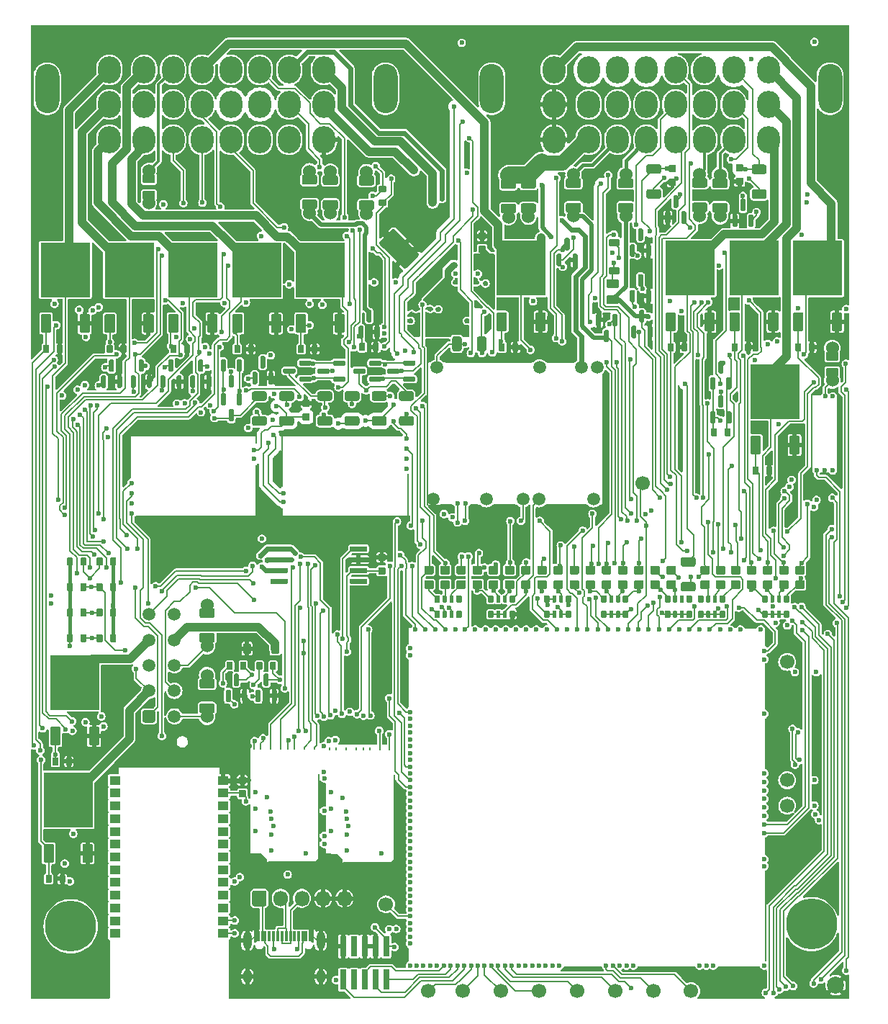
<source format=gtl>
G04 #@! TF.GenerationSoftware,KiCad,Pcbnew,8.0.9-8.0.9-0~ubuntu24.04.1*
G04 #@! TF.CreationDate,2025-11-16T03:24:36+00:00*
G04 #@! TF.ProjectId,alphax_4ch,616c7068-6178-45f3-9463-682e6b696361,i*
G04 #@! TF.SameCoordinates,PX141f5e0PYa2cace0*
G04 #@! TF.FileFunction,Copper,L1,Top*
G04 #@! TF.FilePolarity,Positive*
%FSLAX46Y46*%
G04 Gerber Fmt 4.6, Leading zero omitted, Abs format (unit mm)*
G04 Created by KiCad (PCBNEW 8.0.9-8.0.9-0~ubuntu24.04.1) date 2025-11-16 03:24:36*
%MOMM*%
%LPD*%
G01*
G04 APERTURE LIST*
G04 #@! TA.AperFunction,ComponentPad*
%ADD10C,1.700000*%
G04 #@! TD*
G04 #@! TA.AperFunction,ComponentPad*
%ADD11C,1.524000*%
G04 #@! TD*
G04 #@! TA.AperFunction,ComponentPad*
%ADD12C,6.000000*%
G04 #@! TD*
G04 #@! TA.AperFunction,SMDPad,CuDef*
%ADD13R,5.800000X6.400000*%
G04 #@! TD*
G04 #@! TA.AperFunction,ComponentPad*
%ADD14O,1.700000X1.850000*%
G04 #@! TD*
G04 #@! TA.AperFunction,ComponentPad*
%ADD15O,2.800000X5.800000*%
G04 #@! TD*
G04 #@! TA.AperFunction,ComponentPad*
%ADD16O,2.700000X3.200000*%
G04 #@! TD*
G04 #@! TA.AperFunction,SMDPad,CuDef*
%ADD17R,0.300000X1.150000*%
G04 #@! TD*
G04 #@! TA.AperFunction,ComponentPad*
%ADD18O,1.000000X2.100000*%
G04 #@! TD*
G04 #@! TA.AperFunction,ComponentPad*
%ADD19O,1.000000X1.600000*%
G04 #@! TD*
G04 #@! TA.AperFunction,ComponentPad*
%ADD20C,1.500000*%
G04 #@! TD*
G04 #@! TA.AperFunction,ComponentPad*
%ADD21C,0.600000*%
G04 #@! TD*
G04 #@! TA.AperFunction,SMDPad,CuDef*
%ADD22O,3.300000X0.200000*%
G04 #@! TD*
G04 #@! TA.AperFunction,SMDPad,CuDef*
%ADD23O,10.200000X0.200000*%
G04 #@! TD*
G04 #@! TA.AperFunction,SMDPad,CuDef*
%ADD24O,0.300000X0.200000*%
G04 #@! TD*
G04 #@! TA.AperFunction,SMDPad,CuDef*
%ADD25O,0.200000X17.000000*%
G04 #@! TD*
G04 #@! TA.AperFunction,SMDPad,CuDef*
%ADD26O,0.200000X15.400000*%
G04 #@! TD*
G04 #@! TA.AperFunction,SMDPad,CuDef*
%ADD27O,4.800000X0.200000*%
G04 #@! TD*
G04 #@! TA.AperFunction,SMDPad,CuDef*
%ADD28O,2.600000X0.200000*%
G04 #@! TD*
G04 #@! TA.AperFunction,SMDPad,CuDef*
%ADD29O,1.000000X0.200000*%
G04 #@! TD*
G04 #@! TA.AperFunction,SMDPad,CuDef*
%ADD30O,1.500000X0.200000*%
G04 #@! TD*
G04 #@! TA.AperFunction,SMDPad,CuDef*
%ADD31R,0.250000X6.185000*%
G04 #@! TD*
G04 #@! TA.AperFunction,SMDPad,CuDef*
%ADD32R,0.250000X1.115000*%
G04 #@! TD*
G04 #@! TA.AperFunction,SMDPad,CuDef*
%ADD33R,14.275000X0.250000*%
G04 #@! TD*
G04 #@! TA.AperFunction,SMDPad,CuDef*
%ADD34R,15.100000X0.250000*%
G04 #@! TD*
G04 #@! TA.AperFunction,SMDPad,CuDef*
%ADD35R,0.250000X5.175000*%
G04 #@! TD*
G04 #@! TA.AperFunction,SMDPad,CuDef*
%ADD36R,0.200000X2.300000*%
G04 #@! TD*
G04 #@! TA.AperFunction,SMDPad,CuDef*
%ADD37R,0.200000X10.700000*%
G04 #@! TD*
G04 #@! TA.AperFunction,SMDPad,CuDef*
%ADD38R,0.200000X2.100000*%
G04 #@! TD*
G04 #@! TA.AperFunction,SMDPad,CuDef*
%ADD39R,0.200000X6.000000*%
G04 #@! TD*
G04 #@! TA.AperFunction,SMDPad,CuDef*
%ADD40R,0.200000X5.400000*%
G04 #@! TD*
G04 #@! TA.AperFunction,SMDPad,CuDef*
%ADD41R,1.400000X0.200000*%
G04 #@! TD*
G04 #@! TA.AperFunction,SMDPad,CuDef*
%ADD42R,5.000000X0.200000*%
G04 #@! TD*
G04 #@! TA.AperFunction,SMDPad,CuDef*
%ADD43R,6.800000X0.200000*%
G04 #@! TD*
G04 #@! TA.AperFunction,SMDPad,CuDef*
%ADD44R,4.500000X0.200000*%
G04 #@! TD*
G04 #@! TA.AperFunction,SMDPad,CuDef*
%ADD45R,0.200000X1.600000*%
G04 #@! TD*
G04 #@! TA.AperFunction,SMDPad,CuDef*
%ADD46R,0.200000X5.700000*%
G04 #@! TD*
G04 #@! TA.AperFunction,SMDPad,CuDef*
%ADD47R,0.200000X2.000000*%
G04 #@! TD*
G04 #@! TA.AperFunction,SMDPad,CuDef*
%ADD48R,1.300000X1.000000*%
G04 #@! TD*
G04 #@! TA.AperFunction,SMDPad,CuDef*
%ADD49C,2.000000*%
G04 #@! TD*
G04 #@! TA.AperFunction,SMDPad,CuDef*
%ADD50O,1.225000X0.200000*%
G04 #@! TD*
G04 #@! TA.AperFunction,SMDPad,CuDef*
%ADD51O,0.200000X9.300000*%
G04 #@! TD*
G04 #@! TA.AperFunction,SMDPad,CuDef*
%ADD52O,0.250000X10.200000*%
G04 #@! TD*
G04 #@! TA.AperFunction,SMDPad,CuDef*
%ADD53O,5.800001X0.250000*%
G04 #@! TD*
G04 #@! TA.AperFunction,SMDPad,CuDef*
%ADD54O,0.200000X0.399999*%
G04 #@! TD*
G04 #@! TA.AperFunction,ComponentPad*
%ADD55C,0.599999*%
G04 #@! TD*
G04 #@! TA.AperFunction,SMDPad,CuDef*
%ADD56R,0.740000X2.400000*%
G04 #@! TD*
G04 #@! TA.AperFunction,ViaPad*
%ADD57C,0.600000*%
G04 #@! TD*
G04 #@! TA.AperFunction,ViaPad*
%ADD58C,1.300000*%
G04 #@! TD*
G04 #@! TA.AperFunction,Conductor*
%ADD59C,0.400000*%
G04 #@! TD*
G04 #@! TA.AperFunction,Conductor*
%ADD60C,0.600000*%
G04 #@! TD*
G04 #@! TA.AperFunction,Conductor*
%ADD61C,0.200000*%
G04 #@! TD*
G04 #@! TA.AperFunction,Conductor*
%ADD62C,1.000000*%
G04 #@! TD*
G04 #@! TA.AperFunction,Conductor*
%ADD63C,0.508000*%
G04 #@! TD*
G04 #@! TA.AperFunction,Conductor*
%ADD64C,0.300000*%
G04 #@! TD*
G04 #@! TA.AperFunction,Conductor*
%ADD65C,0.203200*%
G04 #@! TD*
G04 #@! TA.AperFunction,Conductor*
%ADD66C,1.800000*%
G04 #@! TD*
G04 #@! TA.AperFunction,Conductor*
%ADD67C,2.000000*%
G04 #@! TD*
G04 #@! TA.AperFunction,Conductor*
%ADD68C,0.800000*%
G04 #@! TD*
G04 APERTURE END LIST*
D10*
G04 #@! TO.P,P18,1,Pin_1*
G04 #@! TO.N,Net-(M4-IN_AT2)*
X89100000Y39700000D03*
G04 #@! TD*
D11*
G04 #@! TO.P,F10,1,1*
G04 #@! TO.N,Net-(J6-Pin_6)*
X20840000Y33250000D03*
G04 #@! TA.AperFunction,SMDPad,CuDef*
G36*
G01*
X21740000Y34594990D02*
X21740000Y33904990D01*
G75*
G02*
X21510000Y33674990I-230000J0D01*
G01*
X20170000Y33674990D01*
G75*
G02*
X19940000Y33904990I0J230000D01*
G01*
X19940000Y34594990D01*
G75*
G02*
X20170000Y34824990I230000J0D01*
G01*
X21510000Y34824990D01*
G75*
G02*
X21740000Y34594990I0J-230000D01*
G01*
G37*
G04 #@! TD.AperFunction*
G04 #@! TO.P,F10,2,2*
G04 #@! TO.N,/OUT_IGN5*
G04 #@! TA.AperFunction,SMDPad,CuDef*
G36*
G01*
X21740000Y37495010D02*
X21740000Y36805010D01*
G75*
G02*
X21510000Y36575010I-230000J0D01*
G01*
X20170000Y36575010D01*
G75*
G02*
X19940000Y36805010I0J230000D01*
G01*
X19940000Y37495010D01*
G75*
G02*
X20170000Y37725010I230000J0D01*
G01*
X21510000Y37725010D01*
G75*
G02*
X21740000Y37495010I0J-230000D01*
G01*
G37*
G04 #@! TD.AperFunction*
X20840000Y38150000D03*
G04 #@! TD*
G04 #@! TO.P,D4,1,A*
G04 #@! TO.N,Net-(D4-A)*
G04 #@! TA.AperFunction,SMDPad,CuDef*
G36*
G01*
X79899998Y48300001D02*
X78999998Y48300001D01*
G75*
G02*
X78899998Y48400001I0J100000D01*
G01*
X78899998Y49200001D01*
G75*
G02*
X78999998Y49300001I100000J0D01*
G01*
X79899998Y49300001D01*
G75*
G02*
X79999998Y49200001I0J-100000D01*
G01*
X79999998Y48400001D01*
G75*
G02*
X79899998Y48300001I-100000J0D01*
G01*
G37*
G04 #@! TD.AperFunction*
G04 #@! TO.P,D4,2,K*
G04 #@! TO.N,/CAM2_VR*
G04 #@! TA.AperFunction,SMDPad,CuDef*
G36*
G01*
X79899998Y50000001D02*
X78999998Y50000001D01*
G75*
G02*
X78899998Y50100001I0J100000D01*
G01*
X78899998Y50900001D01*
G75*
G02*
X78999998Y51000001I100000J0D01*
G01*
X79899998Y51000001D01*
G75*
G02*
X79999998Y50900001I0J-100000D01*
G01*
X79999998Y50100001D01*
G75*
G02*
X79899998Y50000001I-100000J0D01*
G01*
G37*
G04 #@! TD.AperFunction*
G04 #@! TD*
G04 #@! TO.P,R2,1*
G04 #@! TO.N,+12V*
G04 #@! TA.AperFunction,SMDPad,CuDef*
G36*
G01*
X86149998Y44965001D02*
X86149998Y45635001D01*
G75*
G02*
X86214998Y45700001I65000J0D01*
G01*
X86734998Y45700001D01*
G75*
G02*
X86799998Y45635001I0J-65000D01*
G01*
X86799998Y44965001D01*
G75*
G02*
X86734998Y44900001I-65000J0D01*
G01*
X86214998Y44900001D01*
G75*
G02*
X86149998Y44965001I0J65000D01*
G01*
G37*
G04 #@! TD.AperFunction*
G04 #@! TO.P,R2,2*
G04 #@! TA.AperFunction,SMDPad,CuDef*
G36*
G01*
X87124998Y44945001D02*
X87124998Y45655001D01*
G75*
G02*
X87169998Y45700001I45000J0D01*
G01*
X87529998Y45700001D01*
G75*
G02*
X87574998Y45655001I0J-45000D01*
G01*
X87574998Y44945001D01*
G75*
G02*
X87529998Y44900001I-45000J0D01*
G01*
X87169998Y44900001D01*
G75*
G02*
X87124998Y44945001I0J45000D01*
G01*
G37*
G04 #@! TD.AperFunction*
G04 #@! TO.P,R2,3*
G04 #@! TA.AperFunction,SMDPad,CuDef*
G36*
G01*
X87924998Y44945001D02*
X87924998Y45655001D01*
G75*
G02*
X87969998Y45700001I45000J0D01*
G01*
X88329998Y45700001D01*
G75*
G02*
X88374998Y45655001I0J-45000D01*
G01*
X88374998Y44945001D01*
G75*
G02*
X88329998Y44900001I-45000J0D01*
G01*
X87969998Y44900001D01*
G75*
G02*
X87924998Y44945001I0J45000D01*
G01*
G37*
G04 #@! TD.AperFunction*
G04 #@! TO.P,R2,4*
G04 #@! TA.AperFunction,SMDPad,CuDef*
G36*
G01*
X88699998Y44965001D02*
X88699998Y45635001D01*
G75*
G02*
X88764998Y45700001I65000J0D01*
G01*
X89284998Y45700001D01*
G75*
G02*
X89349998Y45635001I0J-65000D01*
G01*
X89349998Y44965001D01*
G75*
G02*
X89284998Y44900001I-65000J0D01*
G01*
X88764998Y44900001D01*
G75*
G02*
X88699998Y44965001I0J65000D01*
G01*
G37*
G04 #@! TD.AperFunction*
G04 #@! TO.P,R2,5*
G04 #@! TO.N,Net-(D3-K)*
G04 #@! TA.AperFunction,SMDPad,CuDef*
G36*
G01*
X88699998Y46765001D02*
X88699998Y47435001D01*
G75*
G02*
X88764998Y47500001I65000J0D01*
G01*
X89284998Y47500001D01*
G75*
G02*
X89349998Y47435001I0J-65000D01*
G01*
X89349998Y46765001D01*
G75*
G02*
X89284998Y46700001I-65000J0D01*
G01*
X88764998Y46700001D01*
G75*
G02*
X88699998Y46765001I0J65000D01*
G01*
G37*
G04 #@! TD.AperFunction*
G04 #@! TO.P,R2,6*
G04 #@! TO.N,Net-(D2-K)*
G04 #@! TA.AperFunction,SMDPad,CuDef*
G36*
G01*
X87924998Y46745001D02*
X87924998Y47455001D01*
G75*
G02*
X87969998Y47500001I45000J0D01*
G01*
X88329998Y47500001D01*
G75*
G02*
X88374998Y47455001I0J-45000D01*
G01*
X88374998Y46745001D01*
G75*
G02*
X88329998Y46700001I-45000J0D01*
G01*
X87969998Y46700001D01*
G75*
G02*
X87924998Y46745001I0J45000D01*
G01*
G37*
G04 #@! TD.AperFunction*
G04 #@! TO.P,R2,7*
G04 #@! TO.N,Net-(D14-A)*
G04 #@! TA.AperFunction,SMDPad,CuDef*
G36*
G01*
X87124998Y46745001D02*
X87124998Y47455001D01*
G75*
G02*
X87169998Y47500001I45000J0D01*
G01*
X87529998Y47500001D01*
G75*
G02*
X87574998Y47455001I0J-45000D01*
G01*
X87574998Y46745001D01*
G75*
G02*
X87529998Y46700001I-45000J0D01*
G01*
X87169998Y46700001D01*
G75*
G02*
X87124998Y46745001I0J45000D01*
G01*
G37*
G04 #@! TD.AperFunction*
G04 #@! TO.P,R2,8*
G04 #@! TO.N,Net-(D13-A)*
G04 #@! TA.AperFunction,SMDPad,CuDef*
G36*
G01*
X86149998Y46765001D02*
X86149998Y47435001D01*
G75*
G02*
X86214998Y47500001I65000J0D01*
G01*
X86734998Y47500001D01*
G75*
G02*
X86799998Y47435001I0J-65000D01*
G01*
X86799998Y46765001D01*
G75*
G02*
X86734998Y46700001I-65000J0D01*
G01*
X86214998Y46700001D01*
G75*
G02*
X86149998Y46765001I0J65000D01*
G01*
G37*
G04 #@! TD.AperFunction*
G04 #@! TD*
G04 #@! TO.P,D36,1,A*
G04 #@! TO.N,Net-(D36-A)*
G04 #@! TA.AperFunction,SMDPad,CuDef*
G36*
G01*
X51199998Y48300001D02*
X50299998Y48300001D01*
G75*
G02*
X50199998Y48400001I0J100000D01*
G01*
X50199998Y49200001D01*
G75*
G02*
X50299998Y49300001I100000J0D01*
G01*
X51199998Y49300001D01*
G75*
G02*
X51299998Y49200001I0J-100000D01*
G01*
X51299998Y48400001D01*
G75*
G02*
X51199998Y48300001I-100000J0D01*
G01*
G37*
G04 #@! TD.AperFunction*
G04 #@! TO.P,D36,2,K*
G04 #@! TO.N,/HALL3*
G04 #@! TA.AperFunction,SMDPad,CuDef*
G36*
G01*
X51199998Y50000001D02*
X50299998Y50000001D01*
G75*
G02*
X50199998Y50100001I0J100000D01*
G01*
X50199998Y50900001D01*
G75*
G02*
X50299998Y51000001I100000J0D01*
G01*
X51199998Y51000001D01*
G75*
G02*
X51299998Y50900001I0J-100000D01*
G01*
X51299998Y50100001D01*
G75*
G02*
X51199998Y50000001I-100000J0D01*
G01*
G37*
G04 #@! TD.AperFunction*
G04 #@! TD*
D10*
G04 #@! TO.P,P23,1,Pin_1*
G04 #@! TO.N,Net-(M4-SPI3_MOSI)*
X59900000Y1000000D03*
G04 #@! TD*
G04 #@! TO.P,C22,1*
G04 #@! TO.N,+12V_ETB*
G04 #@! TA.AperFunction,SMDPad,CuDef*
G36*
G01*
X51632590Y81481624D02*
X50218376Y80067410D01*
G75*
G02*
X49864822Y80067410I-176777J176777D01*
G01*
X47107106Y82825126D01*
G75*
G02*
X47107106Y83178680I176777J176777D01*
G01*
X48521320Y84592894D01*
G75*
G02*
X48874874Y84592894I176777J-176777D01*
G01*
X51632590Y81835178D01*
G75*
G02*
X51632590Y81481624I-176777J-176777D01*
G01*
G37*
G04 #@! TD.AperFunction*
G04 #@! TO.P,C22,2*
G04 #@! TO.N,GND*
G04 #@! TA.AperFunction,SMDPad,CuDef*
G36*
G01*
X45692894Y87421320D02*
X44278680Y86007106D01*
G75*
G02*
X43925126Y86007106I-176777J176777D01*
G01*
X41167410Y88764822D01*
G75*
G02*
X41167410Y89118376I176777J176777D01*
G01*
X42581624Y90532590D01*
G75*
G02*
X42935178Y90532590I176777J-176777D01*
G01*
X45692894Y87774874D01*
G75*
G02*
X45692894Y87421320I-176777J-176777D01*
G01*
G37*
G04 #@! TD.AperFunction*
G04 #@! TD*
G04 #@! TO.P,R1136,1*
G04 #@! TO.N,Net-(D19-COM)*
G04 #@! TA.AperFunction,SMDPad,CuDef*
G36*
G01*
X43675000Y71525000D02*
X44925000Y71525000D01*
G75*
G02*
X45175000Y71275000I0J-250000D01*
G01*
X45175000Y70650000D01*
G75*
G02*
X44925000Y70400000I-250000J0D01*
G01*
X43675000Y70400000D01*
G75*
G02*
X43425000Y70650000I0J250000D01*
G01*
X43425000Y71275000D01*
G75*
G02*
X43675000Y71525000I250000J0D01*
G01*
G37*
G04 #@! TD.AperFunction*
G04 #@! TO.P,R1136,2*
G04 #@! TO.N,Net-(R1135-Pad1)*
G04 #@! TA.AperFunction,SMDPad,CuDef*
G36*
G01*
X43675000Y68600000D02*
X44925000Y68600000D01*
G75*
G02*
X45175000Y68350000I0J-250000D01*
G01*
X45175000Y67725000D01*
G75*
G02*
X44925000Y67475000I-250000J0D01*
G01*
X43675000Y67475000D01*
G75*
G02*
X43425000Y67725000I0J250000D01*
G01*
X43425000Y68350000D01*
G75*
G02*
X43675000Y68600000I250000J0D01*
G01*
G37*
G04 #@! TD.AperFunction*
G04 #@! TD*
G04 #@! TO.P,R1105,1*
G04 #@! TO.N,/BOOST*
G04 #@! TA.AperFunction,SMDPad,CuDef*
G36*
G01*
X31550000Y76110000D02*
X31550000Y76890000D01*
G75*
G02*
X31620000Y76960000I70000J0D01*
G01*
X32180000Y76960000D01*
G75*
G02*
X32250000Y76890000I0J-70000D01*
G01*
X32250000Y76110000D01*
G75*
G02*
X32180000Y76040000I-70000J0D01*
G01*
X31620000Y76040000D01*
G75*
G02*
X31550000Y76110000I0J70000D01*
G01*
G37*
G04 #@! TD.AperFunction*
G04 #@! TO.P,R1105,2*
G04 #@! TO.N,GND*
G04 #@! TA.AperFunction,SMDPad,CuDef*
G36*
G01*
X33150000Y76110000D02*
X33150000Y76890000D01*
G75*
G02*
X33220000Y76960000I70000J0D01*
G01*
X33780000Y76960000D01*
G75*
G02*
X33850000Y76890000I0J-70000D01*
G01*
X33850000Y76110000D01*
G75*
G02*
X33780000Y76040000I-70000J0D01*
G01*
X33220000Y76040000D01*
G75*
G02*
X33150000Y76110000I0J70000D01*
G01*
G37*
G04 #@! TD.AperFunction*
G04 #@! TD*
G04 #@! TO.P,R18,1*
G04 #@! TO.N,Net-(R18-Pad1)*
G04 #@! TA.AperFunction,SMDPad,CuDef*
G36*
G01*
X74025000Y94175000D02*
X72775000Y94175000D01*
G75*
G02*
X72525000Y94425000I0J250000D01*
G01*
X72525000Y95050000D01*
G75*
G02*
X72775000Y95300000I250000J0D01*
G01*
X74025000Y95300000D01*
G75*
G02*
X74275000Y95050000I0J-250000D01*
G01*
X74275000Y94425000D01*
G75*
G02*
X74025000Y94175000I-250000J0D01*
G01*
G37*
G04 #@! TD.AperFunction*
G04 #@! TO.P,R18,2*
G04 #@! TO.N,/IN_2STEP_CAM2_VR-*
G04 #@! TA.AperFunction,SMDPad,CuDef*
G36*
G01*
X74025000Y97100000D02*
X72775000Y97100000D01*
G75*
G02*
X72525000Y97350000I0J250000D01*
G01*
X72525000Y97975000D01*
G75*
G02*
X72775000Y98225000I250000J0D01*
G01*
X74025000Y98225000D01*
G75*
G02*
X74275000Y97975000I0J-250000D01*
G01*
X74275000Y97350000D01*
G75*
G02*
X74025000Y97100000I-250000J0D01*
G01*
G37*
G04 #@! TD.AperFunction*
G04 #@! TD*
G04 #@! TO.P,R93,1*
G04 #@! TO.N,GNDA*
G04 #@! TA.AperFunction,SMDPad,CuDef*
G36*
G01*
X4350000Y42110000D02*
X4350000Y42890000D01*
G75*
G02*
X4420000Y42960000I70000J0D01*
G01*
X4980000Y42960000D01*
G75*
G02*
X5050000Y42890000I0J-70000D01*
G01*
X5050000Y42110000D01*
G75*
G02*
X4980000Y42040000I-70000J0D01*
G01*
X4420000Y42040000D01*
G75*
G02*
X4350000Y42110000I0J70000D01*
G01*
G37*
G04 #@! TD.AperFunction*
G04 #@! TO.P,R93,2*
G04 #@! TO.N,/AIN4*
G04 #@! TA.AperFunction,SMDPad,CuDef*
G36*
G01*
X5950000Y42110000D02*
X5950000Y42890000D01*
G75*
G02*
X6020000Y42960000I70000J0D01*
G01*
X6580000Y42960000D01*
G75*
G02*
X6650000Y42890000I0J-70000D01*
G01*
X6650000Y42110000D01*
G75*
G02*
X6580000Y42040000I-70000J0D01*
G01*
X6020000Y42040000D01*
G75*
G02*
X5950000Y42110000I0J70000D01*
G01*
G37*
G04 #@! TD.AperFunction*
G04 #@! TD*
D12*
G04 #@! TO.P,J8,1,Pin_1*
G04 #@! TO.N,unconnected-(J8-Pin_1-Pad1)*
X4803000Y8619000D03*
G04 #@! TD*
G04 #@! TO.P,D34,1,A*
G04 #@! TO.N,Net-(D34-A)*
G04 #@! TA.AperFunction,SMDPad,CuDef*
G36*
G01*
X47399998Y48300001D02*
X46499998Y48300001D01*
G75*
G02*
X46399998Y48400001I0J100000D01*
G01*
X46399998Y49200001D01*
G75*
G02*
X46499998Y49300001I100000J0D01*
G01*
X47399998Y49300001D01*
G75*
G02*
X47499998Y49200001I0J-100000D01*
G01*
X47499998Y48400001D01*
G75*
G02*
X47399998Y48300001I-100000J0D01*
G01*
G37*
G04 #@! TD.AperFunction*
G04 #@! TO.P,D34,2,K*
G04 #@! TO.N,/HALL1*
G04 #@! TA.AperFunction,SMDPad,CuDef*
G36*
G01*
X47399998Y50000001D02*
X46499998Y50000001D01*
G75*
G02*
X46399998Y50100001I0J100000D01*
G01*
X46399998Y50900001D01*
G75*
G02*
X46499998Y51000001I100000J0D01*
G01*
X47399998Y51000001D01*
G75*
G02*
X47499998Y50900001I0J-100000D01*
G01*
X47499998Y50100001D01*
G75*
G02*
X47399998Y50000001I-100000J0D01*
G01*
G37*
G04 #@! TD.AperFunction*
G04 #@! TD*
G04 #@! TO.P,Q47,1,IN*
G04 #@! TO.N,/VVT1*
G04 #@! TA.AperFunction,SMDPad,CuDef*
G36*
G01*
X24880000Y78400000D02*
X23920000Y78400000D01*
G75*
G02*
X23800000Y78520000I0J120000D01*
G01*
X23800000Y80480000D01*
G75*
G02*
X23920000Y80600000I120000J0D01*
G01*
X24880000Y80600000D01*
G75*
G02*
X25000000Y80480000I0J-120000D01*
G01*
X25000000Y78520000D01*
G75*
G02*
X24880000Y78400000I-120000J0D01*
G01*
G37*
G04 #@! TD.AperFunction*
D13*
G04 #@! TO.P,Q47,2,D*
G04 #@! TO.N,/OUT_VVT1*
X26680000Y85800000D03*
G04 #@! TO.P,Q47,3,S*
G04 #@! TO.N,GND*
G04 #@! TA.AperFunction,SMDPad,CuDef*
G36*
G01*
X29440000Y78400000D02*
X28480000Y78400000D01*
G75*
G02*
X28360000Y78520000I0J120000D01*
G01*
X28360000Y80480000D01*
G75*
G02*
X28480000Y80600000I120000J0D01*
G01*
X29440000Y80600000D01*
G75*
G02*
X29560000Y80480000I0J-120000D01*
G01*
X29560000Y78520000D01*
G75*
G02*
X29440000Y78400000I-120000J0D01*
G01*
G37*
G04 #@! TD.AperFunction*
G04 #@! TD*
G04 #@! TO.P,J5,1,Pin_1*
G04 #@! TO.N,/MCU/VBUS*
G04 #@! TA.AperFunction,ComponentPad*
G36*
G01*
X26150000Y11225000D02*
X26150000Y12575000D01*
G75*
G02*
X26400000Y12825000I250000J0D01*
G01*
X27600000Y12825000D01*
G75*
G02*
X27850000Y12575000I0J-250000D01*
G01*
X27850000Y11225000D01*
G75*
G02*
X27600000Y10975000I-250000J0D01*
G01*
X26400000Y10975000D01*
G75*
G02*
X26150000Y11225000I0J250000D01*
G01*
G37*
G04 #@! TD.AperFunction*
D14*
G04 #@! TO.P,J5,2,Pin_2*
G04 #@! TO.N,/MCU/USB-*
X29500000Y11900000D03*
G04 #@! TO.P,J5,3,Pin_3*
G04 #@! TO.N,/MCU/USB+*
X32000000Y11900000D03*
G04 #@! TO.P,J5,4,Pin_4*
G04 #@! TO.N,GND*
X34500000Y11900000D03*
G04 #@! TO.P,J5,5,Pin_5*
X37000000Y11900000D03*
G04 #@! TD*
D11*
G04 #@! TO.P,F4,1,1*
G04 #@! TO.N,/A3*
X63950000Y97000000D03*
G04 #@! TA.AperFunction,SMDPad,CuDef*
G36*
G01*
X63050000Y95655010D02*
X63050000Y96345010D01*
G75*
G02*
X63280000Y96575010I230000J0D01*
G01*
X64620000Y96575010D01*
G75*
G02*
X64850000Y96345010I0J-230000D01*
G01*
X64850000Y95655010D01*
G75*
G02*
X64620000Y95425010I-230000J0D01*
G01*
X63280000Y95425010D01*
G75*
G02*
X63050000Y95655010I0J230000D01*
G01*
G37*
G04 #@! TD.AperFunction*
G04 #@! TO.P,F4,2,2*
G04 #@! TO.N,/OUT_PUMP_RELAY*
G04 #@! TA.AperFunction,SMDPad,CuDef*
G36*
G01*
X63050000Y92754990D02*
X63050000Y93444990D01*
G75*
G02*
X63280000Y93674990I230000J0D01*
G01*
X64620000Y93674990D01*
G75*
G02*
X64850000Y93444990I0J-230000D01*
G01*
X64850000Y92754990D01*
G75*
G02*
X64620000Y92524990I-230000J0D01*
G01*
X63280000Y92524990D01*
G75*
G02*
X63050000Y92754990I0J230000D01*
G01*
G37*
G04 #@! TD.AperFunction*
X63950000Y92100000D03*
G04 #@! TD*
G04 #@! TO.P,Q13,1,G*
G04 #@! TO.N,Net-(Q12-D)*
G04 #@! TA.AperFunction,SMDPad,CuDef*
G36*
G01*
X80500000Y67725000D02*
X80200000Y67725000D01*
G75*
G02*
X80050000Y67875000I0J150000D01*
G01*
X80050000Y69050000D01*
G75*
G02*
X80200000Y69200000I150000J0D01*
G01*
X80500000Y69200000D01*
G75*
G02*
X80650000Y69050000I0J-150000D01*
G01*
X80650000Y67875000D01*
G75*
G02*
X80500000Y67725000I-150000J0D01*
G01*
G37*
G04 #@! TD.AperFunction*
G04 #@! TO.P,Q13,2,D*
G04 #@! TO.N,Net-(Q13-D)*
G04 #@! TA.AperFunction,SMDPad,CuDef*
G36*
G01*
X81450000Y69600000D02*
X81150000Y69600000D01*
G75*
G02*
X81000000Y69750000I0J150000D01*
G01*
X81000000Y70925000D01*
G75*
G02*
X81150000Y71075000I150000J0D01*
G01*
X81450000Y71075000D01*
G75*
G02*
X81600000Y70925000I0J-150000D01*
G01*
X81600000Y69750000D01*
G75*
G02*
X81450000Y69600000I-150000J0D01*
G01*
G37*
G04 #@! TD.AperFunction*
G04 #@! TO.P,Q13,3,S*
G04 #@! TO.N,+5VAS*
G04 #@! TA.AperFunction,SMDPad,CuDef*
G36*
G01*
X82400000Y67725000D02*
X82100000Y67725000D01*
G75*
G02*
X81950000Y67875000I0J150000D01*
G01*
X81950000Y69050000D01*
G75*
G02*
X82100000Y69200000I150000J0D01*
G01*
X82400000Y69200000D01*
G75*
G02*
X82550000Y69050000I0J-150000D01*
G01*
X82550000Y67875000D01*
G75*
G02*
X82400000Y67725000I-150000J0D01*
G01*
G37*
G04 #@! TD.AperFunction*
G04 #@! TD*
G04 #@! TO.P,R91,1,1*
G04 #@! TO.N,/IN_KNOCK_RAW*
X94400000Y72795000D03*
G04 #@! TA.AperFunction,SMDPad,CuDef*
G36*
G01*
X95025000Y73249999D02*
X93775000Y73249999D01*
G75*
G02*
X93675000Y73349999I0J100000D01*
G01*
X93675000Y74149999D01*
G75*
G02*
X93775000Y74249999I100000J0D01*
G01*
X95025000Y74249999D01*
G75*
G02*
X95125000Y74149999I0J-100000D01*
G01*
X95125000Y73349999D01*
G75*
G02*
X95025000Y73249999I-100000J0D01*
G01*
G37*
G04 #@! TD.AperFunction*
G04 #@! TO.P,R91,2,2*
G04 #@! TO.N,/F3*
G04 #@! TA.AperFunction,SMDPad,CuDef*
G36*
G01*
X95025000Y75150021D02*
X93775000Y75150021D01*
G75*
G02*
X93675000Y75250021I0J100000D01*
G01*
X93675000Y76050021D01*
G75*
G02*
X93775000Y76150021I100000J0D01*
G01*
X95025000Y76150021D01*
G75*
G02*
X95125000Y76050021I0J-100000D01*
G01*
X95125000Y75250021D01*
G75*
G02*
X95025000Y75150021I-100000J0D01*
G01*
G37*
G04 #@! TD.AperFunction*
X94400000Y76605000D03*
G04 #@! TD*
G04 #@! TO.P,R98,1*
G04 #@! TO.N,/INJ1*
G04 #@! TA.AperFunction,SMDPad,CuDef*
G36*
G01*
X75050000Y76310000D02*
X75050000Y77090000D01*
G75*
G02*
X75120000Y77160000I70000J0D01*
G01*
X75680000Y77160000D01*
G75*
G02*
X75750000Y77090000I0J-70000D01*
G01*
X75750000Y76310000D01*
G75*
G02*
X75680000Y76240000I-70000J0D01*
G01*
X75120000Y76240000D01*
G75*
G02*
X75050000Y76310000I0J70000D01*
G01*
G37*
G04 #@! TD.AperFunction*
G04 #@! TO.P,R98,2*
G04 #@! TO.N,GND*
G04 #@! TA.AperFunction,SMDPad,CuDef*
G36*
G01*
X76650000Y76310000D02*
X76650000Y77090000D01*
G75*
G02*
X76720000Y77160000I70000J0D01*
G01*
X77280000Y77160000D01*
G75*
G02*
X77350000Y77090000I0J-70000D01*
G01*
X77350000Y76310000D01*
G75*
G02*
X77280000Y76240000I-70000J0D01*
G01*
X76720000Y76240000D01*
G75*
G02*
X76650000Y76310000I0J70000D01*
G01*
G37*
G04 #@! TD.AperFunction*
G04 #@! TD*
G04 #@! TO.P,Q49,1,G*
G04 #@! TO.N,Net-(Q49-G)*
G04 #@! TA.AperFunction,SMDPad,CuDef*
G36*
G01*
X45375000Y73100000D02*
X45375000Y72800000D01*
G75*
G02*
X45225000Y72650000I-150000J0D01*
G01*
X44050000Y72650000D01*
G75*
G02*
X43900000Y72800000I0J150000D01*
G01*
X43900000Y73100000D01*
G75*
G02*
X44050000Y73250000I150000J0D01*
G01*
X45225000Y73250000D01*
G75*
G02*
X45375000Y73100000I0J-150000D01*
G01*
G37*
G04 #@! TD.AperFunction*
G04 #@! TO.P,Q49,2,D*
G04 #@! TO.N,/HALL_OPT_PU/+12V_LIM*
G04 #@! TA.AperFunction,SMDPad,CuDef*
G36*
G01*
X43500000Y74050000D02*
X43500000Y73750000D01*
G75*
G02*
X43350000Y73600000I-150000J0D01*
G01*
X42175000Y73600000D01*
G75*
G02*
X42025000Y73750000I0J150000D01*
G01*
X42025000Y74050000D01*
G75*
G02*
X42175000Y74200000I150000J0D01*
G01*
X43350000Y74200000D01*
G75*
G02*
X43500000Y74050000I0J-150000D01*
G01*
G37*
G04 #@! TD.AperFunction*
G04 #@! TO.P,Q49,3,S*
G04 #@! TO.N,Net-(Q49-S)*
G04 #@! TA.AperFunction,SMDPad,CuDef*
G36*
G01*
X45375000Y75000000D02*
X45375000Y74700000D01*
G75*
G02*
X45225000Y74550000I-150000J0D01*
G01*
X44050000Y74550000D01*
G75*
G02*
X43900000Y74700000I0J150000D01*
G01*
X43900000Y75000000D01*
G75*
G02*
X44050000Y75150000I150000J0D01*
G01*
X45225000Y75150000D01*
G75*
G02*
X45375000Y75000000I0J-150000D01*
G01*
G37*
G04 #@! TD.AperFunction*
G04 #@! TD*
G04 #@! TO.P,D15,1,A*
G04 #@! TO.N,Net-(D15-A)*
G04 #@! TA.AperFunction,SMDPad,CuDef*
G36*
G01*
X66399998Y48300001D02*
X65499998Y48300001D01*
G75*
G02*
X65399998Y48400001I0J100000D01*
G01*
X65399998Y49200001D01*
G75*
G02*
X65499998Y49300001I100000J0D01*
G01*
X66399998Y49300001D01*
G75*
G02*
X66499998Y49200001I0J-100000D01*
G01*
X66499998Y48400001D01*
G75*
G02*
X66399998Y48300001I-100000J0D01*
G01*
G37*
G04 #@! TD.AperFunction*
G04 #@! TO.P,D15,2,K*
G04 #@! TO.N,/OUT_INJ1*
G04 #@! TA.AperFunction,SMDPad,CuDef*
G36*
G01*
X66399998Y50000001D02*
X65499998Y50000001D01*
G75*
G02*
X65399998Y50100001I0J100000D01*
G01*
X65399998Y50900001D01*
G75*
G02*
X65499998Y51000001I100000J0D01*
G01*
X66399998Y51000001D01*
G75*
G02*
X66499998Y50900001I0J-100000D01*
G01*
X66499998Y50100001D01*
G75*
G02*
X66399998Y50000001I-100000J0D01*
G01*
G37*
G04 #@! TD.AperFunction*
G04 #@! TD*
G04 #@! TO.P,D55,1,A*
G04 #@! TO.N,GND*
G04 #@! TA.AperFunction,SMDPad,CuDef*
G36*
G01*
X83100000Y90825000D02*
X82800000Y90825000D01*
G75*
G02*
X82650000Y90975000I0J150000D01*
G01*
X82650000Y92150000D01*
G75*
G02*
X82800000Y92300000I150000J0D01*
G01*
X83100000Y92300000D01*
G75*
G02*
X83250000Y92150000I0J-150000D01*
G01*
X83250000Y90975000D01*
G75*
G02*
X83100000Y90825000I-150000J0D01*
G01*
G37*
G04 #@! TD.AperFunction*
G04 #@! TO.P,D55,2,K*
G04 #@! TO.N,/HALL_OPT_PU/+12V_LIM*
G04 #@! TA.AperFunction,SMDPad,CuDef*
G36*
G01*
X85000000Y90825000D02*
X84700000Y90825000D01*
G75*
G02*
X84550000Y90975000I0J150000D01*
G01*
X84550000Y92150000D01*
G75*
G02*
X84700000Y92300000I150000J0D01*
G01*
X85000000Y92300000D01*
G75*
G02*
X85150000Y92150000I0J-150000D01*
G01*
X85150000Y90975000D01*
G75*
G02*
X85000000Y90825000I-150000J0D01*
G01*
G37*
G04 #@! TD.AperFunction*
G04 #@! TO.P,D55,3,COM*
G04 #@! TO.N,Net-(D55-COM)*
G04 #@! TA.AperFunction,SMDPad,CuDef*
G36*
G01*
X84050000Y92700000D02*
X83750000Y92700000D01*
G75*
G02*
X83600000Y92850000I0J150000D01*
G01*
X83600000Y94025000D01*
G75*
G02*
X83750000Y94175000I150000J0D01*
G01*
X84050000Y94175000D01*
G75*
G02*
X84200000Y94025000I0J-150000D01*
G01*
X84200000Y92850000D01*
G75*
G02*
X84050000Y92700000I-150000J0D01*
G01*
G37*
G04 #@! TD.AperFunction*
G04 #@! TD*
G04 #@! TO.P,R1102,1*
G04 #@! TO.N,/FAN_RELAY*
G04 #@! TA.AperFunction,SMDPad,CuDef*
G36*
G01*
X90050000Y76310000D02*
X90050000Y77090000D01*
G75*
G02*
X90120000Y77160000I70000J0D01*
G01*
X90680000Y77160000D01*
G75*
G02*
X90750000Y77090000I0J-70000D01*
G01*
X90750000Y76310000D01*
G75*
G02*
X90680000Y76240000I-70000J0D01*
G01*
X90120000Y76240000D01*
G75*
G02*
X90050000Y76310000I0J70000D01*
G01*
G37*
G04 #@! TD.AperFunction*
G04 #@! TO.P,R1102,2*
G04 #@! TO.N,GND*
G04 #@! TA.AperFunction,SMDPad,CuDef*
G36*
G01*
X91650000Y76310000D02*
X91650000Y77090000D01*
G75*
G02*
X91720000Y77160000I70000J0D01*
G01*
X92280000Y77160000D01*
G75*
G02*
X92350000Y77090000I0J-70000D01*
G01*
X92350000Y76310000D01*
G75*
G02*
X92280000Y76240000I-70000J0D01*
G01*
X91720000Y76240000D01*
G75*
G02*
X91650000Y76310000I0J70000D01*
G01*
G37*
G04 #@! TD.AperFunction*
G04 #@! TD*
G04 #@! TO.P,Q48,1,IN*
G04 #@! TO.N,/VVT2*
G04 #@! TA.AperFunction,SMDPad,CuDef*
G36*
G01*
X56000000Y78600000D02*
X55040000Y78600000D01*
G75*
G02*
X54920000Y78720000I0J120000D01*
G01*
X54920000Y80680000D01*
G75*
G02*
X55040000Y80800000I120000J0D01*
G01*
X56000000Y80800000D01*
G75*
G02*
X56120000Y80680000I0J-120000D01*
G01*
X56120000Y78720000D01*
G75*
G02*
X56000000Y78600000I-120000J0D01*
G01*
G37*
G04 #@! TD.AperFunction*
D13*
G04 #@! TO.P,Q48,2,D*
G04 #@! TO.N,/OUT_VVT2*
X57800000Y86000000D03*
G04 #@! TO.P,Q48,3,S*
G04 #@! TO.N,GND*
G04 #@! TA.AperFunction,SMDPad,CuDef*
G36*
G01*
X60560000Y78600000D02*
X59600000Y78600000D01*
G75*
G02*
X59480000Y78720000I0J120000D01*
G01*
X59480000Y80680000D01*
G75*
G02*
X59600000Y80800000I120000J0D01*
G01*
X60560000Y80800000D01*
G75*
G02*
X60680000Y80680000I0J-120000D01*
G01*
X60680000Y78720000D01*
G75*
G02*
X60560000Y78600000I-120000J0D01*
G01*
G37*
G04 #@! TD.AperFunction*
G04 #@! TD*
G04 #@! TO.P,R50,1*
G04 #@! TO.N,+5VA*
G04 #@! TA.AperFunction,SMDPad,CuDef*
G36*
G01*
X60500000Y44965000D02*
X60500000Y45635000D01*
G75*
G02*
X60565000Y45700000I65000J0D01*
G01*
X61085000Y45700000D01*
G75*
G02*
X61150000Y45635000I0J-65000D01*
G01*
X61150000Y44965000D01*
G75*
G02*
X61085000Y44900000I-65000J0D01*
G01*
X60565000Y44900000D01*
G75*
G02*
X60500000Y44965000I0J65000D01*
G01*
G37*
G04 #@! TD.AperFunction*
G04 #@! TO.P,R50,2*
G04 #@! TA.AperFunction,SMDPad,CuDef*
G36*
G01*
X61475000Y44945000D02*
X61475000Y45655000D01*
G75*
G02*
X61520000Y45700000I45000J0D01*
G01*
X61880000Y45700000D01*
G75*
G02*
X61925000Y45655000I0J-45000D01*
G01*
X61925000Y44945000D01*
G75*
G02*
X61880000Y44900000I-45000J0D01*
G01*
X61520000Y44900000D01*
G75*
G02*
X61475000Y44945000I0J45000D01*
G01*
G37*
G04 #@! TD.AperFunction*
G04 #@! TO.P,R50,3*
G04 #@! TO.N,+12V*
G04 #@! TA.AperFunction,SMDPad,CuDef*
G36*
G01*
X62275000Y44945000D02*
X62275000Y45655000D01*
G75*
G02*
X62320000Y45700000I45000J0D01*
G01*
X62680000Y45700000D01*
G75*
G02*
X62725000Y45655000I0J-45000D01*
G01*
X62725000Y44945000D01*
G75*
G02*
X62680000Y44900000I-45000J0D01*
G01*
X62320000Y44900000D01*
G75*
G02*
X62275000Y44945000I0J45000D01*
G01*
G37*
G04 #@! TD.AperFunction*
G04 #@! TO.P,R50,4*
G04 #@! TA.AperFunction,SMDPad,CuDef*
G36*
G01*
X63050000Y44965000D02*
X63050000Y45635000D01*
G75*
G02*
X63115000Y45700000I65000J0D01*
G01*
X63635000Y45700000D01*
G75*
G02*
X63700000Y45635000I0J-65000D01*
G01*
X63700000Y44965000D01*
G75*
G02*
X63635000Y44900000I-65000J0D01*
G01*
X63115000Y44900000D01*
G75*
G02*
X63050000Y44965000I0J65000D01*
G01*
G37*
G04 #@! TD.AperFunction*
G04 #@! TO.P,R50,5*
G04 #@! TO.N,Net-(D38-A)*
G04 #@! TA.AperFunction,SMDPad,CuDef*
G36*
G01*
X63050000Y46765000D02*
X63050000Y47435000D01*
G75*
G02*
X63115000Y47500000I65000J0D01*
G01*
X63635000Y47500000D01*
G75*
G02*
X63700000Y47435000I0J-65000D01*
G01*
X63700000Y46765000D01*
G75*
G02*
X63635000Y46700000I-65000J0D01*
G01*
X63115000Y46700000D01*
G75*
G02*
X63050000Y46765000I0J65000D01*
G01*
G37*
G04 #@! TD.AperFunction*
G04 #@! TO.P,R50,6*
G04 #@! TO.N,Net-(D37-K)*
G04 #@! TA.AperFunction,SMDPad,CuDef*
G36*
G01*
X62275000Y46745000D02*
X62275000Y47455000D01*
G75*
G02*
X62320000Y47500000I45000J0D01*
G01*
X62680000Y47500000D01*
G75*
G02*
X62725000Y47455000I0J-45000D01*
G01*
X62725000Y46745000D01*
G75*
G02*
X62680000Y46700000I-45000J0D01*
G01*
X62320000Y46700000D01*
G75*
G02*
X62275000Y46745000I0J45000D01*
G01*
G37*
G04 #@! TD.AperFunction*
G04 #@! TO.P,R50,7*
G04 #@! TO.N,Net-(D1-A)*
G04 #@! TA.AperFunction,SMDPad,CuDef*
G36*
G01*
X61475000Y46745000D02*
X61475000Y47455000D01*
G75*
G02*
X61520000Y47500000I45000J0D01*
G01*
X61880000Y47500000D01*
G75*
G02*
X61925000Y47455000I0J-45000D01*
G01*
X61925000Y46745000D01*
G75*
G02*
X61880000Y46700000I-45000J0D01*
G01*
X61520000Y46700000D01*
G75*
G02*
X61475000Y46745000I0J45000D01*
G01*
G37*
G04 #@! TD.AperFunction*
G04 #@! TO.P,R50,8*
G04 #@! TA.AperFunction,SMDPad,CuDef*
G36*
G01*
X60500000Y46765000D02*
X60500000Y47435000D01*
G75*
G02*
X60565000Y47500000I65000J0D01*
G01*
X61085000Y47500000D01*
G75*
G02*
X61150000Y47435000I0J-65000D01*
G01*
X61150000Y46765000D01*
G75*
G02*
X61085000Y46700000I-65000J0D01*
G01*
X60565000Y46700000D01*
G75*
G02*
X60500000Y46765000I0J65000D01*
G01*
G37*
G04 #@! TD.AperFunction*
G04 #@! TD*
G04 #@! TO.P,D28,1*
G04 #@! TO.N,/HALL_OPT_PU/+12V_LIM*
G04 #@! TA.AperFunction,SMDPad,CuDef*
G36*
G01*
X26609999Y72325000D02*
X26309999Y72325000D01*
G75*
G02*
X26159999Y72475000I0J150000D01*
G01*
X26159999Y73650000D01*
G75*
G02*
X26309999Y73800000I150000J0D01*
G01*
X26609999Y73800000D01*
G75*
G02*
X26759999Y73650000I0J-150000D01*
G01*
X26759999Y72475000D01*
G75*
G02*
X26609999Y72325000I-150000J0D01*
G01*
G37*
G04 #@! TD.AperFunction*
G04 #@! TO.P,D28,2*
G04 #@! TO.N,unconnected-(D28-Pad2)*
G04 #@! TA.AperFunction,SMDPad,CuDef*
G36*
G01*
X27559999Y74200000D02*
X27259999Y74200000D01*
G75*
G02*
X27109999Y74350000I0J150000D01*
G01*
X27109999Y75525000D01*
G75*
G02*
X27259999Y75675000I150000J0D01*
G01*
X27559999Y75675000D01*
G75*
G02*
X27709999Y75525000I0J-150000D01*
G01*
X27709999Y74350000D01*
G75*
G02*
X27559999Y74200000I-150000J0D01*
G01*
G37*
G04 #@! TD.AperFunction*
G04 #@! TO.P,D28,3*
G04 #@! TO.N,GND*
G04 #@! TA.AperFunction,SMDPad,CuDef*
G36*
G01*
X28509999Y72325000D02*
X28209999Y72325000D01*
G75*
G02*
X28059999Y72475000I0J150000D01*
G01*
X28059999Y73650000D01*
G75*
G02*
X28209999Y73800000I150000J0D01*
G01*
X28509999Y73800000D01*
G75*
G02*
X28659999Y73650000I0J-150000D01*
G01*
X28659999Y72475000D01*
G75*
G02*
X28509999Y72325000I-150000J0D01*
G01*
G37*
G04 #@! TD.AperFunction*
G04 #@! TD*
D15*
G04 #@! TO.P,P2,*
G04 #@! TO.N,*
X2050000Y107100000D03*
X41850000Y107100000D03*
D16*
G04 #@! TO.P,P2,1,D1*
G04 #@! TO.N,/OUT_INJ3*
X9350000Y101100000D03*
G04 #@! TO.P,P2,2,D2*
G04 #@! TO.N,/OUT_BOOST*
X13450000Y101100000D03*
G04 #@! TO.P,P2,3,D3*
G04 #@! TO.N,/IN_D2*
X16850000Y101100000D03*
G04 #@! TO.P,P2,4,D4*
G04 #@! TO.N,/IN_TPS2*
X20250000Y101100000D03*
G04 #@! TO.P,P2,5,D5*
G04 #@! TO.N,/IN_PPS1*
X23650000Y101100000D03*
G04 #@! TO.P,P2,6,D6*
G04 #@! TO.N,/D6*
X27050000Y101100000D03*
G04 #@! TO.P,P2,7,D7*
G04 #@! TO.N,/D7*
X30500000Y101100000D03*
G04 #@! TO.P,P2,8,D8*
G04 #@! TO.N,GND*
X34600000Y101100000D03*
G04 #@! TO.P,P2,9,E1*
G04 #@! TO.N,/OUT_INJ4*
X9350000Y105250000D03*
G04 #@! TO.P,P2,10,E2*
G04 #@! TO.N,/OUT_NOS*
X13450000Y105250000D03*
G04 #@! TO.P,P2,11,E3*
G04 #@! TO.N,/IN_D3*
X16850000Y105250000D03*
G04 #@! TO.P,P2,12,E4*
G04 #@! TO.N,/IN_D4*
X20250000Y105250000D03*
G04 #@! TO.P,P2,13,E5*
G04 #@! TO.N,/IN_CAM_VR-*
X23650000Y105250000D03*
G04 #@! TO.P,P2,14,E6*
G04 #@! TO.N,/IN_CAM_VR+*
X27050000Y105250000D03*
G04 #@! TO.P,P2,15,E7*
G04 #@! TO.N,/IN_FLEX*
X30500000Y105250000D03*
G04 #@! TO.P,P2,16,E8*
G04 #@! TO.N,/OUT_ETB-*
X34600000Y105250000D03*
G04 #@! TO.P,P2,17,F1*
G04 #@! TO.N,/OUT_IDLE2*
X9350000Y109300000D03*
G04 #@! TO.P,P2,18,F2*
G04 #@! TO.N,/OUT_VVT1*
X13450000Y109300000D03*
G04 #@! TO.P,P2,19,F3*
G04 #@! TO.N,/F3*
X16850000Y109300000D03*
G04 #@! TO.P,P2,20,F4*
G04 #@! TO.N,/OUT_VVT2*
X20250000Y109300000D03*
G04 #@! TO.P,P2,21,F5*
G04 #@! TO.N,/F5*
X23650000Y109300000D03*
G04 #@! TO.P,P2,22,F6*
G04 #@! TO.N,/IN_PPS2*
X27050000Y109300000D03*
G04 #@! TO.P,P2,23,F7*
G04 #@! TO.N,/IN_VIGN*
X30500000Y109300000D03*
G04 #@! TO.P,P2,24,F8*
G04 #@! TO.N,/OUT_ETB+*
X34600000Y109300000D03*
G04 #@! TD*
D10*
G04 #@! TO.P,P19,1,Pin_1*
G04 #@! TO.N,Net-(M4-OUT_IO3)*
X41900000Y11200000D03*
G04 #@! TD*
G04 #@! TO.P,R1108,1*
G04 #@! TO.N,/VVT1*
G04 #@! TA.AperFunction,SMDPad,CuDef*
G36*
G01*
X24050000Y76110000D02*
X24050000Y76890000D01*
G75*
G02*
X24120000Y76960000I70000J0D01*
G01*
X24680000Y76960000D01*
G75*
G02*
X24750000Y76890000I0J-70000D01*
G01*
X24750000Y76110000D01*
G75*
G02*
X24680000Y76040000I-70000J0D01*
G01*
X24120000Y76040000D01*
G75*
G02*
X24050000Y76110000I0J70000D01*
G01*
G37*
G04 #@! TD.AperFunction*
G04 #@! TO.P,R1108,2*
G04 #@! TO.N,GND*
G04 #@! TA.AperFunction,SMDPad,CuDef*
G36*
G01*
X25650000Y76110000D02*
X25650000Y76890000D01*
G75*
G02*
X25720000Y76960000I70000J0D01*
G01*
X26280000Y76960000D01*
G75*
G02*
X26350000Y76890000I0J-70000D01*
G01*
X26350000Y76110000D01*
G75*
G02*
X26280000Y76040000I-70000J0D01*
G01*
X25720000Y76040000D01*
G75*
G02*
X25650000Y76110000I0J70000D01*
G01*
G37*
G04 #@! TD.AperFunction*
G04 #@! TD*
G04 #@! TO.P,Q35,1,G*
G04 #@! TO.N,Net-(Q35-G)*
G04 #@! TA.AperFunction,SMDPad,CuDef*
G36*
G01*
X37137500Y73100000D02*
X37137500Y72800000D01*
G75*
G02*
X36987500Y72650000I-150000J0D01*
G01*
X35812500Y72650000D01*
G75*
G02*
X35662500Y72800000I0J150000D01*
G01*
X35662500Y73100000D01*
G75*
G02*
X35812500Y73250000I150000J0D01*
G01*
X36987500Y73250000D01*
G75*
G02*
X37137500Y73100000I0J-150000D01*
G01*
G37*
G04 #@! TD.AperFunction*
G04 #@! TO.P,Q35,2,D*
G04 #@! TO.N,/HALL_OPT_PU/+12V_LIM*
G04 #@! TA.AperFunction,SMDPad,CuDef*
G36*
G01*
X35262500Y74050000D02*
X35262500Y73750000D01*
G75*
G02*
X35112500Y73600000I-150000J0D01*
G01*
X33937500Y73600000D01*
G75*
G02*
X33787500Y73750000I0J150000D01*
G01*
X33787500Y74050000D01*
G75*
G02*
X33937500Y74200000I150000J0D01*
G01*
X35112500Y74200000D01*
G75*
G02*
X35262500Y74050000I0J-150000D01*
G01*
G37*
G04 #@! TD.AperFunction*
G04 #@! TO.P,Q35,3,S*
G04 #@! TO.N,Net-(Q35-S)*
G04 #@! TA.AperFunction,SMDPad,CuDef*
G36*
G01*
X37137500Y75000000D02*
X37137500Y74700000D01*
G75*
G02*
X36987500Y74550000I-150000J0D01*
G01*
X35812500Y74550000D01*
G75*
G02*
X35662500Y74700000I0J150000D01*
G01*
X35662500Y75000000D01*
G75*
G02*
X35812500Y75150000I150000J0D01*
G01*
X36987500Y75150000D01*
G75*
G02*
X37137500Y75000000I0J-150000D01*
G01*
G37*
G04 #@! TD.AperFunction*
G04 #@! TD*
G04 #@! TO.P,P26,1,Pin_1*
G04 #@! TO.N,Net-(M4-I2C_SCL)*
X64400000Y1000000D03*
G04 #@! TD*
D17*
G04 #@! TO.P,J1,A1,GND*
G04 #@! TO.N,GND*
X26550000Y7485000D03*
G04 #@! TO.P,J1,A4,VBUS*
G04 #@! TO.N,/MCU/VBUS*
X27350000Y7485000D03*
G04 #@! TO.P,J1,A5,CC1*
G04 #@! TO.N,Net-(J1-CC1)*
X28650000Y7485000D03*
G04 #@! TO.P,J1,A6,D+*
G04 #@! TO.N,/MCU/USB+*
X29650000Y7485000D03*
G04 #@! TO.P,J1,A7,D-*
G04 #@! TO.N,/MCU/USB-*
X30150000Y7485000D03*
G04 #@! TO.P,J1,A8,SBU1*
G04 #@! TO.N,unconnected-(J1-SBU1-PadA8)*
X31150000Y7485000D03*
G04 #@! TO.P,J1,A9,VBUS*
G04 #@! TO.N,/MCU/VBUS*
X32450000Y7485000D03*
G04 #@! TO.P,J1,A12,GND*
G04 #@! TO.N,GND*
X33250000Y7485000D03*
G04 #@! TO.P,J1,B1,GND*
X32950000Y7485000D03*
G04 #@! TO.P,J1,B4,VBUS*
G04 #@! TO.N,/MCU/VBUS*
X32150000Y7485000D03*
G04 #@! TO.P,J1,B5,CC2*
G04 #@! TO.N,Net-(J1-CC2)*
X31650000Y7485000D03*
G04 #@! TO.P,J1,B6,D+*
G04 #@! TO.N,/MCU/USB+*
X30650000Y7485000D03*
G04 #@! TO.P,J1,B7,D-*
G04 #@! TO.N,/MCU/USB-*
X29150000Y7485000D03*
G04 #@! TO.P,J1,B8,SBU2*
G04 #@! TO.N,unconnected-(J1-SBU2-PadB8)*
X28150000Y7485000D03*
G04 #@! TO.P,J1,B9,VBUS*
G04 #@! TO.N,/MCU/VBUS*
X27650000Y7485000D03*
G04 #@! TO.P,J1,B12,GND*
G04 #@! TO.N,GND*
X26850000Y7485000D03*
D18*
G04 #@! TO.P,J1,S1,SHIELD*
X25580000Y6920000D03*
D19*
X25580000Y2740000D03*
D18*
X34220000Y6920000D03*
D19*
X34220000Y2740000D03*
G04 #@! TD*
G04 #@! TO.P,R1113,1*
G04 #@! TO.N,/MAIN*
G04 #@! TA.AperFunction,SMDPad,CuDef*
G36*
G01*
X38750000Y76347500D02*
X38750000Y77127500D01*
G75*
G02*
X38820000Y77197500I70000J0D01*
G01*
X39380000Y77197500D01*
G75*
G02*
X39450000Y77127500I0J-70000D01*
G01*
X39450000Y76347500D01*
G75*
G02*
X39380000Y76277500I-70000J0D01*
G01*
X38820000Y76277500D01*
G75*
G02*
X38750000Y76347500I0J70000D01*
G01*
G37*
G04 #@! TD.AperFunction*
G04 #@! TO.P,R1113,2*
G04 #@! TO.N,GND*
G04 #@! TA.AperFunction,SMDPad,CuDef*
G36*
G01*
X40350000Y76347500D02*
X40350000Y77127500D01*
G75*
G02*
X40420000Y77197500I70000J0D01*
G01*
X40980000Y77197500D01*
G75*
G02*
X41050000Y77127500I0J-70000D01*
G01*
X41050000Y76347500D01*
G75*
G02*
X40980000Y76277500I-70000J0D01*
G01*
X40420000Y76277500D01*
G75*
G02*
X40350000Y76347500I0J70000D01*
G01*
G37*
G04 #@! TD.AperFunction*
G04 #@! TD*
D10*
G04 #@! TO.P,P16,1,Pin_1*
G04 #@! TO.N,/OUT_IGN5*
X89100000Y22800000D03*
G04 #@! TD*
G04 #@! TO.P,D58,1,A*
G04 #@! TO.N,GND*
G04 #@! TA.AperFunction,SMDPad,CuDef*
G36*
G01*
X75200000Y91225000D02*
X74900000Y91225000D01*
G75*
G02*
X74750000Y91375000I0J150000D01*
G01*
X74750000Y92550000D01*
G75*
G02*
X74900000Y92700000I150000J0D01*
G01*
X75200000Y92700000D01*
G75*
G02*
X75350000Y92550000I0J-150000D01*
G01*
X75350000Y91375000D01*
G75*
G02*
X75200000Y91225000I-150000J0D01*
G01*
G37*
G04 #@! TD.AperFunction*
G04 #@! TO.P,D58,2,K*
G04 #@! TO.N,/HALL_OPT_PU/+12V_LIM*
G04 #@! TA.AperFunction,SMDPad,CuDef*
G36*
G01*
X77100000Y91225000D02*
X76800000Y91225000D01*
G75*
G02*
X76650000Y91375000I0J150000D01*
G01*
X76650000Y92550000D01*
G75*
G02*
X76800000Y92700000I150000J0D01*
G01*
X77100000Y92700000D01*
G75*
G02*
X77250000Y92550000I0J-150000D01*
G01*
X77250000Y91375000D01*
G75*
G02*
X77100000Y91225000I-150000J0D01*
G01*
G37*
G04 #@! TD.AperFunction*
G04 #@! TO.P,D58,3,COM*
G04 #@! TO.N,Net-(D58-COM)*
G04 #@! TA.AperFunction,SMDPad,CuDef*
G36*
G01*
X76150000Y93100000D02*
X75850000Y93100000D01*
G75*
G02*
X75700000Y93250000I0J150000D01*
G01*
X75700000Y94425000D01*
G75*
G02*
X75850000Y94575000I150000J0D01*
G01*
X76150000Y94575000D01*
G75*
G02*
X76300000Y94425000I0J-150000D01*
G01*
X76300000Y93250000D01*
G75*
G02*
X76150000Y93100000I-150000J0D01*
G01*
G37*
G04 #@! TD.AperFunction*
G04 #@! TD*
G04 #@! TO.P,Q45,1,IN*
G04 #@! TO.N,/INJ5*
G04 #@! TA.AperFunction,SMDPad,CuDef*
G36*
G01*
X2700000Y16100000D02*
X1740000Y16100000D01*
G75*
G02*
X1620000Y16220000I0J120000D01*
G01*
X1620000Y18180000D01*
G75*
G02*
X1740000Y18300000I120000J0D01*
G01*
X2700000Y18300000D01*
G75*
G02*
X2820000Y18180000I0J-120000D01*
G01*
X2820000Y16220000D01*
G75*
G02*
X2700000Y16100000I-120000J0D01*
G01*
G37*
G04 #@! TD.AperFunction*
D13*
G04 #@! TO.P,Q45,2,D*
G04 #@! TO.N,/OUT_INJ5*
X4500000Y23500000D03*
G04 #@! TO.P,Q45,3,S*
G04 #@! TO.N,GND*
G04 #@! TA.AperFunction,SMDPad,CuDef*
G36*
G01*
X7260000Y16100000D02*
X6300000Y16100000D01*
G75*
G02*
X6180000Y16220000I0J120000D01*
G01*
X6180000Y18180000D01*
G75*
G02*
X6300000Y18300000I120000J0D01*
G01*
X7260000Y18300000D01*
G75*
G02*
X7380000Y18180000I0J-120000D01*
G01*
X7380000Y16220000D01*
G75*
G02*
X7260000Y16100000I-120000J0D01*
G01*
G37*
G04 #@! TD.AperFunction*
G04 #@! TD*
D10*
G04 #@! TO.P,P21,1,Pin_1*
G04 #@! TO.N,Net-(M4-SPI3_SCK)*
X50900000Y1000000D03*
G04 #@! TD*
G04 #@! TO.P,Q8,1,G*
G04 #@! TO.N,/D2_PULLDOWN*
G04 #@! TA.AperFunction,SMDPad,CuDef*
G36*
G01*
X15800000Y71925000D02*
X15500000Y71925000D01*
G75*
G02*
X15350000Y72075000I0J150000D01*
G01*
X15350000Y73250000D01*
G75*
G02*
X15500000Y73400000I150000J0D01*
G01*
X15800000Y73400000D01*
G75*
G02*
X15950000Y73250000I0J-150000D01*
G01*
X15950000Y72075000D01*
G75*
G02*
X15800000Y71925000I-150000J0D01*
G01*
G37*
G04 #@! TD.AperFunction*
G04 #@! TO.P,Q8,2,D*
G04 #@! TO.N,Net-(Q8-D)*
G04 #@! TA.AperFunction,SMDPad,CuDef*
G36*
G01*
X16750000Y73800000D02*
X16450000Y73800000D01*
G75*
G02*
X16300000Y73950000I0J150000D01*
G01*
X16300000Y75125000D01*
G75*
G02*
X16450000Y75275000I150000J0D01*
G01*
X16750000Y75275000D01*
G75*
G02*
X16900000Y75125000I0J-150000D01*
G01*
X16900000Y73950000D01*
G75*
G02*
X16750000Y73800000I-150000J0D01*
G01*
G37*
G04 #@! TD.AperFunction*
G04 #@! TO.P,Q8,3,S*
G04 #@! TO.N,GND*
G04 #@! TA.AperFunction,SMDPad,CuDef*
G36*
G01*
X17700000Y71925000D02*
X17400000Y71925000D01*
G75*
G02*
X17250000Y72075000I0J150000D01*
G01*
X17250000Y73250000D01*
G75*
G02*
X17400000Y73400000I150000J0D01*
G01*
X17700000Y73400000D01*
G75*
G02*
X17850000Y73250000I0J-150000D01*
G01*
X17850000Y72075000D01*
G75*
G02*
X17700000Y71925000I-150000J0D01*
G01*
G37*
G04 #@! TD.AperFunction*
G04 #@! TD*
G04 #@! TO.P,Q4,1,G*
G04 #@! TO.N,/HS/IN1*
G04 #@! TA.AperFunction,SMDPad,CuDef*
G36*
G01*
X27000000Y34982581D02*
X26700000Y34982581D01*
G75*
G02*
X26550000Y35132581I0J150000D01*
G01*
X26550000Y36307581D01*
G75*
G02*
X26700000Y36457581I150000J0D01*
G01*
X27000000Y36457581D01*
G75*
G02*
X27150000Y36307581I0J-150000D01*
G01*
X27150000Y35132581D01*
G75*
G02*
X27000000Y34982581I-150000J0D01*
G01*
G37*
G04 #@! TD.AperFunction*
G04 #@! TO.P,Q4,2,D*
G04 #@! TO.N,Net-(Q2-G)*
G04 #@! TA.AperFunction,SMDPad,CuDef*
G36*
G01*
X27950000Y36857581D02*
X27650000Y36857581D01*
G75*
G02*
X27500000Y37007581I0J150000D01*
G01*
X27500000Y38182581D01*
G75*
G02*
X27650000Y38332581I150000J0D01*
G01*
X27950000Y38332581D01*
G75*
G02*
X28100000Y38182581I0J-150000D01*
G01*
X28100000Y37007581D01*
G75*
G02*
X27950000Y36857581I-150000J0D01*
G01*
G37*
G04 #@! TD.AperFunction*
G04 #@! TO.P,Q4,3,S*
G04 #@! TO.N,GND*
G04 #@! TA.AperFunction,SMDPad,CuDef*
G36*
G01*
X28900000Y34982581D02*
X28600000Y34982581D01*
G75*
G02*
X28450000Y35132581I0J150000D01*
G01*
X28450000Y36307581D01*
G75*
G02*
X28600000Y36457581I150000J0D01*
G01*
X28900000Y36457581D01*
G75*
G02*
X29050000Y36307581I0J-150000D01*
G01*
X29050000Y35132581D01*
G75*
G02*
X28900000Y34982581I-150000J0D01*
G01*
G37*
G04 #@! TD.AperFunction*
G04 #@! TD*
G04 #@! TO.P,R30,1*
G04 #@! TO.N,Net-(Q12-D)*
G04 #@! TA.AperFunction,SMDPad,CuDef*
G36*
G01*
X80150000Y66310000D02*
X80150000Y67090000D01*
G75*
G02*
X80220000Y67160000I70000J0D01*
G01*
X80780000Y67160000D01*
G75*
G02*
X80850000Y67090000I0J-70000D01*
G01*
X80850000Y66310000D01*
G75*
G02*
X80780000Y66240000I-70000J0D01*
G01*
X80220000Y66240000D01*
G75*
G02*
X80150000Y66310000I0J70000D01*
G01*
G37*
G04 #@! TD.AperFunction*
G04 #@! TO.P,R30,2*
G04 #@! TO.N,+5VAS*
G04 #@! TA.AperFunction,SMDPad,CuDef*
G36*
G01*
X81750000Y66310000D02*
X81750000Y67090000D01*
G75*
G02*
X81820000Y67160000I70000J0D01*
G01*
X82380000Y67160000D01*
G75*
G02*
X82450000Y67090000I0J-70000D01*
G01*
X82450000Y66310000D01*
G75*
G02*
X82380000Y66240000I-70000J0D01*
G01*
X81820000Y66240000D01*
G75*
G02*
X81750000Y66310000I0J70000D01*
G01*
G37*
G04 #@! TD.AperFunction*
G04 #@! TD*
G04 #@! TO.P,R1101,1*
G04 #@! TO.N,/INJ4*
G04 #@! TA.AperFunction,SMDPad,CuDef*
G36*
G01*
X9050000Y76110000D02*
X9050000Y76890000D01*
G75*
G02*
X9120000Y76960000I70000J0D01*
G01*
X9680000Y76960000D01*
G75*
G02*
X9750000Y76890000I0J-70000D01*
G01*
X9750000Y76110000D01*
G75*
G02*
X9680000Y76040000I-70000J0D01*
G01*
X9120000Y76040000D01*
G75*
G02*
X9050000Y76110000I0J70000D01*
G01*
G37*
G04 #@! TD.AperFunction*
G04 #@! TO.P,R1101,2*
G04 #@! TO.N,GND*
G04 #@! TA.AperFunction,SMDPad,CuDef*
G36*
G01*
X10650000Y76110000D02*
X10650000Y76890000D01*
G75*
G02*
X10720000Y76960000I70000J0D01*
G01*
X11280000Y76960000D01*
G75*
G02*
X11350000Y76890000I0J-70000D01*
G01*
X11350000Y76110000D01*
G75*
G02*
X11280000Y76040000I-70000J0D01*
G01*
X10720000Y76040000D01*
G75*
G02*
X10650000Y76110000I0J70000D01*
G01*
G37*
G04 #@! TD.AperFunction*
G04 #@! TD*
G04 #@! TO.P,C8,1*
G04 #@! TO.N,GND*
G04 #@! TA.AperFunction,SMDPad,CuDef*
G36*
G01*
X75940000Y95684999D02*
X75260000Y95684999D01*
G75*
G02*
X75175000Y95769999I0J85000D01*
G01*
X75175000Y96449999D01*
G75*
G02*
X75260000Y96534999I85000J0D01*
G01*
X75940000Y96534999D01*
G75*
G02*
X76025000Y96449999I0J-85000D01*
G01*
X76025000Y95769999D01*
G75*
G02*
X75940000Y95684999I-85000J0D01*
G01*
G37*
G04 #@! TD.AperFunction*
G04 #@! TO.P,C8,2*
G04 #@! TO.N,/IN_2STEP_CAM2_VR-*
G04 #@! TA.AperFunction,SMDPad,CuDef*
G36*
G01*
X75940000Y97265001D02*
X75260000Y97265001D01*
G75*
G02*
X75175000Y97350001I0J85000D01*
G01*
X75175000Y98030001D01*
G75*
G02*
X75260000Y98115001I85000J0D01*
G01*
X75940000Y98115001D01*
G75*
G02*
X76025000Y98030001I0J-85000D01*
G01*
X76025000Y97350001D01*
G75*
G02*
X75940000Y97265001I-85000J0D01*
G01*
G37*
G04 #@! TD.AperFunction*
G04 #@! TD*
G04 #@! TO.P,D47,1,A*
G04 #@! TO.N,Net-(D41-K)*
G04 #@! TA.AperFunction,SMDPad,CuDef*
G36*
G01*
X70199998Y48300001D02*
X69299998Y48300001D01*
G75*
G02*
X69199998Y48400001I0J100000D01*
G01*
X69199998Y49200001D01*
G75*
G02*
X69299998Y49300001I100000J0D01*
G01*
X70199998Y49300001D01*
G75*
G02*
X70299998Y49200001I0J-100000D01*
G01*
X70299998Y48400001D01*
G75*
G02*
X70199998Y48300001I-100000J0D01*
G01*
G37*
G04 #@! TD.AperFunction*
G04 #@! TO.P,D47,2,K*
G04 #@! TO.N,/OUT_INJ3*
G04 #@! TA.AperFunction,SMDPad,CuDef*
G36*
G01*
X70199998Y50000001D02*
X69299998Y50000001D01*
G75*
G02*
X69199998Y50100001I0J100000D01*
G01*
X69199998Y50900001D01*
G75*
G02*
X69299998Y51000001I100000J0D01*
G01*
X70199998Y51000001D01*
G75*
G02*
X70299998Y50900001I0J-100000D01*
G01*
X70299998Y50100001D01*
G75*
G02*
X70199998Y50000001I-100000J0D01*
G01*
G37*
G04 #@! TD.AperFunction*
G04 #@! TD*
G04 #@! TO.P,D39,1,A*
G04 #@! TO.N,Net-(D39-A)*
G04 #@! TA.AperFunction,SMDPad,CuDef*
G36*
G01*
X53099998Y48300001D02*
X52199998Y48300001D01*
G75*
G02*
X52099998Y48400001I0J100000D01*
G01*
X52099998Y49200001D01*
G75*
G02*
X52199998Y49300001I100000J0D01*
G01*
X53099998Y49300001D01*
G75*
G02*
X53199998Y49200001I0J-100000D01*
G01*
X53199998Y48400001D01*
G75*
G02*
X53099998Y48300001I-100000J0D01*
G01*
G37*
G04 #@! TD.AperFunction*
G04 #@! TO.P,D39,2,K*
G04 #@! TO.N,/OUT_VVT1*
G04 #@! TA.AperFunction,SMDPad,CuDef*
G36*
G01*
X53099998Y50000001D02*
X52199998Y50000001D01*
G75*
G02*
X52099998Y50100001I0J100000D01*
G01*
X52099998Y50900001D01*
G75*
G02*
X52199998Y51000001I100000J0D01*
G01*
X53099998Y51000001D01*
G75*
G02*
X53199998Y50900001I0J-100000D01*
G01*
X53199998Y50100001D01*
G75*
G02*
X53099998Y50000001I-100000J0D01*
G01*
G37*
G04 #@! TD.AperFunction*
G04 #@! TD*
G04 #@! TO.P,R74,1*
G04 #@! TO.N,GNDA*
G04 #@! TA.AperFunction,SMDPad,CuDef*
G36*
G01*
X4350000Y48110000D02*
X4350000Y48890000D01*
G75*
G02*
X4420000Y48960000I70000J0D01*
G01*
X4980000Y48960000D01*
G75*
G02*
X5050000Y48890000I0J-70000D01*
G01*
X5050000Y48110000D01*
G75*
G02*
X4980000Y48040000I-70000J0D01*
G01*
X4420000Y48040000D01*
G75*
G02*
X4350000Y48110000I0J70000D01*
G01*
G37*
G04 #@! TD.AperFunction*
G04 #@! TO.P,R74,2*
G04 #@! TO.N,/AIN2*
G04 #@! TA.AperFunction,SMDPad,CuDef*
G36*
G01*
X5950000Y48110000D02*
X5950000Y48890000D01*
G75*
G02*
X6020000Y48960000I70000J0D01*
G01*
X6580000Y48960000D01*
G75*
G02*
X6650000Y48890000I0J-70000D01*
G01*
X6650000Y48110000D01*
G75*
G02*
X6580000Y48040000I-70000J0D01*
G01*
X6020000Y48040000D01*
G75*
G02*
X5950000Y48110000I0J70000D01*
G01*
G37*
G04 #@! TD.AperFunction*
G04 #@! TD*
G04 #@! TO.P,D48,1,A*
G04 #@! TO.N,Net-(D42-K)*
G04 #@! TA.AperFunction,SMDPad,CuDef*
G36*
G01*
X72099998Y48300001D02*
X71199998Y48300001D01*
G75*
G02*
X71099998Y48400001I0J100000D01*
G01*
X71099998Y49200001D01*
G75*
G02*
X71199998Y49300001I100000J0D01*
G01*
X72099998Y49300001D01*
G75*
G02*
X72199998Y49200001I0J-100000D01*
G01*
X72199998Y48400001D01*
G75*
G02*
X72099998Y48300001I-100000J0D01*
G01*
G37*
G04 #@! TD.AperFunction*
G04 #@! TO.P,D48,2,K*
G04 #@! TO.N,/OUT_INJ4*
G04 #@! TA.AperFunction,SMDPad,CuDef*
G36*
G01*
X72099998Y50000001D02*
X71199998Y50000001D01*
G75*
G02*
X71099998Y50100001I0J100000D01*
G01*
X71099998Y50900001D01*
G75*
G02*
X71199998Y51000001I100000J0D01*
G01*
X72099998Y51000001D01*
G75*
G02*
X72199998Y50900001I0J-100000D01*
G01*
X72199998Y50100001D01*
G75*
G02*
X72099998Y50000001I-100000J0D01*
G01*
G37*
G04 #@! TD.AperFunction*
G04 #@! TD*
G04 #@! TO.P,P24,1,Pin_1*
G04 #@! TO.N,Net-(M4-SPI3_CS)*
X46900000Y1000000D03*
G04 #@! TD*
G04 #@! TO.P,P28,1,Pin_1*
G04 #@! TO.N,Net-(M4-UART8_TX)*
X77800000Y1000000D03*
G04 #@! TD*
G04 #@! TO.P,C21,1*
G04 #@! TO.N,GND*
G04 #@! TA.AperFunction,SMDPad,CuDef*
G36*
G01*
X32160000Y70515001D02*
X32840000Y70515001D01*
G75*
G02*
X32925000Y70430001I0J-85000D01*
G01*
X32925000Y69750001D01*
G75*
G02*
X32840000Y69665001I-85000J0D01*
G01*
X32160000Y69665001D01*
G75*
G02*
X32075000Y69750001I0J85000D01*
G01*
X32075000Y70430001D01*
G75*
G02*
X32160000Y70515001I85000J0D01*
G01*
G37*
G04 #@! TD.AperFunction*
G04 #@! TO.P,C21,2*
G04 #@! TO.N,/IN_CAM_VR+*
G04 #@! TA.AperFunction,SMDPad,CuDef*
G36*
G01*
X32160000Y68934999D02*
X32840000Y68934999D01*
G75*
G02*
X32925000Y68849999I0J-85000D01*
G01*
X32925000Y68169999D01*
G75*
G02*
X32840000Y68084999I-85000J0D01*
G01*
X32160000Y68084999D01*
G75*
G02*
X32075000Y68169999I0J85000D01*
G01*
X32075000Y68849999D01*
G75*
G02*
X32160000Y68934999I85000J0D01*
G01*
G37*
G04 #@! TD.AperFunction*
G04 #@! TD*
G04 #@! TO.P,D33,1,A*
G04 #@! TO.N,Net-(D33-A)*
G04 #@! TA.AperFunction,SMDPad,CuDef*
G36*
G01*
X83499998Y48300001D02*
X82599998Y48300001D01*
G75*
G02*
X82499998Y48400001I0J100000D01*
G01*
X82499998Y49200001D01*
G75*
G02*
X82599998Y49300001I100000J0D01*
G01*
X83499998Y49300001D01*
G75*
G02*
X83599998Y49200001I0J-100000D01*
G01*
X83599998Y48400001D01*
G75*
G02*
X83499998Y48300001I-100000J0D01*
G01*
G37*
G04 #@! TD.AperFunction*
G04 #@! TO.P,D33,2,K*
G04 #@! TO.N,/IN_CAM_VR*
G04 #@! TA.AperFunction,SMDPad,CuDef*
G36*
G01*
X83499998Y50000001D02*
X82599998Y50000001D01*
G75*
G02*
X82499998Y50100001I0J100000D01*
G01*
X82499998Y50900001D01*
G75*
G02*
X82599998Y51000001I100000J0D01*
G01*
X83499998Y51000001D01*
G75*
G02*
X83599998Y50900001I0J-100000D01*
G01*
X83599998Y50100001D01*
G75*
G02*
X83499998Y50000001I-100000J0D01*
G01*
G37*
G04 #@! TD.AperFunction*
G04 #@! TD*
G04 #@! TO.P,D9,1,A*
G04 #@! TO.N,Net-(D1-K)*
G04 #@! TA.AperFunction,SMDPad,CuDef*
G36*
G01*
X60699998Y48300001D02*
X59799998Y48300001D01*
G75*
G02*
X59699998Y48400001I0J100000D01*
G01*
X59699998Y49200001D01*
G75*
G02*
X59799998Y49300001I100000J0D01*
G01*
X60699998Y49300001D01*
G75*
G02*
X60799998Y49200001I0J-100000D01*
G01*
X60799998Y48400001D01*
G75*
G02*
X60699998Y48300001I-100000J0D01*
G01*
G37*
G04 #@! TD.AperFunction*
G04 #@! TO.P,D9,2,K*
G04 #@! TO.N,/OUT_TACH*
G04 #@! TA.AperFunction,SMDPad,CuDef*
G36*
G01*
X60699998Y50000001D02*
X59799998Y50000001D01*
G75*
G02*
X59699998Y50100001I0J100000D01*
G01*
X59699998Y50900001D01*
G75*
G02*
X59799998Y51000001I100000J0D01*
G01*
X60699998Y51000001D01*
G75*
G02*
X60799998Y50900001I0J-100000D01*
G01*
X60799998Y50100001D01*
G75*
G02*
X60699998Y50000001I-100000J0D01*
G01*
G37*
G04 #@! TD.AperFunction*
G04 #@! TD*
G04 #@! TO.P,R1104,1*
G04 #@! TO.N,/IDLE2*
G04 #@! TA.AperFunction,SMDPad,CuDef*
G36*
G01*
X1550000Y76110000D02*
X1550000Y76890000D01*
G75*
G02*
X1620000Y76960000I70000J0D01*
G01*
X2180000Y76960000D01*
G75*
G02*
X2250000Y76890000I0J-70000D01*
G01*
X2250000Y76110000D01*
G75*
G02*
X2180000Y76040000I-70000J0D01*
G01*
X1620000Y76040000D01*
G75*
G02*
X1550000Y76110000I0J70000D01*
G01*
G37*
G04 #@! TD.AperFunction*
G04 #@! TO.P,R1104,2*
G04 #@! TO.N,GND*
G04 #@! TA.AperFunction,SMDPad,CuDef*
G36*
G01*
X3150000Y76110000D02*
X3150000Y76890000D01*
G75*
G02*
X3220000Y76960000I70000J0D01*
G01*
X3780000Y76960000D01*
G75*
G02*
X3850000Y76890000I0J-70000D01*
G01*
X3850000Y76110000D01*
G75*
G02*
X3780000Y76040000I-70000J0D01*
G01*
X3220000Y76040000D01*
G75*
G02*
X3150000Y76110000I0J70000D01*
G01*
G37*
G04 #@! TD.AperFunction*
G04 #@! TD*
G04 #@! TO.P,R1103,1*
G04 #@! TO.N,/IDLE1*
G04 #@! TA.AperFunction,SMDPad,CuDef*
G36*
G01*
X85050000Y61810000D02*
X85050000Y62590000D01*
G75*
G02*
X85120000Y62660000I70000J0D01*
G01*
X85680000Y62660000D01*
G75*
G02*
X85750000Y62590000I0J-70000D01*
G01*
X85750000Y61810000D01*
G75*
G02*
X85680000Y61740000I-70000J0D01*
G01*
X85120000Y61740000D01*
G75*
G02*
X85050000Y61810000I0J70000D01*
G01*
G37*
G04 #@! TD.AperFunction*
G04 #@! TO.P,R1103,2*
G04 #@! TO.N,GND*
G04 #@! TA.AperFunction,SMDPad,CuDef*
G36*
G01*
X86650000Y61810000D02*
X86650000Y62590000D01*
G75*
G02*
X86720000Y62660000I70000J0D01*
G01*
X87280000Y62660000D01*
G75*
G02*
X87350000Y62590000I0J-70000D01*
G01*
X87350000Y61810000D01*
G75*
G02*
X87280000Y61740000I-70000J0D01*
G01*
X86720000Y61740000D01*
G75*
G02*
X86650000Y61810000I0J70000D01*
G01*
G37*
G04 #@! TD.AperFunction*
G04 #@! TD*
G04 #@! TO.P,D44,1,A*
G04 #@! TO.N,Net-(D38-K)*
G04 #@! TA.AperFunction,SMDPad,CuDef*
G36*
G01*
X64499998Y48300001D02*
X63599998Y48300001D01*
G75*
G02*
X63499998Y48400001I0J100000D01*
G01*
X63499998Y49200001D01*
G75*
G02*
X63599998Y49300001I100000J0D01*
G01*
X64499998Y49300001D01*
G75*
G02*
X64599998Y49200001I0J-100000D01*
G01*
X64599998Y48400001D01*
G75*
G02*
X64499998Y48300001I-100000J0D01*
G01*
G37*
G04 #@! TD.AperFunction*
G04 #@! TO.P,D44,2,K*
G04 #@! TO.N,/OUT_MAIN*
G04 #@! TA.AperFunction,SMDPad,CuDef*
G36*
G01*
X64499998Y50000001D02*
X63599998Y50000001D01*
G75*
G02*
X63499998Y50100001I0J100000D01*
G01*
X63499998Y50900001D01*
G75*
G02*
X63599998Y51000001I100000J0D01*
G01*
X64499998Y51000001D01*
G75*
G02*
X64599998Y50900001I0J-100000D01*
G01*
X64599998Y50100001D01*
G75*
G02*
X64499998Y50000001I-100000J0D01*
G01*
G37*
G04 #@! TD.AperFunction*
G04 #@! TD*
G04 #@! TO.P,Q30,1,IN*
G04 #@! TO.N,/INJ4*
G04 #@! TA.AperFunction,SMDPad,CuDef*
G36*
G01*
X9880000Y78400000D02*
X8920000Y78400000D01*
G75*
G02*
X8800000Y78520000I0J120000D01*
G01*
X8800000Y80480000D01*
G75*
G02*
X8920000Y80600000I120000J0D01*
G01*
X9880000Y80600000D01*
G75*
G02*
X10000000Y80480000I0J-120000D01*
G01*
X10000000Y78520000D01*
G75*
G02*
X9880000Y78400000I-120000J0D01*
G01*
G37*
G04 #@! TD.AperFunction*
D13*
G04 #@! TO.P,Q30,2,D*
G04 #@! TO.N,/OUT_INJ4*
X11680000Y85800000D03*
G04 #@! TO.P,Q30,3,S*
G04 #@! TO.N,GND*
G04 #@! TA.AperFunction,SMDPad,CuDef*
G36*
G01*
X14440000Y78400000D02*
X13480000Y78400000D01*
G75*
G02*
X13360000Y78520000I0J120000D01*
G01*
X13360000Y80480000D01*
G75*
G02*
X13480000Y80600000I120000J0D01*
G01*
X14440000Y80600000D01*
G75*
G02*
X14560000Y80480000I0J-120000D01*
G01*
X14560000Y78520000D01*
G75*
G02*
X14440000Y78400000I-120000J0D01*
G01*
G37*
G04 #@! TD.AperFunction*
G04 #@! TD*
G04 #@! TO.P,J6,1,Pin_1*
G04 #@! TO.N,/AIN1*
G04 #@! TA.AperFunction,ComponentPad*
G36*
G01*
X14499999Y32550000D02*
X13500001Y32550000D01*
G75*
G02*
X13250000Y32800001I0J250001D01*
G01*
X13250000Y33799999D01*
G75*
G02*
X13500001Y34050000I250001J0D01*
G01*
X14499999Y34050000D01*
G75*
G02*
X14750000Y33799999I0J-250001D01*
G01*
X14750000Y32800001D01*
G75*
G02*
X14499999Y32550000I-250001J0D01*
G01*
G37*
G04 #@! TD.AperFunction*
D20*
G04 #@! TO.P,J6,2,Pin_2*
G04 #@! TO.N,/OUT_INJ5*
X14000000Y36300000D03*
G04 #@! TO.P,J6,3,Pin_3*
G04 #@! TO.N,/AIN2*
X14000000Y39300000D03*
G04 #@! TO.P,J6,4,Pin_4*
G04 #@! TO.N,/OUT_INJ6*
X14000000Y42300000D03*
G04 #@! TO.P,J6,5,Pin_5*
G04 #@! TO.N,/AIN3*
X14000000Y45300000D03*
G04 #@! TO.P,J6,6,Pin_6*
G04 #@! TO.N,Net-(J6-Pin_6)*
X17000000Y33300000D03*
G04 #@! TO.P,J6,7,Pin_7*
G04 #@! TO.N,/AIN4*
X17000000Y36300000D03*
G04 #@! TO.P,J6,8,Pin_8*
G04 #@! TO.N,Net-(J6-Pin_8)*
X17000000Y39300000D03*
G04 #@! TO.P,J6,9,Pin_9*
G04 #@! TO.N,/OUT_HS1*
X17000000Y42300000D03*
G04 #@! TO.P,J6,10,Pin_10*
G04 #@! TO.N,/OUT_HS2*
X17000000Y45300000D03*
G04 #@! TD*
G04 #@! TO.P,R49,1*
G04 #@! TO.N,/CRANK_P_PULLUP*
G04 #@! TA.AperFunction,SMDPad,CuDef*
G36*
G01*
X47600000Y44965000D02*
X47600000Y45635000D01*
G75*
G02*
X47665000Y45700000I65000J0D01*
G01*
X48185000Y45700000D01*
G75*
G02*
X48250000Y45635000I0J-65000D01*
G01*
X48250000Y44965000D01*
G75*
G02*
X48185000Y44900000I-65000J0D01*
G01*
X47665000Y44900000D01*
G75*
G02*
X47600000Y44965000I0J65000D01*
G01*
G37*
G04 #@! TD.AperFunction*
G04 #@! TO.P,R49,2*
G04 #@! TO.N,/CRANK_N_PULLUP*
G04 #@! TA.AperFunction,SMDPad,CuDef*
G36*
G01*
X48575000Y44945000D02*
X48575000Y45655000D01*
G75*
G02*
X48620000Y45700000I45000J0D01*
G01*
X48980000Y45700000D01*
G75*
G02*
X49025000Y45655000I0J-45000D01*
G01*
X49025000Y44945000D01*
G75*
G02*
X48980000Y44900000I-45000J0D01*
G01*
X48620000Y44900000D01*
G75*
G02*
X48575000Y44945000I0J45000D01*
G01*
G37*
G04 #@! TD.AperFunction*
G04 #@! TO.P,R49,3*
G04 #@! TO.N,/CAM_VR_PULLUP*
G04 #@! TA.AperFunction,SMDPad,CuDef*
G36*
G01*
X49375000Y44945000D02*
X49375000Y45655000D01*
G75*
G02*
X49420000Y45700000I45000J0D01*
G01*
X49780000Y45700000D01*
G75*
G02*
X49825000Y45655000I0J-45000D01*
G01*
X49825000Y44945000D01*
G75*
G02*
X49780000Y44900000I-45000J0D01*
G01*
X49420000Y44900000D01*
G75*
G02*
X49375000Y44945000I0J45000D01*
G01*
G37*
G04 #@! TD.AperFunction*
G04 #@! TO.P,R49,4*
G04 #@! TO.N,unconnected-(R49-Pad4)*
G04 #@! TA.AperFunction,SMDPad,CuDef*
G36*
G01*
X50150000Y44965000D02*
X50150000Y45635000D01*
G75*
G02*
X50215000Y45700000I65000J0D01*
G01*
X50735000Y45700000D01*
G75*
G02*
X50800000Y45635000I0J-65000D01*
G01*
X50800000Y44965000D01*
G75*
G02*
X50735000Y44900000I-65000J0D01*
G01*
X50215000Y44900000D01*
G75*
G02*
X50150000Y44965000I0J65000D01*
G01*
G37*
G04 #@! TD.AperFunction*
G04 #@! TO.P,R49,5*
G04 #@! TO.N,unconnected-(R49-Pad5)*
G04 #@! TA.AperFunction,SMDPad,CuDef*
G36*
G01*
X50150000Y46765000D02*
X50150000Y47435000D01*
G75*
G02*
X50215000Y47500000I65000J0D01*
G01*
X50735000Y47500000D01*
G75*
G02*
X50800000Y47435000I0J-65000D01*
G01*
X50800000Y46765000D01*
G75*
G02*
X50735000Y46700000I-65000J0D01*
G01*
X50215000Y46700000D01*
G75*
G02*
X50150000Y46765000I0J65000D01*
G01*
G37*
G04 #@! TD.AperFunction*
G04 #@! TO.P,R49,6*
G04 #@! TO.N,Net-(D36-A)*
G04 #@! TA.AperFunction,SMDPad,CuDef*
G36*
G01*
X49375000Y46745000D02*
X49375000Y47455000D01*
G75*
G02*
X49420000Y47500000I45000J0D01*
G01*
X49780000Y47500000D01*
G75*
G02*
X49825000Y47455000I0J-45000D01*
G01*
X49825000Y46745000D01*
G75*
G02*
X49780000Y46700000I-45000J0D01*
G01*
X49420000Y46700000D01*
G75*
G02*
X49375000Y46745000I0J45000D01*
G01*
G37*
G04 #@! TD.AperFunction*
G04 #@! TO.P,R49,7*
G04 #@! TO.N,Net-(D35-A)*
G04 #@! TA.AperFunction,SMDPad,CuDef*
G36*
G01*
X48575000Y46745000D02*
X48575000Y47455000D01*
G75*
G02*
X48620000Y47500000I45000J0D01*
G01*
X48980000Y47500000D01*
G75*
G02*
X49025000Y47455000I0J-45000D01*
G01*
X49025000Y46745000D01*
G75*
G02*
X48980000Y46700000I-45000J0D01*
G01*
X48620000Y46700000D01*
G75*
G02*
X48575000Y46745000I0J45000D01*
G01*
G37*
G04 #@! TD.AperFunction*
G04 #@! TO.P,R49,8*
G04 #@! TO.N,Net-(D34-A)*
G04 #@! TA.AperFunction,SMDPad,CuDef*
G36*
G01*
X47600000Y46765000D02*
X47600000Y47435000D01*
G75*
G02*
X47665000Y47500000I65000J0D01*
G01*
X48185000Y47500000D01*
G75*
G02*
X48250000Y47435000I0J-65000D01*
G01*
X48250000Y46765000D01*
G75*
G02*
X48185000Y46700000I-65000J0D01*
G01*
X47665000Y46700000D01*
G75*
G02*
X47600000Y46765000I0J65000D01*
G01*
G37*
G04 #@! TD.AperFunction*
G04 #@! TD*
D10*
G04 #@! TO.P,P27,1,Pin_1*
G04 #@! TO.N,Net-(M4-UART8_RX)*
X73400000Y1000000D03*
G04 #@! TD*
G04 #@! TO.P,D14,1,A*
G04 #@! TO.N,Net-(D14-A)*
G04 #@! TA.AperFunction,SMDPad,CuDef*
G36*
G01*
X87249996Y48300002D02*
X86349996Y48300002D01*
G75*
G02*
X86249996Y48400002I0J100000D01*
G01*
X86249996Y49200002D01*
G75*
G02*
X86349996Y49300002I100000J0D01*
G01*
X87249996Y49300002D01*
G75*
G02*
X87349996Y49200002I0J-100000D01*
G01*
X87349996Y48400002D01*
G75*
G02*
X87249996Y48300002I-100000J0D01*
G01*
G37*
G04 #@! TD.AperFunction*
G04 #@! TO.P,D14,2,K*
G04 #@! TO.N,/OUT_IDLE1*
G04 #@! TA.AperFunction,SMDPad,CuDef*
G36*
G01*
X87249996Y50000002D02*
X86349996Y50000002D01*
G75*
G02*
X86249996Y50100002I0J100000D01*
G01*
X86249996Y50900002D01*
G75*
G02*
X86349996Y51000002I100000J0D01*
G01*
X87249996Y51000002D01*
G75*
G02*
X87349996Y50900002I0J-100000D01*
G01*
X87349996Y50100002D01*
G75*
G02*
X87249996Y50000002I-100000J0D01*
G01*
G37*
G04 #@! TD.AperFunction*
G04 #@! TD*
D20*
G04 #@! TO.P,M1,E1,VBAT*
G04 #@! TO.N,unconnected-(M1-VBAT-PadE1)*
X66300000Y58825005D03*
G04 #@! TO.P,M1,E2,V12*
G04 #@! TO.N,+12V*
X59900003Y58825005D03*
G04 #@! TO.P,M1,E3,VIGN*
G04 #@! TO.N,/VIGN*
X58000000Y58825005D03*
G04 #@! TO.P,M1,E4,V5*
G04 #@! TO.N,+5V*
X53700000Y58825005D03*
D21*
G04 #@! TO.P,M1,E5,EN_5VP*
G04 #@! TO.N,/PWR_EN*
X51300003Y58375006D03*
G04 #@! TO.P,M1,E6,PG_5VP*
G04 #@! TO.N,/TLS115_PG*
X50300002Y58375006D03*
D22*
G04 #@! TO.P,M1,S1,GND*
G04 #@! TO.N,GND*
X62450000Y74975001D03*
D23*
X53950002Y74975001D03*
D24*
X46850000Y74975001D03*
D25*
X46800000Y66575003D03*
D26*
X67400000Y65775002D03*
D20*
X47450000Y58825005D03*
D24*
X67350000Y58175004D03*
D27*
X63150002Y58175004D03*
D28*
X55800000Y58175004D03*
D29*
X52300003Y58175004D03*
D30*
X49000002Y58175004D03*
D20*
G04 #@! TO.P,M1,V1,V12_PERM*
G04 #@! TO.N,+12V_RAW*
X66750002Y74325002D03*
G04 #@! TO.P,M1,V2,IN_VIGN*
G04 #@! TO.N,/IN_VIGN*
X64900003Y74325002D03*
G04 #@! TO.P,M1,V3,V12_RAW*
G04 #@! TO.N,+12V_RAW*
X59950000Y74325002D03*
G04 #@! TO.P,M1,V4,5VP*
G04 #@! TO.N,+5VAS*
X47900002Y74325002D03*
G04 #@! TD*
G04 #@! TO.P,R35,1*
G04 #@! TO.N,Net-(R35-Pad1)*
G04 #@! TA.AperFunction,SMDPad,CuDef*
G36*
G01*
X40475000Y71525000D02*
X41725000Y71525000D01*
G75*
G02*
X41975000Y71275000I0J-250000D01*
G01*
X41975000Y70650000D01*
G75*
G02*
X41725000Y70400000I-250000J0D01*
G01*
X40475000Y70400000D01*
G75*
G02*
X40225000Y70650000I0J250000D01*
G01*
X40225000Y71275000D01*
G75*
G02*
X40475000Y71525000I250000J0D01*
G01*
G37*
G04 #@! TD.AperFunction*
G04 #@! TO.P,R35,2*
G04 #@! TO.N,/IN_CRANK-*
G04 #@! TA.AperFunction,SMDPad,CuDef*
G36*
G01*
X40475000Y68600000D02*
X41725000Y68600000D01*
G75*
G02*
X41975000Y68350000I0J-250000D01*
G01*
X41975000Y67725000D01*
G75*
G02*
X41725000Y67475000I-250000J0D01*
G01*
X40475000Y67475000D01*
G75*
G02*
X40225000Y67725000I0J250000D01*
G01*
X40225000Y68350000D01*
G75*
G02*
X40475000Y68600000I250000J0D01*
G01*
G37*
G04 #@! TD.AperFunction*
G04 #@! TD*
G04 #@! TO.P,Q14,1,G*
G04 #@! TO.N,Net-(Q12-D)*
G04 #@! TA.AperFunction,SMDPad,CuDef*
G36*
G01*
X80500000Y71725000D02*
X80200000Y71725000D01*
G75*
G02*
X80050000Y71875000I0J150000D01*
G01*
X80050000Y73050000D01*
G75*
G02*
X80200000Y73200000I150000J0D01*
G01*
X80500000Y73200000D01*
G75*
G02*
X80650000Y73050000I0J-150000D01*
G01*
X80650000Y71875000D01*
G75*
G02*
X80500000Y71725000I-150000J0D01*
G01*
G37*
G04 #@! TD.AperFunction*
G04 #@! TO.P,Q14,2,D*
G04 #@! TO.N,Net-(Q14-D)*
G04 #@! TA.AperFunction,SMDPad,CuDef*
G36*
G01*
X81450000Y73600000D02*
X81150000Y73600000D01*
G75*
G02*
X81000000Y73750000I0J150000D01*
G01*
X81000000Y74925000D01*
G75*
G02*
X81150000Y75075000I150000J0D01*
G01*
X81450000Y75075000D01*
G75*
G02*
X81600000Y74925000I0J-150000D01*
G01*
X81600000Y73750000D01*
G75*
G02*
X81450000Y73600000I-150000J0D01*
G01*
G37*
G04 #@! TD.AperFunction*
G04 #@! TO.P,Q14,3,S*
G04 #@! TO.N,+5VAS*
G04 #@! TA.AperFunction,SMDPad,CuDef*
G36*
G01*
X82400000Y71725000D02*
X82100000Y71725000D01*
G75*
G02*
X81950000Y71875000I0J150000D01*
G01*
X81950000Y73050000D01*
G75*
G02*
X82100000Y73200000I150000J0D01*
G01*
X82400000Y73200000D01*
G75*
G02*
X82550000Y73050000I0J-150000D01*
G01*
X82550000Y71875000D01*
G75*
G02*
X82400000Y71725000I-150000J0D01*
G01*
G37*
G04 #@! TD.AperFunction*
G04 #@! TD*
G04 #@! TO.P,Q27,1,G*
G04 #@! TO.N,/NOS*
G04 #@! TA.AperFunction,SMDPad,CuDef*
G36*
G01*
X62400000Y86225000D02*
X62100000Y86225000D01*
G75*
G02*
X61950000Y86375000I0J150000D01*
G01*
X61950000Y87550000D01*
G75*
G02*
X62100000Y87700000I150000J0D01*
G01*
X62400000Y87700000D01*
G75*
G02*
X62550000Y87550000I0J-150000D01*
G01*
X62550000Y86375000D01*
G75*
G02*
X62400000Y86225000I-150000J0D01*
G01*
G37*
G04 #@! TD.AperFunction*
G04 #@! TO.P,Q27,2,D*
G04 #@! TO.N,/OUT_NOS*
G04 #@! TA.AperFunction,SMDPad,CuDef*
G36*
G01*
X63350000Y88100000D02*
X63050000Y88100000D01*
G75*
G02*
X62900000Y88250000I0J150000D01*
G01*
X62900000Y89425000D01*
G75*
G02*
X63050000Y89575000I150000J0D01*
G01*
X63350000Y89575000D01*
G75*
G02*
X63500000Y89425000I0J-150000D01*
G01*
X63500000Y88250000D01*
G75*
G02*
X63350000Y88100000I-150000J0D01*
G01*
G37*
G04 #@! TD.AperFunction*
G04 #@! TO.P,Q27,3,S*
G04 #@! TO.N,GND*
G04 #@! TA.AperFunction,SMDPad,CuDef*
G36*
G01*
X64300000Y86225000D02*
X64000000Y86225000D01*
G75*
G02*
X63850000Y86375000I0J150000D01*
G01*
X63850000Y87550000D01*
G75*
G02*
X64000000Y87700000I150000J0D01*
G01*
X64300000Y87700000D01*
G75*
G02*
X64450000Y87550000I0J-150000D01*
G01*
X64450000Y86375000D01*
G75*
G02*
X64300000Y86225000I-150000J0D01*
G01*
G37*
G04 #@! TD.AperFunction*
G04 #@! TD*
G04 #@! TO.P,D32,1,A*
G04 #@! TO.N,Net-(D3-K)*
G04 #@! TA.AperFunction,SMDPad,CuDef*
G36*
G01*
X91049996Y48300002D02*
X90149996Y48300002D01*
G75*
G02*
X90049996Y48400002I0J100000D01*
G01*
X90049996Y49200002D01*
G75*
G02*
X90149996Y49300002I100000J0D01*
G01*
X91049996Y49300002D01*
G75*
G02*
X91149996Y49200002I0J-100000D01*
G01*
X91149996Y48400002D01*
G75*
G02*
X91049996Y48300002I-100000J0D01*
G01*
G37*
G04 #@! TD.AperFunction*
G04 #@! TO.P,D32,2,K*
G04 #@! TO.N,/OUT_NOS*
G04 #@! TA.AperFunction,SMDPad,CuDef*
G36*
G01*
X91049996Y50000002D02*
X90149996Y50000002D01*
G75*
G02*
X90049996Y50100002I0J100000D01*
G01*
X90049996Y50900002D01*
G75*
G02*
X90149996Y51000002I100000J0D01*
G01*
X91049996Y51000002D01*
G75*
G02*
X91149996Y50900002I0J-100000D01*
G01*
X91149996Y50100002D01*
G75*
G02*
X91049996Y50000002I-100000J0D01*
G01*
G37*
G04 #@! TD.AperFunction*
G04 #@! TD*
G04 #@! TO.P,R1141,1*
G04 #@! TO.N,Net-(D23-COM)*
G04 #@! TA.AperFunction,SMDPad,CuDef*
G36*
G01*
X26375000Y71525000D02*
X27625000Y71525000D01*
G75*
G02*
X27875000Y71275000I0J-250000D01*
G01*
X27875000Y70650000D01*
G75*
G02*
X27625000Y70400000I-250000J0D01*
G01*
X26375000Y70400000D01*
G75*
G02*
X26125000Y70650000I0J250000D01*
G01*
X26125000Y71275000D01*
G75*
G02*
X26375000Y71525000I250000J0D01*
G01*
G37*
G04 #@! TD.AperFunction*
G04 #@! TO.P,R1141,2*
G04 #@! TO.N,Net-(R1139-Pad1)*
G04 #@! TA.AperFunction,SMDPad,CuDef*
G36*
G01*
X26375000Y68600000D02*
X27625000Y68600000D01*
G75*
G02*
X27875000Y68350000I0J-250000D01*
G01*
X27875000Y67725000D01*
G75*
G02*
X27625000Y67475000I-250000J0D01*
G01*
X26375000Y67475000D01*
G75*
G02*
X26125000Y67725000I0J250000D01*
G01*
X26125000Y68350000D01*
G75*
G02*
X26375000Y68600000I250000J0D01*
G01*
G37*
G04 #@! TD.AperFunction*
G04 #@! TD*
G04 #@! TO.P,D16,1,A*
G04 #@! TO.N,Net-(D16-A)*
G04 #@! TA.AperFunction,SMDPad,CuDef*
G36*
G01*
X68299998Y48300001D02*
X67399998Y48300001D01*
G75*
G02*
X67299998Y48400001I0J100000D01*
G01*
X67299998Y49200001D01*
G75*
G02*
X67399998Y49300001I100000J0D01*
G01*
X68299998Y49300001D01*
G75*
G02*
X68399998Y49200001I0J-100000D01*
G01*
X68399998Y48400001D01*
G75*
G02*
X68299998Y48300001I-100000J0D01*
G01*
G37*
G04 #@! TD.AperFunction*
G04 #@! TO.P,D16,2,K*
G04 #@! TO.N,/OUT_INJ2*
G04 #@! TA.AperFunction,SMDPad,CuDef*
G36*
G01*
X68299998Y50000001D02*
X67399998Y50000001D01*
G75*
G02*
X67299998Y50100001I0J100000D01*
G01*
X67299998Y50900001D01*
G75*
G02*
X67399998Y51000001I100000J0D01*
G01*
X68299998Y51000001D01*
G75*
G02*
X68399998Y50900001I0J-100000D01*
G01*
X68399998Y50100001D01*
G75*
G02*
X68299998Y50000001I-100000J0D01*
G01*
G37*
G04 #@! TD.AperFunction*
G04 #@! TD*
D21*
G04 #@! TO.P,M3,E1,Thresh_IN*
G04 #@! TO.N,/THRESHOLD_VR_CM*
X11975000Y59550000D03*
G04 #@! TO.P,M3,E2,OUT_A*
G04 #@! TO.N,/VR_ANALOG_CM*
X11975000Y60750000D03*
G04 #@! TO.P,M3,E3,OUT*
G04 #@! TO.N,/IN_CAM_VR*
X11975000Y58350000D03*
G04 #@! TO.P,M3,E4,V5_IN*
G04 #@! TO.N,+5VA*
X11975000Y57150000D03*
D31*
G04 #@! TO.P,M3,G,GND*
G04 #@! TO.N,GND*
X26625000Y59817500D03*
D32*
X26625000Y65867500D03*
D33*
X19612500Y56850000D03*
D34*
X19200000Y66300000D03*
D35*
X11775000Y63837500D03*
D21*
G04 #@! TO.P,M3,W1,VR-*
G04 #@! TO.N,/IN_CAM_VR-*
X26400000Y63610000D03*
G04 #@! TO.P,M3,W2,VR+*
G04 #@! TO.N,/IN_CAM_VR+*
X26400000Y64610000D03*
G04 #@! TD*
G04 #@! TO.P,D50,1,K*
G04 #@! TO.N,/OUT_HS1*
G04 #@! TA.AperFunction,SMDPad,CuDef*
G36*
G01*
X29300000Y41767581D02*
X29300000Y40747581D01*
G75*
G02*
X29210000Y40657581I-90000J0D01*
G01*
X28490000Y40657581D01*
G75*
G02*
X28400000Y40747581I0J90000D01*
G01*
X28400000Y41767581D01*
G75*
G02*
X28490000Y41857581I90000J0D01*
G01*
X29210000Y41857581D01*
G75*
G02*
X29300000Y41767581I0J-90000D01*
G01*
G37*
G04 #@! TD.AperFunction*
G04 #@! TO.P,D50,2,A*
G04 #@! TO.N,GND*
G04 #@! TA.AperFunction,SMDPad,CuDef*
G36*
G01*
X26000000Y41767581D02*
X26000000Y40747581D01*
G75*
G02*
X25910000Y40657581I-90000J0D01*
G01*
X25190000Y40657581D01*
G75*
G02*
X25100000Y40747581I0J90000D01*
G01*
X25100000Y41767581D01*
G75*
G02*
X25190000Y41857581I90000J0D01*
G01*
X25910000Y41857581D01*
G75*
G02*
X26000000Y41767581I0J-90000D01*
G01*
G37*
G04 #@! TD.AperFunction*
G04 #@! TD*
G04 #@! TO.P,R36,1*
G04 #@! TO.N,Net-(R36-Pad1)*
G04 #@! TA.AperFunction,SMDPad,CuDef*
G36*
G01*
X78075000Y47975000D02*
X76825000Y47975000D01*
G75*
G02*
X76575000Y48225000I0J250000D01*
G01*
X76575000Y48850000D01*
G75*
G02*
X76825000Y49100000I250000J0D01*
G01*
X78075000Y49100000D01*
G75*
G02*
X78325000Y48850000I0J-250000D01*
G01*
X78325000Y48225000D01*
G75*
G02*
X78075000Y47975000I-250000J0D01*
G01*
G37*
G04 #@! TD.AperFunction*
G04 #@! TO.P,R36,2*
G04 #@! TO.N,/IN_2STEP_CAM2_VR-*
G04 #@! TA.AperFunction,SMDPad,CuDef*
G36*
G01*
X78075000Y50900000D02*
X76825000Y50900000D01*
G75*
G02*
X76575000Y51150000I0J250000D01*
G01*
X76575000Y51775000D01*
G75*
G02*
X76825000Y52025000I250000J0D01*
G01*
X78075000Y52025000D01*
G75*
G02*
X78325000Y51775000I0J-250000D01*
G01*
X78325000Y51150000D01*
G75*
G02*
X78075000Y50900000I-250000J0D01*
G01*
G37*
G04 #@! TD.AperFunction*
G04 #@! TD*
G04 #@! TO.P,R76,1*
G04 #@! TO.N,GNDA*
G04 #@! TA.AperFunction,SMDPad,CuDef*
G36*
G01*
X4350000Y45110000D02*
X4350000Y45890000D01*
G75*
G02*
X4420000Y45960000I70000J0D01*
G01*
X4980000Y45960000D01*
G75*
G02*
X5050000Y45890000I0J-70000D01*
G01*
X5050000Y45110000D01*
G75*
G02*
X4980000Y45040000I-70000J0D01*
G01*
X4420000Y45040000D01*
G75*
G02*
X4350000Y45110000I0J70000D01*
G01*
G37*
G04 #@! TD.AperFunction*
G04 #@! TO.P,R76,2*
G04 #@! TO.N,/AIN3*
G04 #@! TA.AperFunction,SMDPad,CuDef*
G36*
G01*
X5950000Y45110000D02*
X5950000Y45890000D01*
G75*
G02*
X6020000Y45960000I70000J0D01*
G01*
X6580000Y45960000D01*
G75*
G02*
X6650000Y45890000I0J-70000D01*
G01*
X6650000Y45110000D01*
G75*
G02*
X6580000Y45040000I-70000J0D01*
G01*
X6020000Y45040000D01*
G75*
G02*
X5950000Y45110000I0J70000D01*
G01*
G37*
G04 #@! TD.AperFunction*
G04 #@! TD*
G04 #@! TO.P,Q42,1,IN*
G04 #@! TO.N,/IDLE1*
G04 #@! TA.AperFunction,SMDPad,CuDef*
G36*
G01*
X85880000Y64100000D02*
X84920000Y64100000D01*
G75*
G02*
X84800000Y64220000I0J120000D01*
G01*
X84800000Y66180000D01*
G75*
G02*
X84920000Y66300000I120000J0D01*
G01*
X85880000Y66300000D01*
G75*
G02*
X86000000Y66180000I0J-120000D01*
G01*
X86000000Y64220000D01*
G75*
G02*
X85880000Y64100000I-120000J0D01*
G01*
G37*
G04 #@! TD.AperFunction*
D13*
G04 #@! TO.P,Q42,2,D*
G04 #@! TO.N,/OUT_IDLE1*
X87680000Y71500000D03*
G04 #@! TO.P,Q42,3,S*
G04 #@! TO.N,GND*
G04 #@! TA.AperFunction,SMDPad,CuDef*
G36*
G01*
X90440000Y64100000D02*
X89480000Y64100000D01*
G75*
G02*
X89360000Y64220000I0J120000D01*
G01*
X89360000Y66180000D01*
G75*
G02*
X89480000Y66300000I120000J0D01*
G01*
X90440000Y66300000D01*
G75*
G02*
X90560000Y66180000I0J-120000D01*
G01*
X90560000Y64220000D01*
G75*
G02*
X90440000Y64100000I-120000J0D01*
G01*
G37*
G04 #@! TD.AperFunction*
G04 #@! TD*
D11*
G04 #@! TO.P,F7,1,1*
G04 #@! TO.N,/F5*
X32900000Y97399979D03*
G04 #@! TA.AperFunction,SMDPad,CuDef*
G36*
G01*
X32000000Y96054989D02*
X32000000Y96744989D01*
G75*
G02*
X32230000Y96974989I230000J0D01*
G01*
X33570000Y96974989D01*
G75*
G02*
X33800000Y96744989I0J-230000D01*
G01*
X33800000Y96054989D01*
G75*
G02*
X33570000Y95824989I-230000J0D01*
G01*
X32230000Y95824989D01*
G75*
G02*
X32000000Y96054989I0J230000D01*
G01*
G37*
G04 #@! TD.AperFunction*
G04 #@! TO.P,F7,2,2*
G04 #@! TO.N,/OUT_MAIN*
G04 #@! TA.AperFunction,SMDPad,CuDef*
G36*
G01*
X32000000Y93154969D02*
X32000000Y93844969D01*
G75*
G02*
X32230000Y94074969I230000J0D01*
G01*
X33570000Y94074969D01*
G75*
G02*
X33800000Y93844969I0J-230000D01*
G01*
X33800000Y93154969D01*
G75*
G02*
X33570000Y92924969I-230000J0D01*
G01*
X32230000Y92924969D01*
G75*
G02*
X32000000Y93154969I0J230000D01*
G01*
G37*
G04 #@! TD.AperFunction*
X32900000Y92499979D03*
G04 #@! TD*
G04 #@! TO.P,R4,1*
G04 #@! TO.N,Net-(R19-Pad2)*
G04 #@! TA.AperFunction,SMDPad,CuDef*
G36*
G01*
X86425000Y94137500D02*
X85175000Y94137500D01*
G75*
G02*
X84925000Y94387500I0J250000D01*
G01*
X84925000Y95012500D01*
G75*
G02*
X85175000Y95262500I250000J0D01*
G01*
X86425000Y95262500D01*
G75*
G02*
X86675000Y95012500I0J-250000D01*
G01*
X86675000Y94387500D01*
G75*
G02*
X86425000Y94137500I-250000J0D01*
G01*
G37*
G04 #@! TD.AperFunction*
G04 #@! TO.P,R4,2*
G04 #@! TO.N,/IN_CAM_HALL_CAM2_VR+*
G04 #@! TA.AperFunction,SMDPad,CuDef*
G36*
G01*
X86425000Y97062500D02*
X85175000Y97062500D01*
G75*
G02*
X84925000Y97312500I0J250000D01*
G01*
X84925000Y97937500D01*
G75*
G02*
X85175000Y98187500I250000J0D01*
G01*
X86425000Y98187500D01*
G75*
G02*
X86675000Y97937500I0J-250000D01*
G01*
X86675000Y97312500D01*
G75*
G02*
X86425000Y97062500I-250000J0D01*
G01*
G37*
G04 #@! TD.AperFunction*
G04 #@! TD*
G04 #@! TO.P,Q17,1,G*
G04 #@! TO.N,/HS/IN2*
G04 #@! TA.AperFunction,SMDPad,CuDef*
G36*
G01*
X23500000Y34982581D02*
X23200000Y34982581D01*
G75*
G02*
X23050000Y35132581I0J150000D01*
G01*
X23050000Y36307581D01*
G75*
G02*
X23200000Y36457581I150000J0D01*
G01*
X23500000Y36457581D01*
G75*
G02*
X23650000Y36307581I0J-150000D01*
G01*
X23650000Y35132581D01*
G75*
G02*
X23500000Y34982581I-150000J0D01*
G01*
G37*
G04 #@! TD.AperFunction*
G04 #@! TO.P,Q17,2,D*
G04 #@! TO.N,Net-(Q16-G)*
G04 #@! TA.AperFunction,SMDPad,CuDef*
G36*
G01*
X24450000Y36857581D02*
X24150000Y36857581D01*
G75*
G02*
X24000000Y37007581I0J150000D01*
G01*
X24000000Y38182581D01*
G75*
G02*
X24150000Y38332581I150000J0D01*
G01*
X24450000Y38332581D01*
G75*
G02*
X24600000Y38182581I0J-150000D01*
G01*
X24600000Y37007581D01*
G75*
G02*
X24450000Y36857581I-150000J0D01*
G01*
G37*
G04 #@! TD.AperFunction*
G04 #@! TO.P,Q17,3,S*
G04 #@! TO.N,GND*
G04 #@! TA.AperFunction,SMDPad,CuDef*
G36*
G01*
X25400000Y34982581D02*
X25100000Y34982581D01*
G75*
G02*
X24950000Y35132581I0J150000D01*
G01*
X24950000Y36307581D01*
G75*
G02*
X25100000Y36457581I150000J0D01*
G01*
X25400000Y36457581D01*
G75*
G02*
X25550000Y36307581I0J-150000D01*
G01*
X25550000Y35132581D01*
G75*
G02*
X25400000Y34982581I-150000J0D01*
G01*
G37*
G04 #@! TD.AperFunction*
G04 #@! TD*
G04 #@! TO.P,R5,1*
G04 #@! TO.N,+12V*
G04 #@! TA.AperFunction,SMDPad,CuDef*
G36*
G01*
X53900000Y44965000D02*
X53900000Y45635000D01*
G75*
G02*
X53965000Y45700000I65000J0D01*
G01*
X54485000Y45700000D01*
G75*
G02*
X54550000Y45635000I0J-65000D01*
G01*
X54550000Y44965000D01*
G75*
G02*
X54485000Y44900000I-65000J0D01*
G01*
X53965000Y44900000D01*
G75*
G02*
X53900000Y44965000I0J65000D01*
G01*
G37*
G04 #@! TD.AperFunction*
G04 #@! TO.P,R5,2*
G04 #@! TA.AperFunction,SMDPad,CuDef*
G36*
G01*
X54875000Y44945000D02*
X54875000Y45655000D01*
G75*
G02*
X54920000Y45700000I45000J0D01*
G01*
X55280000Y45700000D01*
G75*
G02*
X55325000Y45655000I0J-45000D01*
G01*
X55325000Y44945000D01*
G75*
G02*
X55280000Y44900000I-45000J0D01*
G01*
X54920000Y44900000D01*
G75*
G02*
X54875000Y44945000I0J45000D01*
G01*
G37*
G04 #@! TD.AperFunction*
G04 #@! TO.P,R5,3*
G04 #@! TA.AperFunction,SMDPad,CuDef*
G36*
G01*
X55675000Y44945000D02*
X55675000Y45655000D01*
G75*
G02*
X55720000Y45700000I45000J0D01*
G01*
X56080000Y45700000D01*
G75*
G02*
X56125000Y45655000I0J-45000D01*
G01*
X56125000Y44945000D01*
G75*
G02*
X56080000Y44900000I-45000J0D01*
G01*
X55720000Y44900000D01*
G75*
G02*
X55675000Y44945000I0J45000D01*
G01*
G37*
G04 #@! TD.AperFunction*
G04 #@! TO.P,R5,4*
G04 #@! TO.N,GND*
G04 #@! TA.AperFunction,SMDPad,CuDef*
G36*
G01*
X56450000Y44965000D02*
X56450000Y45635000D01*
G75*
G02*
X56515000Y45700000I65000J0D01*
G01*
X57035000Y45700000D01*
G75*
G02*
X57100000Y45635000I0J-65000D01*
G01*
X57100000Y44965000D01*
G75*
G02*
X57035000Y44900000I-65000J0D01*
G01*
X56515000Y44900000D01*
G75*
G02*
X56450000Y44965000I0J65000D01*
G01*
G37*
G04 #@! TD.AperFunction*
G04 #@! TO.P,R5,5*
G04 #@! TO.N,Net-(D20-K)*
G04 #@! TA.AperFunction,SMDPad,CuDef*
G36*
G01*
X56450000Y46765000D02*
X56450000Y47435000D01*
G75*
G02*
X56515000Y47500000I65000J0D01*
G01*
X57035000Y47500000D01*
G75*
G02*
X57100000Y47435000I0J-65000D01*
G01*
X57100000Y46765000D01*
G75*
G02*
X57035000Y46700000I-65000J0D01*
G01*
X56515000Y46700000D01*
G75*
G02*
X56450000Y46765000I0J65000D01*
G01*
G37*
G04 #@! TD.AperFunction*
G04 #@! TO.P,R5,6*
G04 #@! TO.N,Net-(D40-A)*
G04 #@! TA.AperFunction,SMDPad,CuDef*
G36*
G01*
X55675000Y46745000D02*
X55675000Y47455000D01*
G75*
G02*
X55720000Y47500000I45000J0D01*
G01*
X56080000Y47500000D01*
G75*
G02*
X56125000Y47455000I0J-45000D01*
G01*
X56125000Y46745000D01*
G75*
G02*
X56080000Y46700000I-45000J0D01*
G01*
X55720000Y46700000D01*
G75*
G02*
X55675000Y46745000I0J45000D01*
G01*
G37*
G04 #@! TD.AperFunction*
G04 #@! TO.P,R5,7*
G04 #@! TO.N,Net-(D17-A)*
G04 #@! TA.AperFunction,SMDPad,CuDef*
G36*
G01*
X54875000Y46745000D02*
X54875000Y47455000D01*
G75*
G02*
X54920000Y47500000I45000J0D01*
G01*
X55280000Y47500000D01*
G75*
G02*
X55325000Y47455000I0J-45000D01*
G01*
X55325000Y46745000D01*
G75*
G02*
X55280000Y46700000I-45000J0D01*
G01*
X54920000Y46700000D01*
G75*
G02*
X54875000Y46745000I0J45000D01*
G01*
G37*
G04 #@! TD.AperFunction*
G04 #@! TO.P,R5,8*
G04 #@! TO.N,Net-(D39-A)*
G04 #@! TA.AperFunction,SMDPad,CuDef*
G36*
G01*
X53900000Y46765000D02*
X53900000Y47435000D01*
G75*
G02*
X53965000Y47500000I65000J0D01*
G01*
X54485000Y47500000D01*
G75*
G02*
X54550000Y47435000I0J-65000D01*
G01*
X54550000Y46765000D01*
G75*
G02*
X54485000Y46700000I-65000J0D01*
G01*
X53965000Y46700000D01*
G75*
G02*
X53900000Y46765000I0J65000D01*
G01*
G37*
G04 #@! TD.AperFunction*
G04 #@! TD*
G04 #@! TO.P,D43,1,A*
G04 #@! TO.N,Net-(D37-K)*
G04 #@! TA.AperFunction,SMDPad,CuDef*
G36*
G01*
X62599998Y48300001D02*
X61699998Y48300001D01*
G75*
G02*
X61599998Y48400001I0J100000D01*
G01*
X61599998Y49200001D01*
G75*
G02*
X61699998Y49300001I100000J0D01*
G01*
X62599998Y49300001D01*
G75*
G02*
X62699998Y49200001I0J-100000D01*
G01*
X62699998Y48400001D01*
G75*
G02*
X62599998Y48300001I-100000J0D01*
G01*
G37*
G04 #@! TD.AperFunction*
G04 #@! TO.P,D43,2,K*
G04 #@! TO.N,/OUT_BOOST*
G04 #@! TA.AperFunction,SMDPad,CuDef*
G36*
G01*
X62599998Y50000001D02*
X61699998Y50000001D01*
G75*
G02*
X61599998Y50100001I0J100000D01*
G01*
X61599998Y50900001D01*
G75*
G02*
X61699998Y51000001I100000J0D01*
G01*
X62599998Y51000001D01*
G75*
G02*
X62699998Y50900001I0J-100000D01*
G01*
X62699998Y50100001D01*
G75*
G02*
X62599998Y50000001I-100000J0D01*
G01*
G37*
G04 #@! TD.AperFunction*
G04 #@! TD*
G04 #@! TO.P,D10,1,A*
G04 #@! TO.N,Net-(D10-A)*
G04 #@! TA.AperFunction,SMDPad,CuDef*
G36*
G01*
X81699998Y48300001D02*
X80799998Y48300001D01*
G75*
G02*
X80699998Y48400001I0J100000D01*
G01*
X80699998Y49200001D01*
G75*
G02*
X80799998Y49300001I100000J0D01*
G01*
X81699998Y49300001D01*
G75*
G02*
X81799998Y49200001I0J-100000D01*
G01*
X81799998Y48400001D01*
G75*
G02*
X81699998Y48300001I-100000J0D01*
G01*
G37*
G04 #@! TD.AperFunction*
G04 #@! TO.P,D10,2,K*
G04 #@! TO.N,/IN_CRANK*
G04 #@! TA.AperFunction,SMDPad,CuDef*
G36*
G01*
X81699998Y50000001D02*
X80799998Y50000001D01*
G75*
G02*
X80699998Y50100001I0J100000D01*
G01*
X80699998Y50900001D01*
G75*
G02*
X80799998Y51000001I100000J0D01*
G01*
X81699998Y51000001D01*
G75*
G02*
X81799998Y50900001I0J-100000D01*
G01*
X81799998Y50100001D01*
G75*
G02*
X81699998Y50000001I-100000J0D01*
G01*
G37*
G04 #@! TD.AperFunction*
G04 #@! TD*
G04 #@! TO.P,R72,1*
G04 #@! TO.N,Net-(R72-Pad1)*
G04 #@! TA.AperFunction,SMDPad,CuDef*
G36*
G01*
X29575000Y71525000D02*
X30825000Y71525000D01*
G75*
G02*
X31075000Y71275000I0J-250000D01*
G01*
X31075000Y70650000D01*
G75*
G02*
X30825000Y70400000I-250000J0D01*
G01*
X29575000Y70400000D01*
G75*
G02*
X29325000Y70650000I0J250000D01*
G01*
X29325000Y71275000D01*
G75*
G02*
X29575000Y71525000I250000J0D01*
G01*
G37*
G04 #@! TD.AperFunction*
G04 #@! TO.P,R72,2*
G04 #@! TO.N,/IN_CAM_VR+*
G04 #@! TA.AperFunction,SMDPad,CuDef*
G36*
G01*
X29575000Y68600000D02*
X30825000Y68600000D01*
G75*
G02*
X31075000Y68350000I0J-250000D01*
G01*
X31075000Y67725000D01*
G75*
G02*
X30825000Y67475000I-250000J0D01*
G01*
X29575000Y67475000D01*
G75*
G02*
X29325000Y67725000I0J250000D01*
G01*
X29325000Y68350000D01*
G75*
G02*
X29575000Y68600000I250000J0D01*
G01*
G37*
G04 #@! TD.AperFunction*
G04 #@! TD*
G04 #@! TO.P,R56,1,1*
G04 #@! TO.N,/IN_D5*
X14000000Y93645000D03*
G04 #@! TA.AperFunction,SMDPad,CuDef*
G36*
G01*
X14625000Y94099999D02*
X13375000Y94099999D01*
G75*
G02*
X13275000Y94199999I0J100000D01*
G01*
X13275000Y94999999D01*
G75*
G02*
X13375000Y95099999I100000J0D01*
G01*
X14625000Y95099999D01*
G75*
G02*
X14725000Y94999999I0J-100000D01*
G01*
X14725000Y94199999D01*
G75*
G02*
X14625000Y94099999I-100000J0D01*
G01*
G37*
G04 #@! TD.AperFunction*
G04 #@! TO.P,R56,2,2*
G04 #@! TO.N,/F3*
G04 #@! TA.AperFunction,SMDPad,CuDef*
G36*
G01*
X14625000Y96000021D02*
X13375000Y96000021D01*
G75*
G02*
X13275000Y96100021I0J100000D01*
G01*
X13275000Y96900021D01*
G75*
G02*
X13375000Y97000021I100000J0D01*
G01*
X14625000Y97000021D01*
G75*
G02*
X14725000Y96900021I0J-100000D01*
G01*
X14725000Y96100021D01*
G75*
G02*
X14625000Y96000021I-100000J0D01*
G01*
G37*
G04 #@! TD.AperFunction*
X14000000Y97455000D03*
G04 #@! TD*
G04 #@! TO.P,Q20,1,G*
G04 #@! TO.N,/TACH_PULLUP*
G04 #@! TA.AperFunction,SMDPad,CuDef*
G36*
G01*
X71050000Y81962500D02*
X70750000Y81962500D01*
G75*
G02*
X70600000Y82112500I0J150000D01*
G01*
X70600000Y83287500D01*
G75*
G02*
X70750000Y83437500I150000J0D01*
G01*
X71050000Y83437500D01*
G75*
G02*
X71200000Y83287500I0J-150000D01*
G01*
X71200000Y82112500D01*
G75*
G02*
X71050000Y81962500I-150000J0D01*
G01*
G37*
G04 #@! TD.AperFunction*
G04 #@! TO.P,Q20,2,D*
G04 #@! TO.N,Net-(Q20-D)*
G04 #@! TA.AperFunction,SMDPad,CuDef*
G36*
G01*
X72000000Y83837500D02*
X71700000Y83837500D01*
G75*
G02*
X71550000Y83987500I0J150000D01*
G01*
X71550000Y85162500D01*
G75*
G02*
X71700000Y85312500I150000J0D01*
G01*
X72000000Y85312500D01*
G75*
G02*
X72150000Y85162500I0J-150000D01*
G01*
X72150000Y83987500D01*
G75*
G02*
X72000000Y83837500I-150000J0D01*
G01*
G37*
G04 #@! TD.AperFunction*
G04 #@! TO.P,Q20,3,S*
G04 #@! TO.N,GND*
G04 #@! TA.AperFunction,SMDPad,CuDef*
G36*
G01*
X72950000Y81962500D02*
X72650000Y81962500D01*
G75*
G02*
X72500000Y82112500I0J150000D01*
G01*
X72500000Y83287500D01*
G75*
G02*
X72650000Y83437500I150000J0D01*
G01*
X72950000Y83437500D01*
G75*
G02*
X73100000Y83287500I0J-150000D01*
G01*
X73100000Y82112500D01*
G75*
G02*
X72950000Y81962500I-150000J0D01*
G01*
G37*
G04 #@! TD.AperFunction*
G04 #@! TD*
G04 #@! TO.P,Q26,1,IN*
G04 #@! TO.N,/INJ3*
G04 #@! TA.AperFunction,SMDPad,CuDef*
G36*
G01*
X17380000Y78400000D02*
X16420000Y78400000D01*
G75*
G02*
X16300000Y78520000I0J120000D01*
G01*
X16300000Y80480000D01*
G75*
G02*
X16420000Y80600000I120000J0D01*
G01*
X17380000Y80600000D01*
G75*
G02*
X17500000Y80480000I0J-120000D01*
G01*
X17500000Y78520000D01*
G75*
G02*
X17380000Y78400000I-120000J0D01*
G01*
G37*
G04 #@! TD.AperFunction*
D13*
G04 #@! TO.P,Q26,2,D*
G04 #@! TO.N,/OUT_INJ3*
X19180000Y85800000D03*
G04 #@! TO.P,Q26,3,S*
G04 #@! TO.N,GND*
G04 #@! TA.AperFunction,SMDPad,CuDef*
G36*
G01*
X21940000Y78400000D02*
X20980000Y78400000D01*
G75*
G02*
X20860000Y78520000I0J120000D01*
G01*
X20860000Y80480000D01*
G75*
G02*
X20980000Y80600000I120000J0D01*
G01*
X21940000Y80600000D01*
G75*
G02*
X22060000Y80480000I0J-120000D01*
G01*
X22060000Y78520000D01*
G75*
G02*
X21940000Y78400000I-120000J0D01*
G01*
G37*
G04 #@! TD.AperFunction*
G04 #@! TD*
G04 #@! TO.P,D17,1,A*
G04 #@! TO.N,Net-(D17-A)*
G04 #@! TA.AperFunction,SMDPad,CuDef*
G36*
G01*
X54999998Y48300001D02*
X54099998Y48300001D01*
G75*
G02*
X53999998Y48400001I0J100000D01*
G01*
X53999998Y49200001D01*
G75*
G02*
X54099998Y49300001I100000J0D01*
G01*
X54999998Y49300001D01*
G75*
G02*
X55099998Y49200001I0J-100000D01*
G01*
X55099998Y48400001D01*
G75*
G02*
X54999998Y48300001I-100000J0D01*
G01*
G37*
G04 #@! TD.AperFunction*
G04 #@! TO.P,D17,2,K*
G04 #@! TO.N,/OUT_PUMP_RELAY*
G04 #@! TA.AperFunction,SMDPad,CuDef*
G36*
G01*
X54999998Y50000001D02*
X54099998Y50000001D01*
G75*
G02*
X53999998Y50100001I0J100000D01*
G01*
X53999998Y50900001D01*
G75*
G02*
X54099998Y51000001I100000J0D01*
G01*
X54999998Y51000001D01*
G75*
G02*
X55099998Y50900001I0J-100000D01*
G01*
X55099998Y50100001D01*
G75*
G02*
X54999998Y50000001I-100000J0D01*
G01*
G37*
G04 #@! TD.AperFunction*
G04 #@! TD*
G04 #@! TO.P,R89,1*
G04 #@! TO.N,/AIN4*
G04 #@! TA.AperFunction,SMDPad,CuDef*
G36*
G01*
X7850000Y42110000D02*
X7850000Y42890000D01*
G75*
G02*
X7920000Y42960000I70000J0D01*
G01*
X8480000Y42960000D01*
G75*
G02*
X8550000Y42890000I0J-70000D01*
G01*
X8550000Y42110000D01*
G75*
G02*
X8480000Y42040000I-70000J0D01*
G01*
X7920000Y42040000D01*
G75*
G02*
X7850000Y42110000I0J70000D01*
G01*
G37*
G04 #@! TD.AperFunction*
G04 #@! TO.P,R89,2*
G04 #@! TO.N,+5VA*
G04 #@! TA.AperFunction,SMDPad,CuDef*
G36*
G01*
X9450000Y42110000D02*
X9450000Y42890000D01*
G75*
G02*
X9520000Y42960000I70000J0D01*
G01*
X10080000Y42960000D01*
G75*
G02*
X10150000Y42890000I0J-70000D01*
G01*
X10150000Y42110000D01*
G75*
G02*
X10080000Y42040000I-70000J0D01*
G01*
X9520000Y42040000D01*
G75*
G02*
X9450000Y42110000I0J70000D01*
G01*
G37*
G04 #@! TD.AperFunction*
G04 #@! TD*
D21*
G04 #@! TO.P,M4,E1,SPI2_SCK/CAN2_TX*
G04 #@! TO.N,unconnected-(M4-SPI2_SCK{slash}CAN2_TX-PadE1)*
X44700000Y6600003D03*
G04 #@! TO.P,M4,E2,SPI2_MISO*
G04 #@! TO.N,unconnected-(M4-SPI2_MISO-PadE2)*
X44700000Y7400004D03*
G04 #@! TO.P,M4,E3,SPI2_MOSI*
G04 #@! TO.N,unconnected-(M4-SPI2_MOSI-PadE3)*
X44700000Y8200002D03*
G04 #@! TO.P,M4,E4,SPI2_CS/CAN2_RX*
G04 #@! TO.N,unconnected-(M4-SPI2_CS{slash}CAN2_RX-PadE4)*
X44700000Y9000003D03*
G04 #@! TO.P,M4,E6,OUT_IO3*
G04 #@! TO.N,Net-(M4-OUT_IO3)*
X44700000Y9800004D03*
G04 #@! TO.P,M4,E7,OUT_IO5*
G04 #@! TO.N,/CRANK_N_PULLUP*
X44700003Y10600002D03*
G04 #@! TO.P,M4,E8,OUT_IO1*
G04 #@! TO.N,/TACH_PULLUP*
X44700003Y11400003D03*
G04 #@! TO.P,M4,E9,OUT_IO6*
G04 #@! TO.N,/NOS*
X44700000Y12200007D03*
G04 #@! TO.P,M4,E10,OUT_IO10*
G04 #@! TO.N,/MAIN*
X44700000Y13000003D03*
G04 #@! TO.P,M4,E11,OUT_IO9*
G04 #@! TO.N,/CAM_VR_PULLUP*
X44700000Y13800003D03*
G04 #@! TO.P,M4,E12,OUT_IO2*
G04 #@! TO.N,/CRANK_P_PULLUP*
X44700000Y14600004D03*
G04 #@! TO.P,M4,E13,OUT_IO12*
G04 #@! TO.N,/PUMP_RELAY*
X44700003Y15400003D03*
G04 #@! TO.P,M4,E14,OUT_PWM5*
G04 #@! TO.N,/MCU_IDLE2*
X44700003Y16200004D03*
G04 #@! TO.P,M4,E15,OUT_PWM4*
G04 #@! TO.N,/THRESHOLD_VR_CM*
X44700003Y17000005D03*
G04 #@! TO.P,M4,E16,OUT_PWM3*
G04 #@! TO.N,/MCU_BOOST*
X44700000Y17800003D03*
G04 #@! TO.P,M4,E17,OUT_PWM2*
G04 #@! TO.N,/ETB_PWM*
X44700000Y18600004D03*
G04 #@! TO.P,M4,E18,OUT_INJ2*
G04 #@! TO.N,/MCU_INJ2*
X44700000Y19400002D03*
G04 #@! TO.P,M4,E19,OUT_INJ1*
G04 #@! TO.N,/MCU_INJ1*
X44700003Y20200003D03*
G04 #@! TO.P,M4,E20,OUT_IO13*
G04 #@! TO.N,/D2_PULLDOWN*
X44700003Y21000004D03*
G04 #@! TO.P,M4,E21,OUT_IO4*
G04 #@! TO.N,/TEMP_PULLUP*
X44700000Y21800003D03*
G04 #@! TO.P,M4,E22,OUT_IO8*
G04 #@! TO.N,/D3_PULLDOWN*
X44700000Y22600004D03*
G04 #@! TO.P,M4,E23,OUT_IO7*
G04 #@! TO.N,/2STEP_PULLUP*
X44700000Y23400005D03*
G04 #@! TO.P,M4,E24,OUT_IO11*
G04 #@! TO.N,/MCU_FAN_RELAY*
X44700000Y24200003D03*
G04 #@! TO.P,M4,E25,OUT_PWM7*
G04 #@! TO.N,/HS/IN1*
X44700000Y25000004D03*
G04 #@! TO.P,M4,E26,OUT_PWM6*
G04 #@! TO.N,/THRESHOLD_VR_CR*
X44700000Y25800002D03*
G04 #@! TO.P,M4,E27,OUT_PWM1*
G04 #@! TO.N,/MCU_IDLE1*
X44700000Y26600003D03*
G04 #@! TO.P,M4,E28,OUT_PWM8*
G04 #@! TO.N,/HS/IN2*
X44700000Y27400004D03*
G04 #@! TO.P,M4,E29,OUT_INJ3*
G04 #@! TO.N,/MCU_INJ3*
X44700000Y28200003D03*
G04 #@! TO.P,M4,E30,OUT_INJ4*
G04 #@! TO.N,/MCU_INJ4*
X44700000Y29000004D03*
G04 #@! TO.P,M4,E31,OUT_INJ5*
G04 #@! TO.N,/MCU_INJ5*
X44700003Y29800002D03*
G04 #@! TO.P,M4,E32,OUT_INJ6*
G04 #@! TO.N,/MCU_INJ6*
X44700000Y30600005D03*
G04 #@! TO.P,M4,E33,OUT_INJ7*
G04 #@! TO.N,/D4_PULLDOWN*
X44700000Y31400004D03*
G04 #@! TO.P,M4,E34,OUT_INJ8*
G04 #@! TO.N,/D5_PULLDOWN*
X44700000Y32200002D03*
G04 #@! TO.P,M4,E35,IO6*
G04 #@! TO.N,unconnected-(M4-IO6-PadE35)*
X44700000Y33000003D03*
G04 #@! TO.P,M4,E36,IO7*
G04 #@! TO.N,/CAM2_VR*
X44700000Y33800004D03*
G04 #@! TO.P,M4,E38,V5A_SWITCHABLE*
G04 #@! TO.N,+5VA*
X44700003Y40499998D03*
G04 #@! TO.P,M4,E39,GNDA*
G04 #@! TO.N,GNDA*
X44700000Y41299999D03*
D36*
G04 #@! TO.P,M4,G,GND*
G04 #@! TO.N,GND*
X86600005Y42649999D03*
D37*
X86600003Y9850001D03*
D38*
X86600003Y18050000D03*
D39*
X86600003Y30099999D03*
D40*
X86600003Y36799996D03*
D41*
X84799996Y43700002D03*
D42*
X83400001Y3800001D03*
D43*
X74899998Y3800001D03*
D44*
X65049995Y3800001D03*
D45*
X44500000Y5300000D03*
D46*
X44500000Y37150003D03*
D47*
X44500000Y42799996D03*
D21*
G04 #@! TO.P,M4,N1,USBID*
G04 #@! TO.N,unconnected-(M4-USBID-PadN1)*
X44700000Y4000000D03*
G04 #@! TO.P,M4,N2,USBM*
G04 #@! TO.N,/MCU/USB-*
X45499998Y3999998D03*
G04 #@! TO.P,M4,N3,USBP*
G04 #@! TO.N,/MCU/USB+*
X46299999Y3999998D03*
G04 #@! TO.P,M4,N4,VBUS*
G04 #@! TO.N,/MCU/VBUS*
X47099998Y4000000D03*
G04 #@! TO.P,M4,N5,BOOT0*
G04 #@! TO.N,unconnected-(M4-BOOT0-PadN5)*
X47899999Y4000000D03*
G04 #@! TO.P,M4,N6,SWO*
G04 #@! TO.N,/MCU/SWO*
X48700000Y4000000D03*
G04 #@! TO.P,M4,N7,SWDIO*
G04 #@! TO.N,/MCU/SWDIO*
X49499998Y4000000D03*
G04 #@! TO.P,M4,N8,SWCLK*
G04 #@! TO.N,/MCU/SWCLK*
X50299999Y3999998D03*
G04 #@! TO.P,M4,N9,nReset*
G04 #@! TO.N,/MCU/NRESET*
X51099997Y4000000D03*
G04 #@! TO.P,M4,N10,SPI3_CS*
G04 #@! TO.N,Net-(M4-SPI3_CS)*
X51899998Y4000000D03*
G04 #@! TO.P,M4,N11,SPI3_SCK*
G04 #@! TO.N,Net-(M4-SPI3_SCK)*
X52699999Y4000000D03*
G04 #@! TO.P,M4,N12,SPI3_MISO*
G04 #@! TO.N,Net-(M4-SPI3_MISO)*
X53500000Y4000000D03*
G04 #@! TO.P,M4,N13,SPI3_MOSI*
G04 #@! TO.N,Net-(M4-SPI3_MOSI)*
X54299999Y4000000D03*
G04 #@! TO.P,M4,N14,I2C_SCL*
G04 #@! TO.N,Net-(M4-I2C_SCL)*
X55100000Y4000000D03*
G04 #@! TO.P,M4,N15,I2C_SDA*
G04 #@! TO.N,Net-(M4-I2C_SDA)*
X55900001Y3999998D03*
G04 #@! TO.P,M4,N16,IO1*
G04 #@! TO.N,/ETB_DIR*
X56700001Y3999998D03*
G04 #@! TO.P,M4,N17,UART2_TX*
G04 #@! TO.N,/MCU/UART_TX*
X57500000Y4000000D03*
G04 #@! TO.P,M4,N18,UART2_RX*
G04 #@! TO.N,/MCU/UART_RX*
X58300001Y4000000D03*
G04 #@! TO.P,M4,N19,IO2*
G04 #@! TO.N,/ETB_DIS*
X59099999Y4000000D03*
G04 #@! TO.P,M4,N20,IO4*
G04 #@! TO.N,/CAM_PULLUP*
X59900000Y4000000D03*
G04 #@! TO.P,M4,N21,IO3*
G04 #@! TO.N,/TACH*
X60699999Y3999998D03*
G04 #@! TO.P,M4,N22,V33*
G04 #@! TO.N,+3.3V*
X61500000Y4000000D03*
G04 #@! TO.P,M4,N23,IO5*
G04 #@! TO.N,unconnected-(M4-IO5-PadN23)*
X62300000Y4000000D03*
G04 #@! TO.P,M4,N24,UART8_RX*
G04 #@! TO.N,Net-(M4-UART8_RX)*
X67800000Y4000000D03*
G04 #@! TO.P,M4,N25,UART8_TX*
G04 #@! TO.N,Net-(M4-UART8_TX)*
X68600001Y4000000D03*
G04 #@! TO.P,M4,N26,IN_VIGN*
G04 #@! TO.N,/VIGN*
X69399999Y4000000D03*
G04 #@! TO.P,M4,N27,VBAT*
G04 #@! TO.N,unconnected-(M4-VBAT-PadN27)*
X70199997Y4000000D03*
G04 #@! TO.P,M4,N28,V33_SWITCHABLE*
G04 #@! TO.N,+3.3VA*
X70999996Y4000000D03*
G04 #@! TO.P,M4,N29,OUT_PWR_EN*
G04 #@! TO.N,/PWR_EN*
X78800000Y4000000D03*
G04 #@! TO.P,M4,N30,V5A_SWITCHABLE*
G04 #@! TO.N,unconnected-(M4-V5A_SWITCHABLE-PadN30)*
X79599999Y4000000D03*
G04 #@! TO.P,M4,N31,VCC*
G04 #@! TO.N,+5V*
X80399997Y4000000D03*
G04 #@! TO.P,M4,N32,V33*
G04 #@! TO.N,unconnected-(M4-V33-PadN32)*
X86400001Y4000000D03*
G04 #@! TO.P,M4,S1,IN_D4*
G04 #@! TO.N,/HALL3*
X45300001Y43500005D03*
G04 #@! TO.P,M4,S2,IN_D3*
G04 #@! TO.N,/HALL2*
X46500002Y43500003D03*
G04 #@! TO.P,M4,S3,IN_D2*
G04 #@! TO.N,/TLS115_PG*
X47699999Y43500003D03*
G04 #@! TO.P,M4,S4,IN_D1*
G04 #@! TO.N,/HALL1*
X48899999Y43500005D03*
G04 #@! TO.P,M4,S5,VREF2*
G04 #@! TO.N,unconnected-(M4-VREF2-PadS5)*
X50099999Y43500003D03*
G04 #@! TO.P,M4,S6,IN_SENS4*
G04 #@! TO.N,/IN_D5*
X51199987Y43500003D03*
G04 #@! TO.P,M4,S7,IN_SENS3*
G04 #@! TO.N,/IN_D4*
X52399987Y43500003D03*
G04 #@! TO.P,M4,S8,IN_SENS2*
G04 #@! TO.N,/IN_D3*
X53599985Y43500005D03*
G04 #@! TO.P,M4,S9,IN_SENS1*
G04 #@! TO.N,/IN_D2*
X54799985Y43500003D03*
G04 #@! TO.P,M4,S10,IN_AUX4*
G04 #@! TO.N,/IN_FLEX*
X55999988Y43500003D03*
G04 #@! TO.P,M4,S11,IN_AUX3*
G04 #@! TO.N,/AIN4*
X57199990Y43500005D03*
G04 #@! TO.P,M4,S12,IN_AUX2*
G04 #@! TO.N,/IN_PPS2*
X58399988Y43500003D03*
G04 #@! TO.P,M4,S13,IN_AUX1*
G04 #@! TO.N,/IN_TPS2*
X59599986Y43500003D03*
G04 #@! TO.P,M4,S14,IN_RES2*
G04 #@! TO.N,/VR_ANALOG_CM*
X60799993Y43500003D03*
G04 #@! TO.P,M4,S15,IN_O2S2*
G04 #@! TO.N,/IN_AFR*
X61999993Y43500003D03*
G04 #@! TO.P,M4,S16,IN_O2S*
G04 #@! TO.N,unconnected-(M4-IN_O2S-PadS16)*
X63199991Y43500003D03*
G04 #@! TO.P,M4,S17,IN_RES1*
G04 #@! TO.N,/IN_CAM_VR*
X64399991Y43500003D03*
G04 #@! TO.P,M4,S18,IN_RES3*
G04 #@! TO.N,/VR_ANALOG_CR*
X65599996Y43500003D03*
G04 #@! TO.P,M4,S19,IN_MAP3*
G04 #@! TO.N,/IN_MAP2*
X66799997Y43500003D03*
G04 #@! TO.P,M4,S20,IN_MAP2*
G04 #@! TO.N,/IN_MAP*
X67999994Y43500005D03*
G04 #@! TO.P,M4,S21,IN_MAP1*
G04 #@! TO.N,/AIN3*
X69199994Y43500003D03*
G04 #@! TO.P,M4,S22,IN_CRANK*
G04 #@! TO.N,/IN_CRANK*
X70399997Y43500005D03*
G04 #@! TO.P,M4,S23,IN_KNOCK*
G04 #@! TO.N,/IN_KNOCK*
X71599997Y43500003D03*
G04 #@! TO.P,M4,S24,IN_CAM*
G04 #@! TO.N,/IN_CAM_HALL*
X72799992Y43500003D03*
G04 #@! TO.P,M4,S25,IN_VSS*
G04 #@! TO.N,/IN_2STEP*
X73999995Y43500005D03*
G04 #@! TO.P,M4,S26,IN_IAT*
G04 #@! TO.N,/IN_IAT*
X75200000Y43500003D03*
G04 #@! TO.P,M4,S27,IN_AT1*
G04 #@! TO.N,/IN_VMAIN*
X76400000Y43500005D03*
G04 #@! TO.P,M4,S28,IN_CLT*
G04 #@! TO.N,/IN_CLT*
X77599998Y43500003D03*
G04 #@! TO.P,M4,S29,IN_AT2*
G04 #@! TO.N,Net-(M4-IN_AT2)*
X78799998Y43500003D03*
G04 #@! TO.P,M4,S30,IN_TPS*
G04 #@! TO.N,/IN_TPS1*
X80000003Y43500003D03*
G04 #@! TO.P,M4,S31,IN_PPS*
G04 #@! TO.N,/IN_PPS1*
X81200003Y43500003D03*
G04 #@! TO.P,M4,S32,IN_TPS2*
G04 #@! TO.N,/AIN1*
X82400001Y43500003D03*
G04 #@! TO.P,M4,S33,IN_PPS2*
G04 #@! TO.N,/AIN2*
X83600001Y43500003D03*
G04 #@! TO.P,M4,S35,VREF1*
G04 #@! TO.N,/VREF*
X86000001Y43500003D03*
G04 #@! TO.P,M4,W1,GNDA*
G04 #@! TO.N,GNDA*
X86400003Y41000000D03*
G04 #@! TO.P,M4,W2,V5A_SWITCHABLE*
G04 #@! TO.N,+5VA*
X86400003Y39999999D03*
G04 #@! TO.P,M4,W3,V33_REF*
G04 #@! TO.N,unconnected-(M4-V33_REF-PadW3)*
X86400001Y33599997D03*
G04 #@! TO.P,M4,W4,IGN8*
G04 #@! TO.N,/VVT2*
X86400001Y26600001D03*
G04 #@! TO.P,M4,W5,IGN7*
G04 #@! TO.N,/VVT1*
X86400001Y25600000D03*
G04 #@! TO.P,M4,W6,IGN6*
G04 #@! TO.N,/OUT_IGN6*
X86400001Y24600002D03*
G04 #@! TO.P,M4,W7,IGN5*
G04 #@! TO.N,/OUT_IGN5*
X86400001Y23600002D03*
G04 #@! TO.P,M4,W8,IGN4*
G04 #@! TO.N,/OUT_IGN4*
X86400001Y22600001D03*
G04 #@! TO.P,M4,W9,IGN3*
G04 #@! TO.N,/OUT_IGN3*
X86400001Y21600003D03*
G04 #@! TO.P,M4,W10,IGN2*
G04 #@! TO.N,/OUT_IGN2*
X86400001Y20600003D03*
G04 #@! TO.P,M4,W11,IGN1*
G04 #@! TO.N,/OUT_IGN1*
X86400001Y19600005D03*
G04 #@! TO.P,M4,W12,CANH*
G04 #@! TO.N,/CAN+*
X86400001Y16500001D03*
G04 #@! TO.P,M4,W13,CANL*
G04 #@! TO.N,/CAN-*
X86400001Y15700000D03*
G04 #@! TD*
G04 #@! TO.P,R20,1*
G04 #@! TO.N,Net-(Q16-G)*
G04 #@! TA.AperFunction,SMDPad,CuDef*
G36*
G01*
X25450000Y39647581D02*
X25450000Y38867581D01*
G75*
G02*
X25380000Y38797581I-70000J0D01*
G01*
X24820000Y38797581D01*
G75*
G02*
X24750000Y38867581I0J70000D01*
G01*
X24750000Y39647581D01*
G75*
G02*
X24820000Y39717581I70000J0D01*
G01*
X25380000Y39717581D01*
G75*
G02*
X25450000Y39647581I0J-70000D01*
G01*
G37*
G04 #@! TD.AperFunction*
G04 #@! TO.P,R20,2*
G04 #@! TO.N,+12V_RAW*
G04 #@! TA.AperFunction,SMDPad,CuDef*
G36*
G01*
X23850000Y39647581D02*
X23850000Y38867581D01*
G75*
G02*
X23780000Y38797581I-70000J0D01*
G01*
X23220000Y38797581D01*
G75*
G02*
X23150000Y38867581I0J70000D01*
G01*
X23150000Y39647581D01*
G75*
G02*
X23220000Y39717581I70000J0D01*
G01*
X23780000Y39717581D01*
G75*
G02*
X23850000Y39647581I0J-70000D01*
G01*
G37*
G04 #@! TD.AperFunction*
G04 #@! TD*
G04 #@! TO.P,U3,1*
G04 #@! TO.N,unconnected-(U3-Pad1)*
G04 #@! TA.AperFunction,SMDPad,CuDef*
G36*
G01*
X39690000Y49448700D02*
X39690000Y48941300D01*
G75*
G02*
X39648700Y48900000I-41300J0D01*
G01*
X37711300Y48900000D01*
G75*
G02*
X37670000Y48941300I0J41300D01*
G01*
X37670000Y49448700D01*
G75*
G02*
X37711300Y49490000I41300J0D01*
G01*
X39648700Y49490000D01*
G75*
G02*
X39690000Y49448700I0J-41300D01*
G01*
G37*
G04 #@! TD.AperFunction*
G04 #@! TO.P,U3,2,Vs*
G04 #@! TO.N,+5VA*
G04 #@! TA.AperFunction,SMDPad,CuDef*
G36*
G01*
X39690000Y50718700D02*
X39690000Y50211300D01*
G75*
G02*
X39648700Y50170000I-41300J0D01*
G01*
X37711300Y50170000D01*
G75*
G02*
X37670000Y50211300I0J41300D01*
G01*
X37670000Y50718700D01*
G75*
G02*
X37711300Y50760000I41300J0D01*
G01*
X39648700Y50760000D01*
G75*
G02*
X39690000Y50718700I0J-41300D01*
G01*
G37*
G04 #@! TD.AperFunction*
G04 #@! TO.P,U3,3,GND*
G04 #@! TO.N,GND*
G04 #@! TA.AperFunction,SMDPad,CuDef*
G36*
G01*
X39690000Y51988700D02*
X39690000Y51481300D01*
G75*
G02*
X39648700Y51440000I-41300J0D01*
G01*
X37711300Y51440000D01*
G75*
G02*
X37670000Y51481300I0J41300D01*
G01*
X37670000Y51988700D01*
G75*
G02*
X37711300Y52030000I41300J0D01*
G01*
X39648700Y52030000D01*
G75*
G02*
X39690000Y51988700I0J-41300D01*
G01*
G37*
G04 #@! TD.AperFunction*
G04 #@! TO.P,U3,4,Vout*
G04 #@! TO.N,/IN_MAP2*
G04 #@! TA.AperFunction,SMDPad,CuDef*
G36*
G01*
X39690000Y53258700D02*
X39690000Y52751300D01*
G75*
G02*
X39648700Y52710000I-41300J0D01*
G01*
X37711300Y52710000D01*
G75*
G02*
X37670000Y52751300I0J41300D01*
G01*
X37670000Y53258700D01*
G75*
G02*
X37711300Y53300000I41300J0D01*
G01*
X39648700Y53300000D01*
G75*
G02*
X39690000Y53258700I0J-41300D01*
G01*
G37*
G04 #@! TD.AperFunction*
G04 #@! TO.P,U3,5*
G04 #@! TO.N,unconnected-(U3-Pad5)*
G04 #@! TA.AperFunction,SMDPad,CuDef*
G36*
G01*
X30330000Y53258700D02*
X30330000Y52751300D01*
G75*
G02*
X30288700Y52710000I-41300J0D01*
G01*
X28351300Y52710000D01*
G75*
G02*
X28310000Y52751300I0J41300D01*
G01*
X28310000Y53258700D01*
G75*
G02*
X28351300Y53300000I41300J0D01*
G01*
X30288700Y53300000D01*
G75*
G02*
X30330000Y53258700I0J-41300D01*
G01*
G37*
G04 #@! TD.AperFunction*
G04 #@! TO.P,U3,6*
G04 #@! TO.N,unconnected-(U3-Pad6)*
G04 #@! TA.AperFunction,SMDPad,CuDef*
G36*
G01*
X30330000Y51988700D02*
X30330000Y51481300D01*
G75*
G02*
X30288700Y51440000I-41300J0D01*
G01*
X28351300Y51440000D01*
G75*
G02*
X28310000Y51481300I0J41300D01*
G01*
X28310000Y51988700D01*
G75*
G02*
X28351300Y52030000I41300J0D01*
G01*
X30288700Y52030000D01*
G75*
G02*
X30330000Y51988700I0J-41300D01*
G01*
G37*
G04 #@! TD.AperFunction*
G04 #@! TO.P,U3,7*
G04 #@! TO.N,unconnected-(U3-Pad7)*
G04 #@! TA.AperFunction,SMDPad,CuDef*
G36*
G01*
X30330000Y50718700D02*
X30330000Y50211300D01*
G75*
G02*
X30288700Y50170000I-41300J0D01*
G01*
X28351300Y50170000D01*
G75*
G02*
X28310000Y50211300I0J41300D01*
G01*
X28310000Y50718700D01*
G75*
G02*
X28351300Y50760000I41300J0D01*
G01*
X30288700Y50760000D01*
G75*
G02*
X30330000Y50718700I0J-41300D01*
G01*
G37*
G04 #@! TD.AperFunction*
G04 #@! TO.P,U3,8*
G04 #@! TO.N,unconnected-(U3-Pad8)*
G04 #@! TA.AperFunction,SMDPad,CuDef*
G36*
G01*
X30330000Y49448700D02*
X30330000Y48941300D01*
G75*
G02*
X30288700Y48900000I-41300J0D01*
G01*
X28351300Y48900000D01*
G75*
G02*
X28310000Y48941300I0J41300D01*
G01*
X28310000Y49448700D01*
G75*
G02*
X28351300Y49490000I41300J0D01*
G01*
X30288700Y49490000D01*
G75*
G02*
X30330000Y49448700I0J-41300D01*
G01*
G37*
G04 #@! TD.AperFunction*
G04 #@! TD*
G04 #@! TO.P,R48,1*
G04 #@! TO.N,/AIN2*
G04 #@! TA.AperFunction,SMDPad,CuDef*
G36*
G01*
X7850000Y48110000D02*
X7850000Y48890000D01*
G75*
G02*
X7920000Y48960000I70000J0D01*
G01*
X8480000Y48960000D01*
G75*
G02*
X8550000Y48890000I0J-70000D01*
G01*
X8550000Y48110000D01*
G75*
G02*
X8480000Y48040000I-70000J0D01*
G01*
X7920000Y48040000D01*
G75*
G02*
X7850000Y48110000I0J70000D01*
G01*
G37*
G04 #@! TD.AperFunction*
G04 #@! TO.P,R48,2*
G04 #@! TO.N,+5VA*
G04 #@! TA.AperFunction,SMDPad,CuDef*
G36*
G01*
X9450000Y48110000D02*
X9450000Y48890000D01*
G75*
G02*
X9520000Y48960000I70000J0D01*
G01*
X10080000Y48960000D01*
G75*
G02*
X10150000Y48890000I0J-70000D01*
G01*
X10150000Y48110000D01*
G75*
G02*
X10080000Y48040000I-70000J0D01*
G01*
X9520000Y48040000D01*
G75*
G02*
X9450000Y48110000I0J70000D01*
G01*
G37*
G04 #@! TD.AperFunction*
G04 #@! TD*
G04 #@! TO.P,Q46,1,IN*
G04 #@! TO.N,/INJ6*
G04 #@! TA.AperFunction,SMDPad,CuDef*
G36*
G01*
X3480000Y29900000D02*
X2520000Y29900000D01*
G75*
G02*
X2400000Y30020000I0J120000D01*
G01*
X2400000Y31980000D01*
G75*
G02*
X2520000Y32100000I120000J0D01*
G01*
X3480000Y32100000D01*
G75*
G02*
X3600000Y31980000I0J-120000D01*
G01*
X3600000Y30020000D01*
G75*
G02*
X3480000Y29900000I-120000J0D01*
G01*
G37*
G04 #@! TD.AperFunction*
D13*
G04 #@! TO.P,Q46,2,D*
G04 #@! TO.N,/OUT_INJ6*
X5280000Y37300000D03*
G04 #@! TO.P,Q46,3,S*
G04 #@! TO.N,GND*
G04 #@! TA.AperFunction,SMDPad,CuDef*
G36*
G01*
X8040000Y29900000D02*
X7080000Y29900000D01*
G75*
G02*
X6960000Y30020000I0J120000D01*
G01*
X6960000Y31980000D01*
G75*
G02*
X7080000Y32100000I120000J0D01*
G01*
X8040000Y32100000D01*
G75*
G02*
X8160000Y31980000I0J-120000D01*
G01*
X8160000Y30020000D01*
G75*
G02*
X8040000Y29900000I-120000J0D01*
G01*
G37*
G04 #@! TD.AperFunction*
G04 #@! TD*
G04 #@! TO.P,R7,1*
G04 #@! TO.N,Net-(Q2-G)*
G04 #@! TA.AperFunction,SMDPad,CuDef*
G36*
G01*
X28950000Y39647581D02*
X28950000Y38867581D01*
G75*
G02*
X28880000Y38797581I-70000J0D01*
G01*
X28320000Y38797581D01*
G75*
G02*
X28250000Y38867581I0J70000D01*
G01*
X28250000Y39647581D01*
G75*
G02*
X28320000Y39717581I70000J0D01*
G01*
X28880000Y39717581D01*
G75*
G02*
X28950000Y39647581I0J-70000D01*
G01*
G37*
G04 #@! TD.AperFunction*
G04 #@! TO.P,R7,2*
G04 #@! TO.N,+12V_RAW*
G04 #@! TA.AperFunction,SMDPad,CuDef*
G36*
G01*
X27350000Y39647581D02*
X27350000Y38867581D01*
G75*
G02*
X27280000Y38797581I-70000J0D01*
G01*
X26720000Y38797581D01*
G75*
G02*
X26650000Y38867581I0J70000D01*
G01*
X26650000Y39647581D01*
G75*
G02*
X26720000Y39717581I70000J0D01*
G01*
X27280000Y39717581D01*
G75*
G02*
X27350000Y39647581I0J-70000D01*
G01*
G37*
G04 #@! TD.AperFunction*
G04 #@! TD*
D48*
G04 #@! TO.P,U4,1,TXD*
G04 #@! TO.N,/MCU/UART_RX*
X22700000Y7775000D03*
G04 #@! TO.P,U4,2,RXD*
G04 #@! TO.N,/MCU/UART_TX*
X22700000Y9275000D03*
G04 #@! TO.P,U4,3*
G04 #@! TO.N,N/C*
X22700000Y10775000D03*
G04 #@! TO.P,U4,4*
X22700000Y12275000D03*
G04 #@! TO.P,U4,5,IO1*
G04 #@! TO.N,unconnected-(U4-IO1-Pad5)*
X22700000Y13775000D03*
G04 #@! TO.P,U4,6,IO2*
G04 #@! TO.N,unconnected-(U4-IO2-Pad6)*
X22700000Y15275000D03*
G04 #@! TO.P,U4,7*
G04 #@! TO.N,N/C*
X22700000Y16775000D03*
G04 #@! TO.P,U4,8*
X22700000Y18275000D03*
G04 #@! TO.P,U4,9*
X22700000Y19775000D03*
G04 #@! TO.P,U4,10*
X22700000Y21275000D03*
G04 #@! TO.P,U4,11*
X22700000Y22775000D03*
G04 #@! TO.P,U4,12,3V3*
G04 #@! TO.N,+3.3VA*
X22700000Y24275000D03*
G04 #@! TO.P,U4,13,GND*
G04 #@! TO.N,GND*
X22700000Y25775000D03*
G04 #@! TO.P,U4,14*
G04 #@! TO.N,N/C*
X10000000Y25775000D03*
G04 #@! TO.P,U4,15,EN*
G04 #@! TO.N,unconnected-(U4-EN-Pad15)*
X10000000Y24275000D03*
G04 #@! TO.P,U4,16,ALED*
G04 #@! TO.N,unconnected-(U4-ALED-Pad16)*
X10000000Y22775000D03*
G04 #@! TO.P,U4,17,STAT*
G04 #@! TO.N,unconnected-(U4-STAT-Pad17)*
X10000000Y21275000D03*
G04 #@! TO.P,U4,18*
G04 #@! TO.N,N/C*
X10000000Y19775000D03*
G04 #@! TO.P,U4,19*
X10000000Y18275000D03*
G04 #@! TO.P,U4,20*
X10000000Y16775000D03*
G04 #@! TO.P,U4,21*
X10000000Y15275000D03*
G04 #@! TO.P,U4,22*
X10000000Y13775000D03*
G04 #@! TO.P,U4,23*
X10000000Y12275000D03*
G04 #@! TO.P,U4,24*
X10000000Y10775000D03*
G04 #@! TO.P,U4,25*
X10000000Y9275000D03*
G04 #@! TO.P,U4,26*
X10000000Y7775000D03*
G04 #@! TD*
G04 #@! TO.P,R99,1*
G04 #@! TO.N,/INJ2*
G04 #@! TA.AperFunction,SMDPad,CuDef*
G36*
G01*
X82550000Y76310000D02*
X82550000Y77090000D01*
G75*
G02*
X82620000Y77160000I70000J0D01*
G01*
X83180000Y77160000D01*
G75*
G02*
X83250000Y77090000I0J-70000D01*
G01*
X83250000Y76310000D01*
G75*
G02*
X83180000Y76240000I-70000J0D01*
G01*
X82620000Y76240000D01*
G75*
G02*
X82550000Y76310000I0J70000D01*
G01*
G37*
G04 #@! TD.AperFunction*
G04 #@! TO.P,R99,2*
G04 #@! TO.N,GND*
G04 #@! TA.AperFunction,SMDPad,CuDef*
G36*
G01*
X84150000Y76310000D02*
X84150000Y77090000D01*
G75*
G02*
X84220000Y77160000I70000J0D01*
G01*
X84780000Y77160000D01*
G75*
G02*
X84850000Y77090000I0J-70000D01*
G01*
X84850000Y76310000D01*
G75*
G02*
X84780000Y76240000I-70000J0D01*
G01*
X84220000Y76240000D01*
G75*
G02*
X84150000Y76310000I0J70000D01*
G01*
G37*
G04 #@! TD.AperFunction*
G04 #@! TD*
G04 #@! TO.P,Q50,1,G*
G04 #@! TO.N,Net-(Q49-G)*
G04 #@! TA.AperFunction,SMDPad,CuDef*
G36*
G01*
X41375000Y73100000D02*
X41375000Y72800000D01*
G75*
G02*
X41225000Y72650000I-150000J0D01*
G01*
X40050000Y72650000D01*
G75*
G02*
X39900000Y72800000I0J150000D01*
G01*
X39900000Y73100000D01*
G75*
G02*
X40050000Y73250000I150000J0D01*
G01*
X41225000Y73250000D01*
G75*
G02*
X41375000Y73100000I0J-150000D01*
G01*
G37*
G04 #@! TD.AperFunction*
G04 #@! TO.P,Q50,2,D*
G04 #@! TO.N,Net-(D19-COM)*
G04 #@! TA.AperFunction,SMDPad,CuDef*
G36*
G01*
X39500000Y74050000D02*
X39500000Y73750000D01*
G75*
G02*
X39350000Y73600000I-150000J0D01*
G01*
X38175000Y73600000D01*
G75*
G02*
X38025000Y73750000I0J150000D01*
G01*
X38025000Y74050000D01*
G75*
G02*
X38175000Y74200000I150000J0D01*
G01*
X39350000Y74200000D01*
G75*
G02*
X39500000Y74050000I0J-150000D01*
G01*
G37*
G04 #@! TD.AperFunction*
G04 #@! TO.P,Q50,3,S*
G04 #@! TO.N,Net-(Q49-S)*
G04 #@! TA.AperFunction,SMDPad,CuDef*
G36*
G01*
X41375000Y75000000D02*
X41375000Y74700000D01*
G75*
G02*
X41225000Y74550000I-150000J0D01*
G01*
X40050000Y74550000D01*
G75*
G02*
X39900000Y74700000I0J150000D01*
G01*
X39900000Y75000000D01*
G75*
G02*
X40050000Y75150000I150000J0D01*
G01*
X41225000Y75150000D01*
G75*
G02*
X41375000Y75000000I0J-150000D01*
G01*
G37*
G04 #@! TD.AperFunction*
G04 #@! TD*
D11*
G04 #@! TO.P,F1,1,1*
G04 #@! TO.N,/A7*
X81196000Y96995000D03*
G04 #@! TA.AperFunction,SMDPad,CuDef*
G36*
G01*
X80296000Y95650010D02*
X80296000Y96340010D01*
G75*
G02*
X80526000Y96570010I230000J0D01*
G01*
X81866000Y96570010D01*
G75*
G02*
X82096000Y96340010I0J-230000D01*
G01*
X82096000Y95650010D01*
G75*
G02*
X81866000Y95420010I-230000J0D01*
G01*
X80526000Y95420010D01*
G75*
G02*
X80296000Y95650010I0J230000D01*
G01*
G37*
G04 #@! TD.AperFunction*
G04 #@! TO.P,F1,2,2*
G04 #@! TO.N,/OUT_IGN2*
G04 #@! TA.AperFunction,SMDPad,CuDef*
G36*
G01*
X80296000Y92749990D02*
X80296000Y93439990D01*
G75*
G02*
X80526000Y93669990I230000J0D01*
G01*
X81866000Y93669990D01*
G75*
G02*
X82096000Y93439990I0J-230000D01*
G01*
X82096000Y92749990D01*
G75*
G02*
X81866000Y92519990I-230000J0D01*
G01*
X80526000Y92519990D01*
G75*
G02*
X80296000Y92749990I0J230000D01*
G01*
G37*
G04 #@! TD.AperFunction*
X81196000Y92095000D03*
G04 #@! TD*
G04 #@! TO.P,R85,1*
G04 #@! TO.N,/IN_FLEX*
G04 #@! TA.AperFunction,SMDPad,CuDef*
G36*
G01*
X41890000Y93350000D02*
X41110000Y93350000D01*
G75*
G02*
X41040000Y93420000I0J70000D01*
G01*
X41040000Y93980000D01*
G75*
G02*
X41110000Y94050000I70000J0D01*
G01*
X41890000Y94050000D01*
G75*
G02*
X41960000Y93980000I0J-70000D01*
G01*
X41960000Y93420000D01*
G75*
G02*
X41890000Y93350000I-70000J0D01*
G01*
G37*
G04 #@! TD.AperFunction*
G04 #@! TO.P,R85,2*
G04 #@! TO.N,+5VAS*
G04 #@! TA.AperFunction,SMDPad,CuDef*
G36*
G01*
X41890000Y94950000D02*
X41110000Y94950000D01*
G75*
G02*
X41040000Y95020000I0J70000D01*
G01*
X41040000Y95580000D01*
G75*
G02*
X41110000Y95650000I70000J0D01*
G01*
X41890000Y95650000D01*
G75*
G02*
X41960000Y95580000I0J-70000D01*
G01*
X41960000Y95020000D01*
G75*
G02*
X41890000Y94950000I-70000J0D01*
G01*
G37*
G04 #@! TD.AperFunction*
G04 #@! TD*
G04 #@! TO.P,D31,1,A*
G04 #@! TO.N,Net-(D2-K)*
G04 #@! TA.AperFunction,SMDPad,CuDef*
G36*
G01*
X89149996Y48300002D02*
X88249996Y48300002D01*
G75*
G02*
X88149996Y48400002I0J100000D01*
G01*
X88149996Y49200002D01*
G75*
G02*
X88249996Y49300002I100000J0D01*
G01*
X89149996Y49300002D01*
G75*
G02*
X89249996Y49200002I0J-100000D01*
G01*
X89249996Y48400002D01*
G75*
G02*
X89149996Y48300002I-100000J0D01*
G01*
G37*
G04 #@! TD.AperFunction*
G04 #@! TO.P,D31,2,K*
G04 #@! TO.N,/OUT_IDLE2*
G04 #@! TA.AperFunction,SMDPad,CuDef*
G36*
G01*
X89149996Y50000002D02*
X88249996Y50000002D01*
G75*
G02*
X88149996Y50100002I0J100000D01*
G01*
X88149996Y50900002D01*
G75*
G02*
X88249996Y51000002I100000J0D01*
G01*
X89149996Y51000002D01*
G75*
G02*
X89249996Y50900002I0J-100000D01*
G01*
X89249996Y50100002D01*
G75*
G02*
X89149996Y50000002I-100000J0D01*
G01*
G37*
G04 #@! TD.AperFunction*
G04 #@! TD*
G04 #@! TO.P,R13,1*
G04 #@! TO.N,/AIN1*
G04 #@! TA.AperFunction,SMDPad,CuDef*
G36*
G01*
X7850000Y51110000D02*
X7850000Y51890000D01*
G75*
G02*
X7920000Y51960000I70000J0D01*
G01*
X8480000Y51960000D01*
G75*
G02*
X8550000Y51890000I0J-70000D01*
G01*
X8550000Y51110000D01*
G75*
G02*
X8480000Y51040000I-70000J0D01*
G01*
X7920000Y51040000D01*
G75*
G02*
X7850000Y51110000I0J70000D01*
G01*
G37*
G04 #@! TD.AperFunction*
G04 #@! TO.P,R13,2*
G04 #@! TO.N,+5VA*
G04 #@! TA.AperFunction,SMDPad,CuDef*
G36*
G01*
X9450000Y51110000D02*
X9450000Y51890000D01*
G75*
G02*
X9520000Y51960000I70000J0D01*
G01*
X10080000Y51960000D01*
G75*
G02*
X10150000Y51890000I0J-70000D01*
G01*
X10150000Y51110000D01*
G75*
G02*
X10080000Y51040000I-70000J0D01*
G01*
X9520000Y51040000D01*
G75*
G02*
X9450000Y51110000I0J70000D01*
G01*
G37*
G04 #@! TD.AperFunction*
G04 #@! TD*
G04 #@! TO.P,F3,1,1*
G04 #@! TO.N,/A4*
X70100000Y97000000D03*
G04 #@! TA.AperFunction,SMDPad,CuDef*
G36*
G01*
X69200000Y95655010D02*
X69200000Y96345010D01*
G75*
G02*
X69430000Y96575010I230000J0D01*
G01*
X70770000Y96575010D01*
G75*
G02*
X71000000Y96345010I0J-230000D01*
G01*
X71000000Y95655010D01*
G75*
G02*
X70770000Y95425010I-230000J0D01*
G01*
X69430000Y95425010D01*
G75*
G02*
X69200000Y95655010I0J230000D01*
G01*
G37*
G04 #@! TD.AperFunction*
G04 #@! TO.P,F3,2,2*
G04 #@! TO.N,/OUT_TACH*
G04 #@! TA.AperFunction,SMDPad,CuDef*
G36*
G01*
X69200000Y92754990D02*
X69200000Y93444990D01*
G75*
G02*
X69430000Y93674990I230000J0D01*
G01*
X70770000Y93674990D01*
G75*
G02*
X71000000Y93444990I0J-230000D01*
G01*
X71000000Y92754990D01*
G75*
G02*
X70770000Y92524990I-230000J0D01*
G01*
X69430000Y92524990D01*
G75*
G02*
X69200000Y92754990I0J230000D01*
G01*
G37*
G04 #@! TD.AperFunction*
X70100000Y92100000D03*
G04 #@! TD*
G04 #@! TO.P,R40,1*
G04 #@! TO.N,+5VA*
G04 #@! TA.AperFunction,SMDPad,CuDef*
G36*
G01*
X53725000Y77725000D02*
X53725000Y76475000D01*
G75*
G02*
X53475000Y76225000I-250000J0D01*
G01*
X52850000Y76225000D01*
G75*
G02*
X52600000Y76475000I0J250000D01*
G01*
X52600000Y77725000D01*
G75*
G02*
X52850000Y77975000I250000J0D01*
G01*
X53475000Y77975000D01*
G75*
G02*
X53725000Y77725000I0J-250000D01*
G01*
G37*
G04 #@! TD.AperFunction*
G04 #@! TO.P,R40,2*
G04 #@! TO.N,+5VAS*
G04 #@! TA.AperFunction,SMDPad,CuDef*
G36*
G01*
X50800000Y77725000D02*
X50800000Y76475000D01*
G75*
G02*
X50550000Y76225000I-250000J0D01*
G01*
X49925000Y76225000D01*
G75*
G02*
X49675000Y76475000I0J250000D01*
G01*
X49675000Y77725000D01*
G75*
G02*
X49925000Y77975000I250000J0D01*
G01*
X50550000Y77975000D01*
G75*
G02*
X50800000Y77725000I0J-250000D01*
G01*
G37*
G04 #@! TD.AperFunction*
G04 #@! TD*
G04 #@! TO.P,Q7,1,IN*
G04 #@! TO.N,/INJ2*
G04 #@! TA.AperFunction,SMDPad,CuDef*
G36*
G01*
X83380000Y78600000D02*
X82420000Y78600000D01*
G75*
G02*
X82300000Y78720000I0J120000D01*
G01*
X82300000Y80680000D01*
G75*
G02*
X82420000Y80800000I120000J0D01*
G01*
X83380000Y80800000D01*
G75*
G02*
X83500000Y80680000I0J-120000D01*
G01*
X83500000Y78720000D01*
G75*
G02*
X83380000Y78600000I-120000J0D01*
G01*
G37*
G04 #@! TD.AperFunction*
D13*
G04 #@! TO.P,Q7,2,D*
G04 #@! TO.N,/OUT_INJ2*
X85180000Y86000000D03*
G04 #@! TO.P,Q7,3,S*
G04 #@! TO.N,GND*
G04 #@! TA.AperFunction,SMDPad,CuDef*
G36*
G01*
X87940000Y78600000D02*
X86980000Y78600000D01*
G75*
G02*
X86860000Y78720000I0J120000D01*
G01*
X86860000Y80680000D01*
G75*
G02*
X86980000Y80800000I120000J0D01*
G01*
X87940000Y80800000D01*
G75*
G02*
X88060000Y80680000I0J-120000D01*
G01*
X88060000Y78720000D01*
G75*
G02*
X87940000Y78600000I-120000J0D01*
G01*
G37*
G04 #@! TD.AperFunction*
G04 #@! TD*
G04 #@! TO.P,Q6,1,IN*
G04 #@! TO.N,/INJ1*
G04 #@! TA.AperFunction,SMDPad,CuDef*
G36*
G01*
X75880000Y78600000D02*
X74920000Y78600000D01*
G75*
G02*
X74800000Y78720000I0J120000D01*
G01*
X74800000Y80680000D01*
G75*
G02*
X74920000Y80800000I120000J0D01*
G01*
X75880000Y80800000D01*
G75*
G02*
X76000000Y80680000I0J-120000D01*
G01*
X76000000Y78720000D01*
G75*
G02*
X75880000Y78600000I-120000J0D01*
G01*
G37*
G04 #@! TD.AperFunction*
G04 #@! TO.P,Q6,2,D*
G04 #@! TO.N,/OUT_INJ1*
X77680000Y86000000D03*
G04 #@! TO.P,Q6,3,S*
G04 #@! TO.N,GND*
G04 #@! TA.AperFunction,SMDPad,CuDef*
G36*
G01*
X80440000Y78600000D02*
X79480000Y78600000D01*
G75*
G02*
X79360000Y78720000I0J120000D01*
G01*
X79360000Y80680000D01*
G75*
G02*
X79480000Y80800000I120000J0D01*
G01*
X80440000Y80800000D01*
G75*
G02*
X80560000Y80680000I0J-120000D01*
G01*
X80560000Y78720000D01*
G75*
G02*
X80440000Y78600000I-120000J0D01*
G01*
G37*
G04 #@! TD.AperFunction*
G04 #@! TD*
D49*
G04 #@! TO.P,J3,1,Pin_1*
G04 #@! TO.N,GND*
X94800000Y1700000D03*
G04 #@! TD*
D10*
G04 #@! TO.P,P22,1,Pin_1*
G04 #@! TO.N,Net-(M4-SPI3_MISO)*
X55400000Y1000000D03*
G04 #@! TD*
G04 #@! TO.P,D20,1,A*
G04 #@! TO.N,+12V*
G04 #@! TA.AperFunction,SMDPad,CuDef*
G36*
G01*
X58799998Y48300001D02*
X57899998Y48300001D01*
G75*
G02*
X57799998Y48400001I0J100000D01*
G01*
X57799998Y49200001D01*
G75*
G02*
X57899998Y49300001I100000J0D01*
G01*
X58799998Y49300001D01*
G75*
G02*
X58899998Y49200001I0J-100000D01*
G01*
X58899998Y48400001D01*
G75*
G02*
X58799998Y48300001I-100000J0D01*
G01*
G37*
G04 #@! TD.AperFunction*
G04 #@! TO.P,D20,2,K*
G04 #@! TO.N,Net-(D20-K)*
G04 #@! TA.AperFunction,SMDPad,CuDef*
G36*
G01*
X58799998Y50000001D02*
X57899998Y50000001D01*
G75*
G02*
X57799998Y50100001I0J100000D01*
G01*
X57799998Y50900001D01*
G75*
G02*
X57899998Y51000001I100000J0D01*
G01*
X58799998Y51000001D01*
G75*
G02*
X58899998Y50900001I0J-100000D01*
G01*
X58899998Y50100001D01*
G75*
G02*
X58799998Y50000001I-100000J0D01*
G01*
G37*
G04 #@! TD.AperFunction*
G04 #@! TD*
G04 #@! TO.P,D27,1,K*
G04 #@! TO.N,Net-(D26-K)*
G04 #@! TA.AperFunction,SMDPad,CuDef*
G36*
G01*
X69260000Y85237500D02*
X68240000Y85237500D01*
G75*
G02*
X68150000Y85327500I0J90000D01*
G01*
X68150000Y86047500D01*
G75*
G02*
X68240000Y86137500I90000J0D01*
G01*
X69260000Y86137500D01*
G75*
G02*
X69350000Y86047500I0J-90000D01*
G01*
X69350000Y85327500D01*
G75*
G02*
X69260000Y85237500I-90000J0D01*
G01*
G37*
G04 #@! TD.AperFunction*
G04 #@! TO.P,D27,2,A*
G04 #@! TO.N,+5VA*
G04 #@! TA.AperFunction,SMDPad,CuDef*
G36*
G01*
X69260000Y88537500D02*
X68240000Y88537500D01*
G75*
G02*
X68150000Y88627500I0J90000D01*
G01*
X68150000Y89347500D01*
G75*
G02*
X68240000Y89437500I90000J0D01*
G01*
X69260000Y89437500D01*
G75*
G02*
X69350000Y89347500I0J-90000D01*
G01*
X69350000Y88627500D01*
G75*
G02*
X69260000Y88537500I-90000J0D01*
G01*
G37*
G04 #@! TD.AperFunction*
G04 #@! TD*
G04 #@! TO.P,Q44,1,IN*
G04 #@! TO.N,/BOOST*
G04 #@! TA.AperFunction,SMDPad,CuDef*
G36*
G01*
X32380000Y78400000D02*
X31420000Y78400000D01*
G75*
G02*
X31300000Y78520000I0J120000D01*
G01*
X31300000Y80480000D01*
G75*
G02*
X31420000Y80600000I120000J0D01*
G01*
X32380000Y80600000D01*
G75*
G02*
X32500000Y80480000I0J-120000D01*
G01*
X32500000Y78520000D01*
G75*
G02*
X32380000Y78400000I-120000J0D01*
G01*
G37*
G04 #@! TD.AperFunction*
D13*
G04 #@! TO.P,Q44,2,D*
G04 #@! TO.N,/OUT_BOOST*
X34180000Y85800000D03*
G04 #@! TO.P,Q44,3,S*
G04 #@! TO.N,GND*
G04 #@! TA.AperFunction,SMDPad,CuDef*
G36*
G01*
X36940000Y78400000D02*
X35980000Y78400000D01*
G75*
G02*
X35860000Y78520000I0J120000D01*
G01*
X35860000Y80480000D01*
G75*
G02*
X35980000Y80600000I120000J0D01*
G01*
X36940000Y80600000D01*
G75*
G02*
X37060000Y80480000I0J-120000D01*
G01*
X37060000Y78520000D01*
G75*
G02*
X36940000Y78400000I-120000J0D01*
G01*
G37*
G04 #@! TD.AperFunction*
G04 #@! TD*
G04 #@! TO.P,R1106,1*
G04 #@! TO.N,/INJ5*
G04 #@! TA.AperFunction,SMDPad,CuDef*
G36*
G01*
X1870000Y13810000D02*
X1870000Y14590000D01*
G75*
G02*
X1940000Y14660000I70000J0D01*
G01*
X2500000Y14660000D01*
G75*
G02*
X2570000Y14590000I0J-70000D01*
G01*
X2570000Y13810000D01*
G75*
G02*
X2500000Y13740000I-70000J0D01*
G01*
X1940000Y13740000D01*
G75*
G02*
X1870000Y13810000I0J70000D01*
G01*
G37*
G04 #@! TD.AperFunction*
G04 #@! TO.P,R1106,2*
G04 #@! TO.N,GND*
G04 #@! TA.AperFunction,SMDPad,CuDef*
G36*
G01*
X3470000Y13810000D02*
X3470000Y14590000D01*
G75*
G02*
X3540000Y14660000I70000J0D01*
G01*
X4100000Y14660000D01*
G75*
G02*
X4170000Y14590000I0J-70000D01*
G01*
X4170000Y13810000D01*
G75*
G02*
X4100000Y13740000I-70000J0D01*
G01*
X3540000Y13740000D01*
G75*
G02*
X3470000Y13810000I0J70000D01*
G01*
G37*
G04 #@! TD.AperFunction*
G04 #@! TD*
D12*
G04 #@! TO.P,J7,1,Pin_1*
G04 #@! TO.N,unconnected-(J7-Pin_1-Pad1)*
X91948000Y8873000D03*
G04 #@! TD*
G04 #@! TO.P,R26,1*
G04 #@! TO.N,+12V*
G04 #@! TA.AperFunction,SMDPad,CuDef*
G36*
G01*
X74700000Y44965000D02*
X74700000Y45635000D01*
G75*
G02*
X74765000Y45700000I65000J0D01*
G01*
X75285000Y45700000D01*
G75*
G02*
X75350000Y45635000I0J-65000D01*
G01*
X75350000Y44965000D01*
G75*
G02*
X75285000Y44900000I-65000J0D01*
G01*
X74765000Y44900000D01*
G75*
G02*
X74700000Y44965000I0J65000D01*
G01*
G37*
G04 #@! TD.AperFunction*
G04 #@! TO.P,R26,2*
G04 #@! TA.AperFunction,SMDPad,CuDef*
G36*
G01*
X75675000Y44945000D02*
X75675000Y45655000D01*
G75*
G02*
X75720000Y45700000I45000J0D01*
G01*
X76080000Y45700000D01*
G75*
G02*
X76125000Y45655000I0J-45000D01*
G01*
X76125000Y44945000D01*
G75*
G02*
X76080000Y44900000I-45000J0D01*
G01*
X75720000Y44900000D01*
G75*
G02*
X75675000Y44945000I0J45000D01*
G01*
G37*
G04 #@! TD.AperFunction*
G04 #@! TO.P,R26,3*
G04 #@! TA.AperFunction,SMDPad,CuDef*
G36*
G01*
X76475000Y44945000D02*
X76475000Y45655000D01*
G75*
G02*
X76520000Y45700000I45000J0D01*
G01*
X76880000Y45700000D01*
G75*
G02*
X76925000Y45655000I0J-45000D01*
G01*
X76925000Y44945000D01*
G75*
G02*
X76880000Y44900000I-45000J0D01*
G01*
X76520000Y44900000D01*
G75*
G02*
X76475000Y44945000I0J45000D01*
G01*
G37*
G04 #@! TD.AperFunction*
G04 #@! TO.P,R26,4*
G04 #@! TA.AperFunction,SMDPad,CuDef*
G36*
G01*
X77250000Y44965000D02*
X77250000Y45635000D01*
G75*
G02*
X77315000Y45700000I65000J0D01*
G01*
X77835000Y45700000D01*
G75*
G02*
X77900000Y45635000I0J-65000D01*
G01*
X77900000Y44965000D01*
G75*
G02*
X77835000Y44900000I-65000J0D01*
G01*
X77315000Y44900000D01*
G75*
G02*
X77250000Y44965000I0J65000D01*
G01*
G37*
G04 #@! TD.AperFunction*
G04 #@! TO.P,R26,5*
G04 #@! TO.N,unconnected-(R26-Pad5)*
G04 #@! TA.AperFunction,SMDPad,CuDef*
G36*
G01*
X77250000Y46765000D02*
X77250000Y47435000D01*
G75*
G02*
X77315000Y47500000I65000J0D01*
G01*
X77835000Y47500000D01*
G75*
G02*
X77900000Y47435000I0J-65000D01*
G01*
X77900000Y46765000D01*
G75*
G02*
X77835000Y46700000I-65000J0D01*
G01*
X77315000Y46700000D01*
G75*
G02*
X77250000Y46765000I0J65000D01*
G01*
G37*
G04 #@! TD.AperFunction*
G04 #@! TO.P,R26,6*
G04 #@! TO.N,unconnected-(R26-Pad6)*
G04 #@! TA.AperFunction,SMDPad,CuDef*
G36*
G01*
X76475000Y46745000D02*
X76475000Y47455000D01*
G75*
G02*
X76520000Y47500000I45000J0D01*
G01*
X76880000Y47500000D01*
G75*
G02*
X76925000Y47455000I0J-45000D01*
G01*
X76925000Y46745000D01*
G75*
G02*
X76880000Y46700000I-45000J0D01*
G01*
X76520000Y46700000D01*
G75*
G02*
X76475000Y46745000I0J45000D01*
G01*
G37*
G04 #@! TD.AperFunction*
G04 #@! TO.P,R26,7*
G04 #@! TO.N,Net-(D53-K)*
G04 #@! TA.AperFunction,SMDPad,CuDef*
G36*
G01*
X75675000Y46745000D02*
X75675000Y47455000D01*
G75*
G02*
X75720000Y47500000I45000J0D01*
G01*
X76080000Y47500000D01*
G75*
G02*
X76125000Y47455000I0J-45000D01*
G01*
X76125000Y46745000D01*
G75*
G02*
X76080000Y46700000I-45000J0D01*
G01*
X75720000Y46700000D01*
G75*
G02*
X75675000Y46745000I0J45000D01*
G01*
G37*
G04 #@! TD.AperFunction*
G04 #@! TO.P,R26,8*
G04 #@! TO.N,Net-(D24-K)*
G04 #@! TA.AperFunction,SMDPad,CuDef*
G36*
G01*
X74700000Y46765000D02*
X74700000Y47435000D01*
G75*
G02*
X74765000Y47500000I65000J0D01*
G01*
X75285000Y47500000D01*
G75*
G02*
X75350000Y47435000I0J-65000D01*
G01*
X75350000Y46765000D01*
G75*
G02*
X75285000Y46700000I-65000J0D01*
G01*
X74765000Y46700000D01*
G75*
G02*
X74700000Y46765000I0J65000D01*
G01*
G37*
G04 #@! TD.AperFunction*
G04 #@! TD*
G04 #@! TO.P,R22,1*
G04 #@! TO.N,Net-(R22-Pad1)*
G04 #@! TA.AperFunction,SMDPad,CuDef*
G36*
G01*
X37275000Y71525000D02*
X38525000Y71525000D01*
G75*
G02*
X38775000Y71275000I0J-250000D01*
G01*
X38775000Y70650000D01*
G75*
G02*
X38525000Y70400000I-250000J0D01*
G01*
X37275000Y70400000D01*
G75*
G02*
X37025000Y70650000I0J250000D01*
G01*
X37025000Y71275000D01*
G75*
G02*
X37275000Y71525000I250000J0D01*
G01*
G37*
G04 #@! TD.AperFunction*
G04 #@! TO.P,R22,2*
G04 #@! TO.N,/IN_CRANK+*
G04 #@! TA.AperFunction,SMDPad,CuDef*
G36*
G01*
X37275000Y68600000D02*
X38525000Y68600000D01*
G75*
G02*
X38775000Y68350000I0J-250000D01*
G01*
X38775000Y67725000D01*
G75*
G02*
X38525000Y67475000I-250000J0D01*
G01*
X37275000Y67475000D01*
G75*
G02*
X37025000Y67725000I0J250000D01*
G01*
X37025000Y68350000D01*
G75*
G02*
X37275000Y68600000I250000J0D01*
G01*
G37*
G04 #@! TD.AperFunction*
G04 #@! TD*
G04 #@! TO.P,D35,1,A*
G04 #@! TO.N,Net-(D35-A)*
G04 #@! TA.AperFunction,SMDPad,CuDef*
G36*
G01*
X49299998Y48300001D02*
X48399998Y48300001D01*
G75*
G02*
X48299998Y48400001I0J100000D01*
G01*
X48299998Y49200001D01*
G75*
G02*
X48399998Y49300001I100000J0D01*
G01*
X49299998Y49300001D01*
G75*
G02*
X49399998Y49200001I0J-100000D01*
G01*
X49399998Y48400001D01*
G75*
G02*
X49299998Y48300001I-100000J0D01*
G01*
G37*
G04 #@! TD.AperFunction*
G04 #@! TO.P,D35,2,K*
G04 #@! TO.N,/HALL2*
G04 #@! TA.AperFunction,SMDPad,CuDef*
G36*
G01*
X49299998Y50000001D02*
X48399998Y50000001D01*
G75*
G02*
X48299998Y50100001I0J100000D01*
G01*
X48299998Y50900001D01*
G75*
G02*
X48399998Y51000001I100000J0D01*
G01*
X49299998Y51000001D01*
G75*
G02*
X49399998Y50900001I0J-100000D01*
G01*
X49399998Y50100001D01*
G75*
G02*
X49299998Y50000001I-100000J0D01*
G01*
G37*
G04 #@! TD.AperFunction*
G04 #@! TD*
G04 #@! TO.P,Q24,1,G*
G04 #@! TO.N,/PUMP_RELAY*
G04 #@! TA.AperFunction,SMDPad,CuDef*
G36*
G01*
X68650000Y80637500D02*
X68950000Y80637500D01*
G75*
G02*
X69100000Y80487500I0J-150000D01*
G01*
X69100000Y79312500D01*
G75*
G02*
X68950000Y79162500I-150000J0D01*
G01*
X68650000Y79162500D01*
G75*
G02*
X68500000Y79312500I0J150000D01*
G01*
X68500000Y80487500D01*
G75*
G02*
X68650000Y80637500I150000J0D01*
G01*
G37*
G04 #@! TD.AperFunction*
G04 #@! TO.P,Q24,2,D*
G04 #@! TO.N,/OUT_PUMP_RELAY*
G04 #@! TA.AperFunction,SMDPad,CuDef*
G36*
G01*
X67700000Y78762500D02*
X68000000Y78762500D01*
G75*
G02*
X68150000Y78612500I0J-150000D01*
G01*
X68150000Y77437500D01*
G75*
G02*
X68000000Y77287500I-150000J0D01*
G01*
X67700000Y77287500D01*
G75*
G02*
X67550000Y77437500I0J150000D01*
G01*
X67550000Y78612500D01*
G75*
G02*
X67700000Y78762500I150000J0D01*
G01*
G37*
G04 #@! TD.AperFunction*
G04 #@! TO.P,Q24,3,S*
G04 #@! TO.N,GND*
G04 #@! TA.AperFunction,SMDPad,CuDef*
G36*
G01*
X66750000Y80637500D02*
X67050000Y80637500D01*
G75*
G02*
X67200000Y80487500I0J-150000D01*
G01*
X67200000Y79312500D01*
G75*
G02*
X67050000Y79162500I-150000J0D01*
G01*
X66750000Y79162500D01*
G75*
G02*
X66600000Y79312500I0J150000D01*
G01*
X66600000Y80487500D01*
G75*
G02*
X66750000Y80637500I150000J0D01*
G01*
G37*
G04 #@! TD.AperFunction*
G04 #@! TD*
G04 #@! TO.P,R45,1*
G04 #@! TO.N,Net-(D26-K)*
G04 #@! TA.AperFunction,SMDPad,CuDef*
G36*
G01*
X67925000Y84687501D02*
X69175000Y84687501D01*
G75*
G02*
X69275000Y84587501I0J-100000D01*
G01*
X69275000Y83787501D01*
G75*
G02*
X69175000Y83687501I-100000J0D01*
G01*
X67925000Y83687501D01*
G75*
G02*
X67825000Y83787501I0J100000D01*
G01*
X67825000Y84587501D01*
G75*
G02*
X67925000Y84687501I100000J0D01*
G01*
G37*
G04 #@! TD.AperFunction*
G04 #@! TO.P,R45,2*
G04 #@! TO.N,/OUT_TACH*
G04 #@! TA.AperFunction,SMDPad,CuDef*
G36*
G01*
X67925000Y82787479D02*
X69175000Y82787479D01*
G75*
G02*
X69275000Y82687479I0J-100000D01*
G01*
X69275000Y81887479D01*
G75*
G02*
X69175000Y81787479I-100000J0D01*
G01*
X67925000Y81787479D01*
G75*
G02*
X67825000Y81887479I0J100000D01*
G01*
X67825000Y82687479D01*
G75*
G02*
X67925000Y82787479I100000J0D01*
G01*
G37*
G04 #@! TD.AperFunction*
G04 #@! TD*
G04 #@! TO.P,Q52,1,G*
G04 #@! TO.N,Net-(Q52-G)*
G04 #@! TA.AperFunction,SMDPad,CuDef*
G36*
G01*
X24500000Y75312500D02*
X24800000Y75312500D01*
G75*
G02*
X24950000Y75162500I0J-150000D01*
G01*
X24950000Y73987500D01*
G75*
G02*
X24800000Y73837500I-150000J0D01*
G01*
X24500000Y73837500D01*
G75*
G02*
X24350000Y73987500I0J150000D01*
G01*
X24350000Y75162500D01*
G75*
G02*
X24500000Y75312500I150000J0D01*
G01*
G37*
G04 #@! TD.AperFunction*
G04 #@! TO.P,Q52,2,D*
G04 #@! TO.N,/HALL_OPT_PU/+12V_LIM*
G04 #@! TA.AperFunction,SMDPad,CuDef*
G36*
G01*
X23550000Y73437500D02*
X23850000Y73437500D01*
G75*
G02*
X24000000Y73287500I0J-150000D01*
G01*
X24000000Y72112500D01*
G75*
G02*
X23850000Y71962500I-150000J0D01*
G01*
X23550000Y71962500D01*
G75*
G02*
X23400000Y72112500I0J150000D01*
G01*
X23400000Y73287500D01*
G75*
G02*
X23550000Y73437500I150000J0D01*
G01*
G37*
G04 #@! TD.AperFunction*
G04 #@! TO.P,Q52,3,S*
G04 #@! TO.N,Net-(Q52-S)*
G04 #@! TA.AperFunction,SMDPad,CuDef*
G36*
G01*
X22600000Y75312500D02*
X22900000Y75312500D01*
G75*
G02*
X23050000Y75162500I0J-150000D01*
G01*
X23050000Y73987500D01*
G75*
G02*
X22900000Y73837500I-150000J0D01*
G01*
X22600000Y73837500D01*
G75*
G02*
X22450000Y73987500I0J150000D01*
G01*
X22450000Y75162500D01*
G75*
G02*
X22600000Y75312500I150000J0D01*
G01*
G37*
G04 #@! TD.AperFunction*
G04 #@! TD*
G04 #@! TO.P,R75,1*
G04 #@! TO.N,/AIN3*
G04 #@! TA.AperFunction,SMDPad,CuDef*
G36*
G01*
X7850000Y45110000D02*
X7850000Y45890000D01*
G75*
G02*
X7920000Y45960000I70000J0D01*
G01*
X8480000Y45960000D01*
G75*
G02*
X8550000Y45890000I0J-70000D01*
G01*
X8550000Y45110000D01*
G75*
G02*
X8480000Y45040000I-70000J0D01*
G01*
X7920000Y45040000D01*
G75*
G02*
X7850000Y45110000I0J70000D01*
G01*
G37*
G04 #@! TD.AperFunction*
G04 #@! TO.P,R75,2*
G04 #@! TO.N,+5VA*
G04 #@! TA.AperFunction,SMDPad,CuDef*
G36*
G01*
X9450000Y45110000D02*
X9450000Y45890000D01*
G75*
G02*
X9520000Y45960000I70000J0D01*
G01*
X10080000Y45960000D01*
G75*
G02*
X10150000Y45890000I0J-70000D01*
G01*
X10150000Y45110000D01*
G75*
G02*
X10080000Y45040000I-70000J0D01*
G01*
X9520000Y45040000D01*
G75*
G02*
X9450000Y45110000I0J70000D01*
G01*
G37*
G04 #@! TD.AperFunction*
G04 #@! TD*
G04 #@! TO.P,R1107,1*
G04 #@! TO.N,/INJ6*
G04 #@! TA.AperFunction,SMDPad,CuDef*
G36*
G01*
X2650000Y27610000D02*
X2650000Y28390000D01*
G75*
G02*
X2720000Y28460000I70000J0D01*
G01*
X3280000Y28460000D01*
G75*
G02*
X3350000Y28390000I0J-70000D01*
G01*
X3350000Y27610000D01*
G75*
G02*
X3280000Y27540000I-70000J0D01*
G01*
X2720000Y27540000D01*
G75*
G02*
X2650000Y27610000I0J70000D01*
G01*
G37*
G04 #@! TD.AperFunction*
G04 #@! TO.P,R1107,2*
G04 #@! TO.N,GND*
G04 #@! TA.AperFunction,SMDPad,CuDef*
G36*
G01*
X4250000Y27610000D02*
X4250000Y28390000D01*
G75*
G02*
X4320000Y28460000I70000J0D01*
G01*
X4880000Y28460000D01*
G75*
G02*
X4950000Y28390000I0J-70000D01*
G01*
X4950000Y27610000D01*
G75*
G02*
X4880000Y27540000I-70000J0D01*
G01*
X4320000Y27540000D01*
G75*
G02*
X4250000Y27610000I0J70000D01*
G01*
G37*
G04 #@! TD.AperFunction*
G04 #@! TD*
D11*
G04 #@! TO.P,F8,1,1*
G04 #@! TO.N,/D7*
X39600000Y97299979D03*
G04 #@! TA.AperFunction,SMDPad,CuDef*
G36*
G01*
X38700000Y95954989D02*
X38700000Y96644989D01*
G75*
G02*
X38930000Y96874989I230000J0D01*
G01*
X40270000Y96874989D01*
G75*
G02*
X40500000Y96644989I0J-230000D01*
G01*
X40500000Y95954989D01*
G75*
G02*
X40270000Y95724989I-230000J0D01*
G01*
X38930000Y95724989D01*
G75*
G02*
X38700000Y95954989I0J230000D01*
G01*
G37*
G04 #@! TD.AperFunction*
G04 #@! TO.P,F8,2,2*
G04 #@! TO.N,/OUT_IGN4*
G04 #@! TA.AperFunction,SMDPad,CuDef*
G36*
G01*
X38700000Y93054969D02*
X38700000Y93744969D01*
G75*
G02*
X38930000Y93974969I230000J0D01*
G01*
X40270000Y93974969D01*
G75*
G02*
X40500000Y93744969I0J-230000D01*
G01*
X40500000Y93054969D01*
G75*
G02*
X40270000Y92824969I-230000J0D01*
G01*
X38930000Y92824969D01*
G75*
G02*
X38700000Y93054969I0J230000D01*
G01*
G37*
G04 #@! TD.AperFunction*
X39600000Y92399979D03*
G04 #@! TD*
D10*
G04 #@! TO.P,P25,1,Pin_1*
G04 #@! TO.N,Net-(M4-I2C_SDA)*
X68900000Y1000000D03*
G04 #@! TD*
D21*
G04 #@! TO.P,M9,E1,V5A*
G04 #@! TO.N,+5VA*
X94474999Y62225000D03*
D50*
G04 #@! TO.P,M9,E2,GND*
G04 #@! TO.N,GND*
X92499999Y71125000D03*
D51*
X95074999Y66575000D03*
X91974999Y66575000D03*
D21*
X93524999Y62225000D03*
G04 #@! TO.P,M9,E3,OUT_KNOCK*
G04 #@! TO.N,/IN_KNOCK*
X92575001Y62225000D03*
G04 #@! TO.P,M9,W1,IN_KNOCK*
G04 #@! TO.N,/IN_KNOCK_RAW*
X93574999Y70925000D03*
G04 #@! TO.P,M9,W2,VREF*
G04 #@! TO.N,/VREF*
X94474999Y70925000D03*
G04 #@! TD*
D52*
G04 #@! TO.P,M6,G,GND*
G04 #@! TO.N,GND*
X42900001Y21374999D03*
G04 #@! TA.AperFunction,SMDPad,CuDef*
G36*
G01*
X42979806Y16504813D02*
X42979806Y16504813D01*
G75*
G02*
X42979806Y16328037I-88388J-88388D01*
G01*
X42696964Y16045195D01*
G75*
G02*
X42520188Y16045195I-88388J88388D01*
G01*
X42520188Y16045195D01*
G75*
G02*
X42520188Y16221971I88388J88388D01*
G01*
X42803030Y16504813D01*
G75*
G02*
X42979806Y16504813I88388J-88388D01*
G01*
G37*
G04 #@! TD.AperFunction*
D53*
X39787501Y16125004D03*
D54*
G04 #@! TO.P,M6,S1,OUT_IGN8*
G04 #@! TO.N,unconnected-(M6-OUT_IGN8-PadS1)*
X35275053Y29499621D03*
G04 #@! TO.P,M6,S2,OUT_IGN7*
G04 #@! TO.N,unconnected-(M6-OUT_IGN7-PadS2)*
X36035032Y29499621D03*
G04 #@! TO.P,M6,S3,OUT_IGN6*
G04 #@! TO.N,unconnected-(M6-OUT_IGN6-PadS3)*
X37210025Y29499621D03*
G04 #@! TO.P,M6,S4,OUT_IGN5*
G04 #@! TO.N,unconnected-(M6-OUT_IGN5-PadS4)*
X38385012Y29499621D03*
G04 #@! TO.P,M6,S5,OUT_IGN4*
G04 #@! TO.N,unconnected-(M6-OUT_IGN4-PadS5)*
X39224924Y29499621D03*
G04 #@! TO.P,M6,S6,OUT_IGN3*
G04 #@! TO.N,unconnected-(M6-OUT_IGN3-PadS6)*
X39974996Y29499621D03*
G04 #@! TO.P,M6,S7,OUT_IGN2*
G04 #@! TO.N,/INJ6*
X41150007Y29499621D03*
G04 #@! TO.P,M6,S8,OUT_IGN1*
G04 #@! TO.N,/INJ5*
X42325004Y29499621D03*
D55*
G04 #@! TO.P,M6,V1,IGN8*
G04 #@! TO.N,GND*
X37285001Y19400014D03*
G04 #@! TO.P,M6,V2,IGN7*
X35449991Y19825022D03*
G04 #@! TO.P,M6,V3,IGN6*
X37499999Y20375019D03*
G04 #@! TO.P,M6,V4,IGN5*
X37285004Y21249978D03*
G04 #@! TO.P,M6,V5,IGN4*
X37209997Y22100001D03*
G04 #@! TO.P,M6,V6,IGN3*
X35449991Y22425017D03*
G04 #@! TO.P,M6,V7,IGN2*
G04 #@! TO.N,/MCU_INJ6*
X36759991Y23724984D03*
G04 #@! TO.P,M6,V8,IGN1*
G04 #@! TO.N,/MCU_INJ5*
X35449991Y24375001D03*
G04 #@! TO.P,M6,V9,VCC*
G04 #@! TO.N,+5VA*
X41375006Y17199998D03*
G04 #@! TO.P,M6,V10,V33*
G04 #@! TO.N,+3.3VA*
X37300000Y17500000D03*
G04 #@! TD*
G04 #@! TO.P,R46,1*
G04 #@! TO.N,GNDA*
G04 #@! TA.AperFunction,SMDPad,CuDef*
G36*
G01*
X4350000Y51110000D02*
X4350000Y51890000D01*
G75*
G02*
X4420000Y51960000I70000J0D01*
G01*
X4980000Y51960000D01*
G75*
G02*
X5050000Y51890000I0J-70000D01*
G01*
X5050000Y51110000D01*
G75*
G02*
X4980000Y51040000I-70000J0D01*
G01*
X4420000Y51040000D01*
G75*
G02*
X4350000Y51110000I0J70000D01*
G01*
G37*
G04 #@! TD.AperFunction*
G04 #@! TO.P,R46,2*
G04 #@! TO.N,/AIN1*
G04 #@! TA.AperFunction,SMDPad,CuDef*
G36*
G01*
X5950000Y51110000D02*
X5950000Y51890000D01*
G75*
G02*
X6020000Y51960000I70000J0D01*
G01*
X6580000Y51960000D01*
G75*
G02*
X6650000Y51890000I0J-70000D01*
G01*
X6650000Y51110000D01*
G75*
G02*
X6580000Y51040000I-70000J0D01*
G01*
X6020000Y51040000D01*
G75*
G02*
X5950000Y51110000I0J70000D01*
G01*
G37*
G04 #@! TD.AperFunction*
G04 #@! TD*
G04 #@! TO.P,Q10,1,G*
G04 #@! TO.N,/MAIN*
G04 #@! TA.AperFunction,SMDPad,CuDef*
G36*
G01*
X39100000Y77762500D02*
X38800000Y77762500D01*
G75*
G02*
X38650000Y77912500I0J150000D01*
G01*
X38650000Y79087500D01*
G75*
G02*
X38800000Y79237500I150000J0D01*
G01*
X39100000Y79237500D01*
G75*
G02*
X39250000Y79087500I0J-150000D01*
G01*
X39250000Y77912500D01*
G75*
G02*
X39100000Y77762500I-150000J0D01*
G01*
G37*
G04 #@! TD.AperFunction*
G04 #@! TO.P,Q10,2,D*
G04 #@! TO.N,/OUT_MAIN*
G04 #@! TA.AperFunction,SMDPad,CuDef*
G36*
G01*
X40050000Y79637500D02*
X39750000Y79637500D01*
G75*
G02*
X39600000Y79787500I0J150000D01*
G01*
X39600000Y80962500D01*
G75*
G02*
X39750000Y81112500I150000J0D01*
G01*
X40050000Y81112500D01*
G75*
G02*
X40200000Y80962500I0J-150000D01*
G01*
X40200000Y79787500D01*
G75*
G02*
X40050000Y79637500I-150000J0D01*
G01*
G37*
G04 #@! TD.AperFunction*
G04 #@! TO.P,Q10,3,S*
G04 #@! TO.N,GND*
G04 #@! TA.AperFunction,SMDPad,CuDef*
G36*
G01*
X41000000Y77762500D02*
X40700000Y77762500D01*
G75*
G02*
X40550000Y77912500I0J150000D01*
G01*
X40550000Y79087500D01*
G75*
G02*
X40700000Y79237500I150000J0D01*
G01*
X41000000Y79237500D01*
G75*
G02*
X41150000Y79087500I0J-150000D01*
G01*
X41150000Y77912500D01*
G75*
G02*
X41000000Y77762500I-150000J0D01*
G01*
G37*
G04 #@! TD.AperFunction*
G04 #@! TD*
G04 #@! TO.P,C55,1*
G04 #@! TO.N,GND*
G04 #@! TA.AperFunction,SMDPad,CuDef*
G36*
G01*
X52860000Y90215001D02*
X53540000Y90215001D01*
G75*
G02*
X53625000Y90130001I0J-85000D01*
G01*
X53625000Y89450001D01*
G75*
G02*
X53540000Y89365001I-85000J0D01*
G01*
X52860000Y89365001D01*
G75*
G02*
X52775000Y89450001I0J85000D01*
G01*
X52775000Y90130001D01*
G75*
G02*
X52860000Y90215001I85000J0D01*
G01*
G37*
G04 #@! TD.AperFunction*
G04 #@! TO.P,C55,2*
G04 #@! TO.N,+12V_ETB*
G04 #@! TA.AperFunction,SMDPad,CuDef*
G36*
G01*
X52860000Y88634999D02*
X53540000Y88634999D01*
G75*
G02*
X53625000Y88549999I0J-85000D01*
G01*
X53625000Y87869999D01*
G75*
G02*
X53540000Y87784999I-85000J0D01*
G01*
X52860000Y87784999D01*
G75*
G02*
X52775000Y87869999I0J85000D01*
G01*
X52775000Y88549999D01*
G75*
G02*
X52860000Y88634999I85000J0D01*
G01*
G37*
G04 #@! TD.AperFunction*
G04 #@! TD*
G04 #@! TO.P,C19,1*
G04 #@! TO.N,GND*
G04 #@! TA.AperFunction,SMDPad,CuDef*
G36*
G01*
X24660000Y26215001D02*
X25340000Y26215001D01*
G75*
G02*
X25425000Y26130001I0J-85000D01*
G01*
X25425000Y25450001D01*
G75*
G02*
X25340000Y25365001I-85000J0D01*
G01*
X24660000Y25365001D01*
G75*
G02*
X24575000Y25450001I0J85000D01*
G01*
X24575000Y26130001D01*
G75*
G02*
X24660000Y26215001I85000J0D01*
G01*
G37*
G04 #@! TD.AperFunction*
G04 #@! TO.P,C19,2*
G04 #@! TO.N,+3.3VA*
G04 #@! TA.AperFunction,SMDPad,CuDef*
G36*
G01*
X24660000Y24634999D02*
X25340000Y24634999D01*
G75*
G02*
X25425000Y24549999I0J-85000D01*
G01*
X25425000Y23869999D01*
G75*
G02*
X25340000Y23784999I-85000J0D01*
G01*
X24660000Y23784999D01*
G75*
G02*
X24575000Y23869999I0J85000D01*
G01*
X24575000Y24549999D01*
G75*
G02*
X24660000Y24634999I85000J0D01*
G01*
G37*
G04 #@! TD.AperFunction*
G04 #@! TD*
G04 #@! TO.P,D57,1,A*
G04 #@! TO.N,Net-(D53-K)*
G04 #@! TA.AperFunction,SMDPad,CuDef*
G36*
G01*
X75899998Y48300001D02*
X74999998Y48300001D01*
G75*
G02*
X74899998Y48400001I0J100000D01*
G01*
X74899998Y49200001D01*
G75*
G02*
X74999998Y49300001I100000J0D01*
G01*
X75899998Y49300001D01*
G75*
G02*
X75999998Y49200001I0J-100000D01*
G01*
X75999998Y48400001D01*
G75*
G02*
X75899998Y48300001I-100000J0D01*
G01*
G37*
G04 #@! TD.AperFunction*
G04 #@! TO.P,D57,2,K*
G04 #@! TO.N,/OUT_INJ6*
G04 #@! TA.AperFunction,SMDPad,CuDef*
G36*
G01*
X75899998Y50000001D02*
X74999998Y50000001D01*
G75*
G02*
X74899998Y50100001I0J100000D01*
G01*
X74899998Y50900001D01*
G75*
G02*
X74999998Y51000001I100000J0D01*
G01*
X75899998Y51000001D01*
G75*
G02*
X75999998Y50900001I0J-100000D01*
G01*
X75999998Y50100001D01*
G75*
G02*
X75899998Y50000001I-100000J0D01*
G01*
G37*
G04 #@! TD.AperFunction*
G04 #@! TD*
G04 #@! TO.P,C9,1*
G04 #@! TO.N,GND*
G04 #@! TA.AperFunction,SMDPad,CuDef*
G36*
G01*
X83840000Y95784999D02*
X83160000Y95784999D01*
G75*
G02*
X83075000Y95869999I0J85000D01*
G01*
X83075000Y96549999D01*
G75*
G02*
X83160000Y96634999I85000J0D01*
G01*
X83840000Y96634999D01*
G75*
G02*
X83925000Y96549999I0J-85000D01*
G01*
X83925000Y95869999D01*
G75*
G02*
X83840000Y95784999I-85000J0D01*
G01*
G37*
G04 #@! TD.AperFunction*
G04 #@! TO.P,C9,2*
G04 #@! TO.N,/IN_CAM_HALL_CAM2_VR+*
G04 #@! TA.AperFunction,SMDPad,CuDef*
G36*
G01*
X83840000Y97365001D02*
X83160000Y97365001D01*
G75*
G02*
X83075000Y97450001I0J85000D01*
G01*
X83075000Y98130001D01*
G75*
G02*
X83160000Y98215001I85000J0D01*
G01*
X83840000Y98215001D01*
G75*
G02*
X83925000Y98130001I0J-85000D01*
G01*
X83925000Y97450001D01*
G75*
G02*
X83840000Y97365001I-85000J0D01*
G01*
G37*
G04 #@! TD.AperFunction*
G04 #@! TD*
G04 #@! TO.P,Q36,1,G*
G04 #@! TO.N,Net-(Q35-G)*
G04 #@! TA.AperFunction,SMDPad,CuDef*
G36*
G01*
X33137500Y73100000D02*
X33137500Y72800000D01*
G75*
G02*
X32987500Y72650000I-150000J0D01*
G01*
X31812500Y72650000D01*
G75*
G02*
X31662500Y72800000I0J150000D01*
G01*
X31662500Y73100000D01*
G75*
G02*
X31812500Y73250000I150000J0D01*
G01*
X32987500Y73250000D01*
G75*
G02*
X33137500Y73100000I0J-150000D01*
G01*
G37*
G04 #@! TD.AperFunction*
G04 #@! TO.P,Q36,2,D*
G04 #@! TO.N,Net-(D18-COM)*
G04 #@! TA.AperFunction,SMDPad,CuDef*
G36*
G01*
X31262500Y74050000D02*
X31262500Y73750000D01*
G75*
G02*
X31112500Y73600000I-150000J0D01*
G01*
X29937500Y73600000D01*
G75*
G02*
X29787500Y73750000I0J150000D01*
G01*
X29787500Y74050000D01*
G75*
G02*
X29937500Y74200000I150000J0D01*
G01*
X31112500Y74200000D01*
G75*
G02*
X31262500Y74050000I0J-150000D01*
G01*
G37*
G04 #@! TD.AperFunction*
G04 #@! TO.P,Q36,3,S*
G04 #@! TO.N,Net-(Q35-S)*
G04 #@! TA.AperFunction,SMDPad,CuDef*
G36*
G01*
X33137500Y75000000D02*
X33137500Y74700000D01*
G75*
G02*
X32987500Y74550000I-150000J0D01*
G01*
X31812500Y74550000D01*
G75*
G02*
X31662500Y74700000I0J150000D01*
G01*
X31662500Y75000000D01*
G75*
G02*
X31812500Y75150000I150000J0D01*
G01*
X32987500Y75150000D01*
G75*
G02*
X33137500Y75000000I0J-150000D01*
G01*
G37*
G04 #@! TD.AperFunction*
G04 #@! TD*
G04 #@! TO.P,Q53,1,G*
G04 #@! TO.N,Net-(Q52-G)*
G04 #@! TA.AperFunction,SMDPad,CuDef*
G36*
G01*
X24500000Y71312500D02*
X24800000Y71312500D01*
G75*
G02*
X24950000Y71162500I0J-150000D01*
G01*
X24950000Y69987500D01*
G75*
G02*
X24800000Y69837500I-150000J0D01*
G01*
X24500000Y69837500D01*
G75*
G02*
X24350000Y69987500I0J150000D01*
G01*
X24350000Y71162500D01*
G75*
G02*
X24500000Y71312500I150000J0D01*
G01*
G37*
G04 #@! TD.AperFunction*
G04 #@! TO.P,Q53,2,D*
G04 #@! TO.N,Net-(D23-COM)*
G04 #@! TA.AperFunction,SMDPad,CuDef*
G36*
G01*
X23550000Y69437500D02*
X23850000Y69437500D01*
G75*
G02*
X24000000Y69287500I0J-150000D01*
G01*
X24000000Y68112500D01*
G75*
G02*
X23850000Y67962500I-150000J0D01*
G01*
X23550000Y67962500D01*
G75*
G02*
X23400000Y68112500I0J150000D01*
G01*
X23400000Y69287500D01*
G75*
G02*
X23550000Y69437500I150000J0D01*
G01*
G37*
G04 #@! TD.AperFunction*
G04 #@! TO.P,Q53,3,S*
G04 #@! TO.N,Net-(Q52-S)*
G04 #@! TA.AperFunction,SMDPad,CuDef*
G36*
G01*
X22600000Y71312500D02*
X22900000Y71312500D01*
G75*
G02*
X23050000Y71162500I0J-150000D01*
G01*
X23050000Y69987500D01*
G75*
G02*
X22900000Y69837500I-150000J0D01*
G01*
X22600000Y69837500D01*
G75*
G02*
X22450000Y69987500I0J150000D01*
G01*
X22450000Y71162500D01*
G75*
G02*
X22600000Y71312500I150000J0D01*
G01*
G37*
G04 #@! TD.AperFunction*
G04 #@! TD*
G04 #@! TO.P,D56,1,A*
G04 #@! TO.N,Net-(D24-K)*
G04 #@! TA.AperFunction,SMDPad,CuDef*
G36*
G01*
X73999998Y48300001D02*
X73099998Y48300001D01*
G75*
G02*
X72999998Y48400001I0J100000D01*
G01*
X72999998Y49200001D01*
G75*
G02*
X73099998Y49300001I100000J0D01*
G01*
X73999998Y49300001D01*
G75*
G02*
X74099998Y49200001I0J-100000D01*
G01*
X74099998Y48400001D01*
G75*
G02*
X73999998Y48300001I-100000J0D01*
G01*
G37*
G04 #@! TD.AperFunction*
G04 #@! TO.P,D56,2,K*
G04 #@! TO.N,/OUT_INJ5*
G04 #@! TA.AperFunction,SMDPad,CuDef*
G36*
G01*
X73999998Y50000001D02*
X73099998Y50000001D01*
G75*
G02*
X72999998Y50100001I0J100000D01*
G01*
X72999998Y50900001D01*
G75*
G02*
X73099998Y51000001I100000J0D01*
G01*
X73999998Y51000001D01*
G75*
G02*
X74099998Y50900001I0J-100000D01*
G01*
X74099998Y50100001D01*
G75*
G02*
X73999998Y50000001I-100000J0D01*
G01*
G37*
G04 #@! TD.AperFunction*
G04 #@! TD*
G04 #@! TO.P,Q41,1,IN*
G04 #@! TO.N,/FAN_RELAY*
G04 #@! TA.AperFunction,SMDPad,CuDef*
G36*
G01*
X90880000Y78600000D02*
X89920000Y78600000D01*
G75*
G02*
X89800000Y78720000I0J120000D01*
G01*
X89800000Y80680000D01*
G75*
G02*
X89920000Y80800000I120000J0D01*
G01*
X90880000Y80800000D01*
G75*
G02*
X91000000Y80680000I0J-120000D01*
G01*
X91000000Y78720000D01*
G75*
G02*
X90880000Y78600000I-120000J0D01*
G01*
G37*
G04 #@! TD.AperFunction*
D13*
G04 #@! TO.P,Q41,2,D*
G04 #@! TO.N,/OUT_FAN_RELAY*
X92680000Y86000000D03*
G04 #@! TO.P,Q41,3,S*
G04 #@! TO.N,GND*
G04 #@! TA.AperFunction,SMDPad,CuDef*
G36*
G01*
X95440000Y78600000D02*
X94480000Y78600000D01*
G75*
G02*
X94360000Y78720000I0J120000D01*
G01*
X94360000Y80680000D01*
G75*
G02*
X94480000Y80800000I120000J0D01*
G01*
X95440000Y80800000D01*
G75*
G02*
X95560000Y80680000I0J-120000D01*
G01*
X95560000Y78720000D01*
G75*
G02*
X95440000Y78600000I-120000J0D01*
G01*
G37*
G04 #@! TD.AperFunction*
G04 #@! TD*
D21*
G04 #@! TO.P,M8,E1,Thresh_IN*
G04 #@! TO.N,/THRESHOLD_VR_CR*
X44300000Y63587500D03*
G04 #@! TO.P,M8,E2,OUT_A*
G04 #@! TO.N,/VR_ANALOG_CR*
X44300000Y62387500D03*
G04 #@! TO.P,M8,E3,OUT*
G04 #@! TO.N,/IN_CRANK*
X44300000Y64787500D03*
G04 #@! TO.P,M8,E4,V5_IN*
G04 #@! TO.N,+5VA*
X44300000Y65987500D03*
D31*
G04 #@! TO.P,M8,G,GND*
G04 #@! TO.N,GND*
X29650000Y63320000D03*
D32*
X29650000Y57270000D03*
D33*
X36662500Y66287500D03*
D34*
X37075000Y56837500D03*
D35*
X44500000Y59300000D03*
D21*
G04 #@! TO.P,M8,W1,VR-*
G04 #@! TO.N,/IN_CRANK-*
X29875000Y59527500D03*
G04 #@! TO.P,M8,W2,VR+*
G04 #@! TO.N,/IN_CRANK+*
X29875000Y58527500D03*
G04 #@! TD*
G04 #@! TO.P,R1109,1*
G04 #@! TO.N,/VVT2*
G04 #@! TA.AperFunction,SMDPad,CuDef*
G36*
G01*
X55170000Y76310000D02*
X55170000Y77090000D01*
G75*
G02*
X55240000Y77160000I70000J0D01*
G01*
X55800000Y77160000D01*
G75*
G02*
X55870000Y77090000I0J-70000D01*
G01*
X55870000Y76310000D01*
G75*
G02*
X55800000Y76240000I-70000J0D01*
G01*
X55240000Y76240000D01*
G75*
G02*
X55170000Y76310000I0J70000D01*
G01*
G37*
G04 #@! TD.AperFunction*
G04 #@! TO.P,R1109,2*
G04 #@! TO.N,GND*
G04 #@! TA.AperFunction,SMDPad,CuDef*
G36*
G01*
X56770000Y76310000D02*
X56770000Y77090000D01*
G75*
G02*
X56840000Y77160000I70000J0D01*
G01*
X57400000Y77160000D01*
G75*
G02*
X57470000Y77090000I0J-70000D01*
G01*
X57470000Y76310000D01*
G75*
G02*
X57400000Y76240000I-70000J0D01*
G01*
X56840000Y76240000D01*
G75*
G02*
X56770000Y76310000I0J70000D01*
G01*
G37*
G04 #@! TD.AperFunction*
G04 #@! TD*
G04 #@! TO.P,R1100,1*
G04 #@! TO.N,/INJ3*
G04 #@! TA.AperFunction,SMDPad,CuDef*
G36*
G01*
X16550000Y76110000D02*
X16550000Y76890000D01*
G75*
G02*
X16620000Y76960000I70000J0D01*
G01*
X17180000Y76960000D01*
G75*
G02*
X17250000Y76890000I0J-70000D01*
G01*
X17250000Y76110000D01*
G75*
G02*
X17180000Y76040000I-70000J0D01*
G01*
X16620000Y76040000D01*
G75*
G02*
X16550000Y76110000I0J70000D01*
G01*
G37*
G04 #@! TD.AperFunction*
G04 #@! TO.P,R1100,2*
G04 #@! TO.N,GND*
G04 #@! TA.AperFunction,SMDPad,CuDef*
G36*
G01*
X18150000Y76110000D02*
X18150000Y76890000D01*
G75*
G02*
X18220000Y76960000I70000J0D01*
G01*
X18780000Y76960000D01*
G75*
G02*
X18850000Y76890000I0J-70000D01*
G01*
X18850000Y76110000D01*
G75*
G02*
X18780000Y76040000I-70000J0D01*
G01*
X18220000Y76040000D01*
G75*
G02*
X18150000Y76110000I0J70000D01*
G01*
G37*
G04 #@! TD.AperFunction*
G04 #@! TD*
G04 #@! TO.P,Q11,1,G*
G04 #@! TO.N,/TACH*
G04 #@! TA.AperFunction,SMDPad,CuDef*
G36*
G01*
X71200000Y77750000D02*
X70900000Y77750000D01*
G75*
G02*
X70750000Y77900000I0J150000D01*
G01*
X70750000Y79075000D01*
G75*
G02*
X70900000Y79225000I150000J0D01*
G01*
X71200000Y79225000D01*
G75*
G02*
X71350000Y79075000I0J-150000D01*
G01*
X71350000Y77900000D01*
G75*
G02*
X71200000Y77750000I-150000J0D01*
G01*
G37*
G04 #@! TD.AperFunction*
G04 #@! TO.P,Q11,2,D*
G04 #@! TO.N,/OUT_TACH*
G04 #@! TA.AperFunction,SMDPad,CuDef*
G36*
G01*
X72150000Y79625000D02*
X71850000Y79625000D01*
G75*
G02*
X71700000Y79775000I0J150000D01*
G01*
X71700000Y80950000D01*
G75*
G02*
X71850000Y81100000I150000J0D01*
G01*
X72150000Y81100000D01*
G75*
G02*
X72300000Y80950000I0J-150000D01*
G01*
X72300000Y79775000D01*
G75*
G02*
X72150000Y79625000I-150000J0D01*
G01*
G37*
G04 #@! TD.AperFunction*
G04 #@! TO.P,Q11,3,S*
G04 #@! TO.N,GND*
G04 #@! TA.AperFunction,SMDPad,CuDef*
G36*
G01*
X73100000Y77750000D02*
X72800000Y77750000D01*
G75*
G02*
X72650000Y77900000I0J150000D01*
G01*
X72650000Y79075000D01*
G75*
G02*
X72800000Y79225000I150000J0D01*
G01*
X73100000Y79225000D01*
G75*
G02*
X73250000Y79075000I0J-150000D01*
G01*
X73250000Y77900000D01*
G75*
G02*
X73100000Y77750000I-150000J0D01*
G01*
G37*
G04 #@! TD.AperFunction*
G04 #@! TD*
D11*
G04 #@! TO.P,F9,1,1*
G04 #@! TO.N,/D6*
X35350000Y97349979D03*
G04 #@! TA.AperFunction,SMDPad,CuDef*
G36*
G01*
X34450000Y96004989D02*
X34450000Y96694989D01*
G75*
G02*
X34680000Y96924989I230000J0D01*
G01*
X36020000Y96924989D01*
G75*
G02*
X36250000Y96694989I0J-230000D01*
G01*
X36250000Y96004989D01*
G75*
G02*
X36020000Y95774989I-230000J0D01*
G01*
X34680000Y95774989D01*
G75*
G02*
X34450000Y96004989I0J230000D01*
G01*
G37*
G04 #@! TD.AperFunction*
G04 #@! TO.P,F9,2,2*
G04 #@! TO.N,/OUT_IGN3*
G04 #@! TA.AperFunction,SMDPad,CuDef*
G36*
G01*
X34450000Y93104969D02*
X34450000Y93794969D01*
G75*
G02*
X34680000Y94024969I230000J0D01*
G01*
X36020000Y94024969D01*
G75*
G02*
X36250000Y93794969I0J-230000D01*
G01*
X36250000Y93104969D01*
G75*
G02*
X36020000Y92874969I-230000J0D01*
G01*
X34680000Y92874969D01*
G75*
G02*
X34450000Y93104969I0J230000D01*
G01*
G37*
G04 #@! TD.AperFunction*
X35350000Y92449979D03*
G04 #@! TD*
G04 #@! TO.P,D40,1,A*
G04 #@! TO.N,Net-(D40-A)*
G04 #@! TA.AperFunction,SMDPad,CuDef*
G36*
G01*
X56899998Y48300001D02*
X55999998Y48300001D01*
G75*
G02*
X55899998Y48400001I0J100000D01*
G01*
X55899998Y49200001D01*
G75*
G02*
X55999998Y49300001I100000J0D01*
G01*
X56899998Y49300001D01*
G75*
G02*
X56999998Y49200001I0J-100000D01*
G01*
X56999998Y48400001D01*
G75*
G02*
X56899998Y48300001I-100000J0D01*
G01*
G37*
G04 #@! TD.AperFunction*
G04 #@! TO.P,D40,2,K*
G04 #@! TO.N,/OUT_VVT2*
G04 #@! TA.AperFunction,SMDPad,CuDef*
G36*
G01*
X56899998Y50000001D02*
X55999998Y50000001D01*
G75*
G02*
X55899998Y50100001I0J100000D01*
G01*
X55899998Y50900001D01*
G75*
G02*
X55999998Y51000001I100000J0D01*
G01*
X56899998Y51000001D01*
G75*
G02*
X56999998Y50900001I0J-100000D01*
G01*
X56999998Y50100001D01*
G75*
G02*
X56899998Y50000001I-100000J0D01*
G01*
G37*
G04 #@! TD.AperFunction*
G04 #@! TD*
G04 #@! TO.P,R1,1*
G04 #@! TO.N,+5VA*
G04 #@! TA.AperFunction,SMDPad,CuDef*
G36*
G01*
X78600000Y44965000D02*
X78600000Y45635000D01*
G75*
G02*
X78665000Y45700000I65000J0D01*
G01*
X79185000Y45700000D01*
G75*
G02*
X79250000Y45635000I0J-65000D01*
G01*
X79250000Y44965000D01*
G75*
G02*
X79185000Y44900000I-65000J0D01*
G01*
X78665000Y44900000D01*
G75*
G02*
X78600000Y44965000I0J65000D01*
G01*
G37*
G04 #@! TD.AperFunction*
G04 #@! TO.P,R1,2*
G04 #@! TA.AperFunction,SMDPad,CuDef*
G36*
G01*
X79575000Y44945000D02*
X79575000Y45655000D01*
G75*
G02*
X79620000Y45700000I45000J0D01*
G01*
X79980000Y45700000D01*
G75*
G02*
X80025000Y45655000I0J-45000D01*
G01*
X80025000Y44945000D01*
G75*
G02*
X79980000Y44900000I-45000J0D01*
G01*
X79620000Y44900000D01*
G75*
G02*
X79575000Y44945000I0J45000D01*
G01*
G37*
G04 #@! TD.AperFunction*
G04 #@! TO.P,R1,3*
G04 #@! TA.AperFunction,SMDPad,CuDef*
G36*
G01*
X80375000Y44945000D02*
X80375000Y45655000D01*
G75*
G02*
X80420000Y45700000I45000J0D01*
G01*
X80780000Y45700000D01*
G75*
G02*
X80825000Y45655000I0J-45000D01*
G01*
X80825000Y44945000D01*
G75*
G02*
X80780000Y44900000I-45000J0D01*
G01*
X80420000Y44900000D01*
G75*
G02*
X80375000Y44945000I0J45000D01*
G01*
G37*
G04 #@! TD.AperFunction*
G04 #@! TO.P,R1,4*
G04 #@! TA.AperFunction,SMDPad,CuDef*
G36*
G01*
X81150000Y44965000D02*
X81150000Y45635000D01*
G75*
G02*
X81215000Y45700000I65000J0D01*
G01*
X81735000Y45700000D01*
G75*
G02*
X81800000Y45635000I0J-65000D01*
G01*
X81800000Y44965000D01*
G75*
G02*
X81735000Y44900000I-65000J0D01*
G01*
X81215000Y44900000D01*
G75*
G02*
X81150000Y44965000I0J65000D01*
G01*
G37*
G04 #@! TD.AperFunction*
G04 #@! TO.P,R1,5*
G04 #@! TO.N,Net-(D33-A)*
G04 #@! TA.AperFunction,SMDPad,CuDef*
G36*
G01*
X81150000Y46765000D02*
X81150000Y47435000D01*
G75*
G02*
X81215000Y47500000I65000J0D01*
G01*
X81735000Y47500000D01*
G75*
G02*
X81800000Y47435000I0J-65000D01*
G01*
X81800000Y46765000D01*
G75*
G02*
X81735000Y46700000I-65000J0D01*
G01*
X81215000Y46700000D01*
G75*
G02*
X81150000Y46765000I0J65000D01*
G01*
G37*
G04 #@! TD.AperFunction*
G04 #@! TO.P,R1,6*
G04 #@! TO.N,Net-(D10-A)*
G04 #@! TA.AperFunction,SMDPad,CuDef*
G36*
G01*
X80375000Y46745000D02*
X80375000Y47455000D01*
G75*
G02*
X80420000Y47500000I45000J0D01*
G01*
X80780000Y47500000D01*
G75*
G02*
X80825000Y47455000I0J-45000D01*
G01*
X80825000Y46745000D01*
G75*
G02*
X80780000Y46700000I-45000J0D01*
G01*
X80420000Y46700000D01*
G75*
G02*
X80375000Y46745000I0J45000D01*
G01*
G37*
G04 #@! TD.AperFunction*
G04 #@! TO.P,R1,7*
G04 #@! TO.N,Net-(D4-A)*
G04 #@! TA.AperFunction,SMDPad,CuDef*
G36*
G01*
X79575000Y46745000D02*
X79575000Y47455000D01*
G75*
G02*
X79620000Y47500000I45000J0D01*
G01*
X79980000Y47500000D01*
G75*
G02*
X80025000Y47455000I0J-45000D01*
G01*
X80025000Y46745000D01*
G75*
G02*
X79980000Y46700000I-45000J0D01*
G01*
X79620000Y46700000D01*
G75*
G02*
X79575000Y46745000I0J45000D01*
G01*
G37*
G04 #@! TD.AperFunction*
G04 #@! TO.P,R1,8*
G04 #@! TO.N,unconnected-(R1-Pad8)*
G04 #@! TA.AperFunction,SMDPad,CuDef*
G36*
G01*
X78600000Y46765000D02*
X78600000Y47435000D01*
G75*
G02*
X78665000Y47500000I65000J0D01*
G01*
X79185000Y47500000D01*
G75*
G02*
X79250000Y47435000I0J-65000D01*
G01*
X79250000Y46765000D01*
G75*
G02*
X79185000Y46700000I-65000J0D01*
G01*
X78665000Y46700000D01*
G75*
G02*
X78600000Y46765000I0J65000D01*
G01*
G37*
G04 #@! TD.AperFunction*
G04 #@! TD*
G04 #@! TO.P,D25,1*
G04 #@! TO.N,Net-(Q21-S)*
G04 #@! TA.AperFunction,SMDPad,CuDef*
G36*
G01*
X71050000Y87325000D02*
X70750000Y87325000D01*
G75*
G02*
X70600000Y87475000I0J150000D01*
G01*
X70600000Y88650000D01*
G75*
G02*
X70750000Y88800000I150000J0D01*
G01*
X71050000Y88800000D01*
G75*
G02*
X71200000Y88650000I0J-150000D01*
G01*
X71200000Y87475000D01*
G75*
G02*
X71050000Y87325000I-150000J0D01*
G01*
G37*
G04 #@! TD.AperFunction*
G04 #@! TO.P,D25,2*
G04 #@! TO.N,unconnected-(D25-Pad2)*
G04 #@! TA.AperFunction,SMDPad,CuDef*
G36*
G01*
X72000000Y89200000D02*
X71700000Y89200000D01*
G75*
G02*
X71550000Y89350000I0J150000D01*
G01*
X71550000Y90525000D01*
G75*
G02*
X71700000Y90675000I150000J0D01*
G01*
X72000000Y90675000D01*
G75*
G02*
X72150000Y90525000I0J-150000D01*
G01*
X72150000Y89350000D01*
G75*
G02*
X72000000Y89200000I-150000J0D01*
G01*
G37*
G04 #@! TD.AperFunction*
G04 #@! TO.P,D25,3*
G04 #@! TO.N,GND*
G04 #@! TA.AperFunction,SMDPad,CuDef*
G36*
G01*
X72950000Y87325000D02*
X72650000Y87325000D01*
G75*
G02*
X72500000Y87475000I0J150000D01*
G01*
X72500000Y88650000D01*
G75*
G02*
X72650000Y88800000I150000J0D01*
G01*
X72950000Y88800000D01*
G75*
G02*
X73100000Y88650000I0J-150000D01*
G01*
X73100000Y87475000D01*
G75*
G02*
X72950000Y87325000I-150000J0D01*
G01*
G37*
G04 #@! TD.AperFunction*
G04 #@! TD*
D10*
G04 #@! TO.P,P17,1,Pin_1*
G04 #@! TO.N,/OUT_IGN6*
X89100000Y25800000D03*
G04 #@! TD*
G04 #@! TO.P,Q43,1,IN*
G04 #@! TO.N,/IDLE2*
G04 #@! TA.AperFunction,SMDPad,CuDef*
G36*
G01*
X2380000Y78400000D02*
X1420000Y78400000D01*
G75*
G02*
X1300000Y78520000I0J120000D01*
G01*
X1300000Y80480000D01*
G75*
G02*
X1420000Y80600000I120000J0D01*
G01*
X2380000Y80600000D01*
G75*
G02*
X2500000Y80480000I0J-120000D01*
G01*
X2500000Y78520000D01*
G75*
G02*
X2380000Y78400000I-120000J0D01*
G01*
G37*
G04 #@! TD.AperFunction*
D13*
G04 #@! TO.P,Q43,2,D*
G04 #@! TO.N,/OUT_IDLE2*
X4180000Y85800000D03*
G04 #@! TO.P,Q43,3,S*
G04 #@! TO.N,GND*
G04 #@! TA.AperFunction,SMDPad,CuDef*
G36*
G01*
X6940000Y78400000D02*
X5980000Y78400000D01*
G75*
G02*
X5860000Y78520000I0J120000D01*
G01*
X5860000Y80480000D01*
G75*
G02*
X5980000Y80600000I120000J0D01*
G01*
X6940000Y80600000D01*
G75*
G02*
X7060000Y80480000I0J-120000D01*
G01*
X7060000Y78520000D01*
G75*
G02*
X6940000Y78400000I-120000J0D01*
G01*
G37*
G04 #@! TD.AperFunction*
G04 #@! TD*
G04 #@! TO.P,Q23,1,G*
G04 #@! TO.N,/D5_PULLDOWN*
G04 #@! TA.AperFunction,SMDPad,CuDef*
G36*
G01*
X8800000Y71925000D02*
X8500000Y71925000D01*
G75*
G02*
X8350000Y72075000I0J150000D01*
G01*
X8350000Y73250000D01*
G75*
G02*
X8500000Y73400000I150000J0D01*
G01*
X8800000Y73400000D01*
G75*
G02*
X8950000Y73250000I0J-150000D01*
G01*
X8950000Y72075000D01*
G75*
G02*
X8800000Y71925000I-150000J0D01*
G01*
G37*
G04 #@! TD.AperFunction*
G04 #@! TO.P,Q23,2,D*
G04 #@! TO.N,Net-(Q23-D)*
G04 #@! TA.AperFunction,SMDPad,CuDef*
G36*
G01*
X9750000Y73800000D02*
X9450000Y73800000D01*
G75*
G02*
X9300000Y73950000I0J150000D01*
G01*
X9300000Y75125000D01*
G75*
G02*
X9450000Y75275000I150000J0D01*
G01*
X9750000Y75275000D01*
G75*
G02*
X9900000Y75125000I0J-150000D01*
G01*
X9900000Y73950000D01*
G75*
G02*
X9750000Y73800000I-150000J0D01*
G01*
G37*
G04 #@! TD.AperFunction*
G04 #@! TO.P,Q23,3,S*
G04 #@! TO.N,GND*
G04 #@! TA.AperFunction,SMDPad,CuDef*
G36*
G01*
X10700000Y71925000D02*
X10400000Y71925000D01*
G75*
G02*
X10250000Y72075000I0J150000D01*
G01*
X10250000Y73250000D01*
G75*
G02*
X10400000Y73400000I150000J0D01*
G01*
X10700000Y73400000D01*
G75*
G02*
X10850000Y73250000I0J-150000D01*
G01*
X10850000Y72075000D01*
G75*
G02*
X10700000Y71925000I-150000J0D01*
G01*
G37*
G04 #@! TD.AperFunction*
G04 #@! TD*
G04 #@! TO.P,Q22,1,G*
G04 #@! TO.N,/D4_PULLDOWN*
G04 #@! TA.AperFunction,SMDPad,CuDef*
G36*
G01*
X19300000Y71925000D02*
X19000000Y71925000D01*
G75*
G02*
X18850000Y72075000I0J150000D01*
G01*
X18850000Y73250000D01*
G75*
G02*
X19000000Y73400000I150000J0D01*
G01*
X19300000Y73400000D01*
G75*
G02*
X19450000Y73250000I0J-150000D01*
G01*
X19450000Y72075000D01*
G75*
G02*
X19300000Y71925000I-150000J0D01*
G01*
G37*
G04 #@! TD.AperFunction*
G04 #@! TO.P,Q22,2,D*
G04 #@! TO.N,Net-(Q22-D)*
G04 #@! TA.AperFunction,SMDPad,CuDef*
G36*
G01*
X20250000Y73800000D02*
X19950000Y73800000D01*
G75*
G02*
X19800000Y73950000I0J150000D01*
G01*
X19800000Y75125000D01*
G75*
G02*
X19950000Y75275000I150000J0D01*
G01*
X20250000Y75275000D01*
G75*
G02*
X20400000Y75125000I0J-150000D01*
G01*
X20400000Y73950000D01*
G75*
G02*
X20250000Y73800000I-150000J0D01*
G01*
G37*
G04 #@! TD.AperFunction*
G04 #@! TO.P,Q22,3,S*
G04 #@! TO.N,GND*
G04 #@! TA.AperFunction,SMDPad,CuDef*
G36*
G01*
X21200000Y71925000D02*
X20900000Y71925000D01*
G75*
G02*
X20750000Y72075000I0J150000D01*
G01*
X20750000Y73250000D01*
G75*
G02*
X20900000Y73400000I150000J0D01*
G01*
X21200000Y73400000D01*
G75*
G02*
X21350000Y73250000I0J-150000D01*
G01*
X21350000Y72075000D01*
G75*
G02*
X21200000Y71925000I-150000J0D01*
G01*
G37*
G04 #@! TD.AperFunction*
G04 #@! TD*
D15*
G04 #@! TO.P,P1,*
G04 #@! TO.N,*
X54350000Y107100000D03*
X94150000Y107100000D03*
D16*
G04 #@! TO.P,P1,1,A1*
G04 #@! TO.N,GND*
X61650000Y101100000D03*
G04 #@! TO.P,P1,2,A2*
G04 #@! TO.N,/A2*
X65750000Y101100000D03*
G04 #@! TO.P,P1,3,A3*
G04 #@! TO.N,/A3*
X69150000Y101100000D03*
G04 #@! TO.P,P1,4,A4*
G04 #@! TO.N,/A4*
X72550000Y101100000D03*
G04 #@! TO.P,P1,5,A5*
G04 #@! TO.N,GNDA*
X75950000Y101100000D03*
G04 #@! TO.P,P1,6,A6*
G04 #@! TO.N,/A6*
X79350000Y101100000D03*
G04 #@! TO.P,P1,7,A7*
G04 #@! TO.N,/A7*
X82800000Y101100000D03*
G04 #@! TO.P,P1,8,A8*
G04 #@! TO.N,/OUT_INJ1*
X86900000Y101100000D03*
G04 #@! TO.P,P1,9,B1*
G04 #@! TO.N,GND*
X61650000Y105250000D03*
G04 #@! TO.P,P1,10,B2*
G04 #@! TO.N,/IN_MAP*
X65750000Y105250000D03*
G04 #@! TO.P,P1,11,B3*
G04 #@! TO.N,/IN_IAT*
X69150000Y105250000D03*
G04 #@! TO.P,P1,12,B4*
G04 #@! TO.N,/IN_AFR*
X72550000Y105250000D03*
G04 #@! TO.P,P1,13,B5*
G04 #@! TO.N,/IN_TPS1*
X75950000Y105250000D03*
G04 #@! TO.P,P1,14,B6*
G04 #@! TO.N,+5VAS*
X79350000Y105250000D03*
G04 #@! TO.P,P1,15,B7*
G04 #@! TO.N,/IN_CLT*
X82800000Y105250000D03*
G04 #@! TO.P,P1,16,B8*
G04 #@! TO.N,/OUT_INJ2*
X86900000Y105250000D03*
G04 #@! TO.P,P1,17,C1*
G04 #@! TO.N,/OUT_FAN_RELAY*
X61650000Y109300000D03*
G04 #@! TO.P,P1,18,C2*
G04 #@! TO.N,/IN_CRANK-*
X65750000Y109300000D03*
G04 #@! TO.P,P1,19,C3*
G04 #@! TO.N,/IN_CRANK+*
X69150000Y109300000D03*
G04 #@! TO.P,P1,20,C4*
G04 #@! TO.N,/IN_2STEP_CAM2_VR-*
X72550000Y109300000D03*
G04 #@! TO.P,P1,21,C5*
G04 #@! TO.N,/CAN+*
X75950000Y109300000D03*
G04 #@! TO.P,P1,22,C6*
G04 #@! TO.N,/CAN-*
X79350000Y109300000D03*
G04 #@! TO.P,P1,23,C7*
G04 #@! TO.N,/IN_CAM_HALL_CAM2_VR+*
X82800000Y109300000D03*
G04 #@! TO.P,P1,24,C8*
G04 #@! TO.N,/OUT_IDLE1*
X86900000Y109300000D03*
G04 #@! TD*
D11*
G04 #@! TO.P,F6,1,1*
G04 #@! TO.N,/A2*
X56300000Y96900000D03*
G04 #@! TA.AperFunction,SMDPad,CuDef*
G36*
G01*
X55400000Y95555010D02*
X55400000Y96245010D01*
G75*
G02*
X55630000Y96475010I230000J0D01*
G01*
X56970000Y96475010D01*
G75*
G02*
X57200000Y96245010I0J-230000D01*
G01*
X57200000Y95555010D01*
G75*
G02*
X56970000Y95325010I-230000J0D01*
G01*
X55630000Y95325010D01*
G75*
G02*
X55400000Y95555010I0J230000D01*
G01*
G37*
G04 #@! TD.AperFunction*
G04 #@! TO.P,F6,2,2*
G04 #@! TO.N,+12V_ETB*
G04 #@! TA.AperFunction,SMDPad,CuDef*
G36*
G01*
X55400000Y92654990D02*
X55400000Y93344990D01*
G75*
G02*
X55630000Y93574990I230000J0D01*
G01*
X56970000Y93574990D01*
G75*
G02*
X57200000Y93344990I0J-230000D01*
G01*
X57200000Y92654990D01*
G75*
G02*
X56970000Y92424990I-230000J0D01*
G01*
X55630000Y92424990D01*
G75*
G02*
X55400000Y92654990I0J230000D01*
G01*
G37*
G04 #@! TD.AperFunction*
X56300000Y92000000D03*
G04 #@! TD*
G04 #@! TO.P,C2,1*
G04 #@! TO.N,GND*
G04 #@! TA.AperFunction,SMDPad,CuDef*
G36*
G01*
X41060000Y52415001D02*
X41740000Y52415001D01*
G75*
G02*
X41825000Y52330001I0J-85000D01*
G01*
X41825000Y51650001D01*
G75*
G02*
X41740000Y51565001I-85000J0D01*
G01*
X41060000Y51565001D01*
G75*
G02*
X40975000Y51650001I0J85000D01*
G01*
X40975000Y52330001D01*
G75*
G02*
X41060000Y52415001I85000J0D01*
G01*
G37*
G04 #@! TD.AperFunction*
G04 #@! TO.P,C2,2*
G04 #@! TO.N,+5VA*
G04 #@! TA.AperFunction,SMDPad,CuDef*
G36*
G01*
X41060000Y50834999D02*
X41740000Y50834999D01*
G75*
G02*
X41825000Y50749999I0J-85000D01*
G01*
X41825000Y50069999D01*
G75*
G02*
X41740000Y49984999I-85000J0D01*
G01*
X41060000Y49984999D01*
G75*
G02*
X40975000Y50069999I0J85000D01*
G01*
X40975000Y50749999D01*
G75*
G02*
X41060000Y50834999I85000J0D01*
G01*
G37*
G04 #@! TD.AperFunction*
G04 #@! TD*
D52*
G04 #@! TO.P,M2,G,GND*
G04 #@! TO.N,GND*
X34020111Y21411853D03*
G04 #@! TA.AperFunction,SMDPad,CuDef*
G36*
G01*
X34099916Y16541667D02*
X34099916Y16541667D01*
G75*
G02*
X34099916Y16364891I-88388J-88388D01*
G01*
X33817074Y16082049D01*
G75*
G02*
X33640298Y16082049I-88388J88388D01*
G01*
X33640298Y16082049D01*
G75*
G02*
X33640298Y16258825I88388J88388D01*
G01*
X33923140Y16541667D01*
G75*
G02*
X34099916Y16541667I88388J-88388D01*
G01*
G37*
G04 #@! TD.AperFunction*
D53*
X30907611Y16161858D03*
D54*
G04 #@! TO.P,M2,S1,OUT_IGN8*
G04 #@! TO.N,/BOOST*
X26395163Y29536475D03*
G04 #@! TO.P,M2,S2,OUT_IGN7*
G04 #@! TO.N,/IDLE2*
X27155142Y29536475D03*
G04 #@! TO.P,M2,S3,OUT_IGN6*
G04 #@! TO.N,/IDLE1*
X28330135Y29536475D03*
G04 #@! TO.P,M2,S4,OUT_IGN5*
G04 #@! TO.N,/FAN_RELAY*
X29505122Y29536475D03*
G04 #@! TO.P,M2,S5,OUT_IGN4*
G04 #@! TO.N,/INJ4*
X30345034Y29536475D03*
G04 #@! TO.P,M2,S6,OUT_IGN3*
G04 #@! TO.N,/INJ3*
X31095106Y29536475D03*
G04 #@! TO.P,M2,S7,OUT_IGN2*
G04 #@! TO.N,/INJ2*
X32270117Y29536475D03*
G04 #@! TO.P,M2,S8,OUT_IGN1*
G04 #@! TO.N,/INJ1*
X33445114Y29536475D03*
D55*
G04 #@! TO.P,M2,V1,IGN8*
G04 #@! TO.N,/MCU_BOOST*
X28405111Y19436868D03*
G04 #@! TO.P,M2,V2,IGN7*
G04 #@! TO.N,/MCU_IDLE2*
X26570101Y19861876D03*
G04 #@! TO.P,M2,V3,IGN6*
G04 #@! TO.N,/MCU_IDLE1*
X28620109Y20411873D03*
G04 #@! TO.P,M2,V4,IGN5*
G04 #@! TO.N,/MCU_FAN_RELAY*
X28405114Y21286832D03*
G04 #@! TO.P,M2,V5,IGN4*
G04 #@! TO.N,/MCU_INJ4*
X28330107Y22136855D03*
G04 #@! TO.P,M2,V6,IGN3*
G04 #@! TO.N,/MCU_INJ3*
X26570101Y22461871D03*
G04 #@! TO.P,M2,V7,IGN2*
G04 #@! TO.N,/MCU_INJ2*
X27880101Y23761838D03*
G04 #@! TO.P,M2,V8,IGN1*
G04 #@! TO.N,/MCU_INJ1*
X26570101Y24411855D03*
G04 #@! TO.P,M2,V9,VCC*
G04 #@! TO.N,+5VA*
X32495116Y17236852D03*
G04 #@! TO.P,M2,V10,V33*
G04 #@! TO.N,+3.3VA*
X28420110Y17536854D03*
G04 #@! TD*
D10*
G04 #@! TO.P,P4,1,Pin_1*
G04 #@! TO.N,/IN_CRANK*
X72100000Y60700000D03*
G04 #@! TD*
G04 #@! TO.P,D13,1,A*
G04 #@! TO.N,Net-(D13-A)*
G04 #@! TA.AperFunction,SMDPad,CuDef*
G36*
G01*
X85349996Y48300002D02*
X84449996Y48300002D01*
G75*
G02*
X84349996Y48400002I0J100000D01*
G01*
X84349996Y49200002D01*
G75*
G02*
X84449996Y49300002I100000J0D01*
G01*
X85349996Y49300002D01*
G75*
G02*
X85449996Y49200002I0J-100000D01*
G01*
X85449996Y48400002D01*
G75*
G02*
X85349996Y48300002I-100000J0D01*
G01*
G37*
G04 #@! TD.AperFunction*
G04 #@! TO.P,D13,2,K*
G04 #@! TO.N,/OUT_FAN_RELAY*
G04 #@! TA.AperFunction,SMDPad,CuDef*
G36*
G01*
X85349996Y50000002D02*
X84449996Y50000002D01*
G75*
G02*
X84349996Y50100002I0J100000D01*
G01*
X84349996Y50900002D01*
G75*
G02*
X84449996Y51000002I100000J0D01*
G01*
X85349996Y51000002D01*
G75*
G02*
X85449996Y50900002I0J-100000D01*
G01*
X85449996Y50100002D01*
G75*
G02*
X85349996Y50000002I-100000J0D01*
G01*
G37*
G04 #@! TD.AperFunction*
G04 #@! TD*
G04 #@! TO.P,Q9,1,G*
G04 #@! TO.N,/D3_PULLDOWN*
G04 #@! TA.AperFunction,SMDPad,CuDef*
G36*
G01*
X12300000Y71925000D02*
X12000000Y71925000D01*
G75*
G02*
X11850000Y72075000I0J150000D01*
G01*
X11850000Y73250000D01*
G75*
G02*
X12000000Y73400000I150000J0D01*
G01*
X12300000Y73400000D01*
G75*
G02*
X12450000Y73250000I0J-150000D01*
G01*
X12450000Y72075000D01*
G75*
G02*
X12300000Y71925000I-150000J0D01*
G01*
G37*
G04 #@! TD.AperFunction*
G04 #@! TO.P,Q9,2,D*
G04 #@! TO.N,Net-(Q9-D)*
G04 #@! TA.AperFunction,SMDPad,CuDef*
G36*
G01*
X13250000Y73800000D02*
X12950000Y73800000D01*
G75*
G02*
X12800000Y73950000I0J150000D01*
G01*
X12800000Y75125000D01*
G75*
G02*
X12950000Y75275000I150000J0D01*
G01*
X13250000Y75275000D01*
G75*
G02*
X13400000Y75125000I0J-150000D01*
G01*
X13400000Y73950000D01*
G75*
G02*
X13250000Y73800000I-150000J0D01*
G01*
G37*
G04 #@! TD.AperFunction*
G04 #@! TO.P,Q9,3,S*
G04 #@! TO.N,GND*
G04 #@! TA.AperFunction,SMDPad,CuDef*
G36*
G01*
X14200000Y71925000D02*
X13900000Y71925000D01*
G75*
G02*
X13750000Y72075000I0J150000D01*
G01*
X13750000Y73250000D01*
G75*
G02*
X13900000Y73400000I150000J0D01*
G01*
X14200000Y73400000D01*
G75*
G02*
X14350000Y73250000I0J-150000D01*
G01*
X14350000Y72075000D01*
G75*
G02*
X14200000Y71925000I-150000J0D01*
G01*
G37*
G04 #@! TD.AperFunction*
G04 #@! TD*
D56*
G04 #@! TO.P,J2,1,Pin_1*
G04 #@! TO.N,+3.3V*
X41940000Y6250000D03*
G04 #@! TO.P,J2,2,Pin_2*
G04 #@! TO.N,/MCU/SWDIO*
X41940000Y2350000D03*
G04 #@! TO.P,J2,3,Pin_3*
G04 #@! TO.N,GND*
X40670000Y6250000D03*
G04 #@! TO.P,J2,4,Pin_4*
G04 #@! TO.N,/MCU/SWCLK*
X40670000Y2350000D03*
G04 #@! TO.P,J2,5,Pin_5*
G04 #@! TO.N,GND*
X39400000Y6250000D03*
G04 #@! TO.P,J2,6,Pin_6*
G04 #@! TO.N,/MCU/SWO*
X39400000Y2350000D03*
G04 #@! TO.P,J2,7,Pin_7*
G04 #@! TO.N,unconnected-(J2-Pin_7-Pad7)*
X38130000Y6250000D03*
G04 #@! TO.P,J2,8,Pin_8*
G04 #@! TO.N,unconnected-(J2-Pin_8-Pad8)*
X38130000Y2350000D03*
G04 #@! TO.P,J2,9,Pin_9*
G04 #@! TO.N,GND*
X36860000Y6250000D03*
G04 #@! TO.P,J2,10,Pin_10*
G04 #@! TO.N,/MCU/NRESET*
X36860000Y2350000D03*
G04 #@! TD*
D11*
G04 #@! TO.P,F5,1,1*
G04 #@! TO.N,/A2*
X58650000Y96945000D03*
G04 #@! TA.AperFunction,SMDPad,CuDef*
G36*
G01*
X57750000Y95600010D02*
X57750000Y96290010D01*
G75*
G02*
X57980000Y96520010I230000J0D01*
G01*
X59320000Y96520010D01*
G75*
G02*
X59550000Y96290010I0J-230000D01*
G01*
X59550000Y95600010D01*
G75*
G02*
X59320000Y95370010I-230000J0D01*
G01*
X57980000Y95370010D01*
G75*
G02*
X57750000Y95600010I0J230000D01*
G01*
G37*
G04 #@! TD.AperFunction*
G04 #@! TO.P,F5,2,2*
G04 #@! TO.N,+12V_RAW*
G04 #@! TA.AperFunction,SMDPad,CuDef*
G36*
G01*
X57750000Y92699990D02*
X57750000Y93389990D01*
G75*
G02*
X57980000Y93619990I230000J0D01*
G01*
X59320000Y93619990D01*
G75*
G02*
X59550000Y93389990I0J-230000D01*
G01*
X59550000Y92699990D01*
G75*
G02*
X59320000Y92469990I-230000J0D01*
G01*
X57980000Y92469990D01*
G75*
G02*
X57750000Y92699990I0J230000D01*
G01*
G37*
G04 #@! TD.AperFunction*
X58650000Y92045000D03*
G04 #@! TD*
G04 #@! TO.P,R1131,1*
G04 #@! TO.N,Net-(D18-COM)*
G04 #@! TA.AperFunction,SMDPad,CuDef*
G36*
G01*
X34075000Y71525000D02*
X35325000Y71525000D01*
G75*
G02*
X35575000Y71275000I0J-250000D01*
G01*
X35575000Y70650000D01*
G75*
G02*
X35325000Y70400000I-250000J0D01*
G01*
X34075000Y70400000D01*
G75*
G02*
X33825000Y70650000I0J250000D01*
G01*
X33825000Y71275000D01*
G75*
G02*
X34075000Y71525000I250000J0D01*
G01*
G37*
G04 #@! TD.AperFunction*
G04 #@! TO.P,R1131,2*
G04 #@! TO.N,Net-(R1126-Pad1)*
G04 #@! TA.AperFunction,SMDPad,CuDef*
G36*
G01*
X34075000Y68600000D02*
X35325000Y68600000D01*
G75*
G02*
X35575000Y68350000I0J-250000D01*
G01*
X35575000Y67725000D01*
G75*
G02*
X35325000Y67475000I-250000J0D01*
G01*
X34075000Y67475000D01*
G75*
G02*
X33825000Y67725000I0J250000D01*
G01*
X33825000Y68350000D01*
G75*
G02*
X34075000Y68600000I250000J0D01*
G01*
G37*
G04 #@! TD.AperFunction*
G04 #@! TD*
G04 #@! TO.P,R51,1*
G04 #@! TO.N,+12V*
G04 #@! TA.AperFunction,SMDPad,CuDef*
G36*
G01*
X67200000Y44965000D02*
X67200000Y45635000D01*
G75*
G02*
X67265000Y45700000I65000J0D01*
G01*
X67785000Y45700000D01*
G75*
G02*
X67850000Y45635000I0J-65000D01*
G01*
X67850000Y44965000D01*
G75*
G02*
X67785000Y44900000I-65000J0D01*
G01*
X67265000Y44900000D01*
G75*
G02*
X67200000Y44965000I0J65000D01*
G01*
G37*
G04 #@! TD.AperFunction*
G04 #@! TO.P,R51,2*
G04 #@! TA.AperFunction,SMDPad,CuDef*
G36*
G01*
X68175000Y44945000D02*
X68175000Y45655000D01*
G75*
G02*
X68220000Y45700000I45000J0D01*
G01*
X68580000Y45700000D01*
G75*
G02*
X68625000Y45655000I0J-45000D01*
G01*
X68625000Y44945000D01*
G75*
G02*
X68580000Y44900000I-45000J0D01*
G01*
X68220000Y44900000D01*
G75*
G02*
X68175000Y44945000I0J45000D01*
G01*
G37*
G04 #@! TD.AperFunction*
G04 #@! TO.P,R51,3*
G04 #@! TA.AperFunction,SMDPad,CuDef*
G36*
G01*
X68975000Y44945000D02*
X68975000Y45655000D01*
G75*
G02*
X69020000Y45700000I45000J0D01*
G01*
X69380000Y45700000D01*
G75*
G02*
X69425000Y45655000I0J-45000D01*
G01*
X69425000Y44945000D01*
G75*
G02*
X69380000Y44900000I-45000J0D01*
G01*
X69020000Y44900000D01*
G75*
G02*
X68975000Y44945000I0J45000D01*
G01*
G37*
G04 #@! TD.AperFunction*
G04 #@! TO.P,R51,4*
G04 #@! TA.AperFunction,SMDPad,CuDef*
G36*
G01*
X69750000Y44965000D02*
X69750000Y45635000D01*
G75*
G02*
X69815000Y45700000I65000J0D01*
G01*
X70335000Y45700000D01*
G75*
G02*
X70400000Y45635000I0J-65000D01*
G01*
X70400000Y44965000D01*
G75*
G02*
X70335000Y44900000I-65000J0D01*
G01*
X69815000Y44900000D01*
G75*
G02*
X69750000Y44965000I0J65000D01*
G01*
G37*
G04 #@! TD.AperFunction*
G04 #@! TO.P,R51,5*
G04 #@! TO.N,Net-(D42-K)*
G04 #@! TA.AperFunction,SMDPad,CuDef*
G36*
G01*
X69750000Y46765000D02*
X69750000Y47435000D01*
G75*
G02*
X69815000Y47500000I65000J0D01*
G01*
X70335000Y47500000D01*
G75*
G02*
X70400000Y47435000I0J-65000D01*
G01*
X70400000Y46765000D01*
G75*
G02*
X70335000Y46700000I-65000J0D01*
G01*
X69815000Y46700000D01*
G75*
G02*
X69750000Y46765000I0J65000D01*
G01*
G37*
G04 #@! TD.AperFunction*
G04 #@! TO.P,R51,6*
G04 #@! TO.N,Net-(D41-K)*
G04 #@! TA.AperFunction,SMDPad,CuDef*
G36*
G01*
X68975000Y46745000D02*
X68975000Y47455000D01*
G75*
G02*
X69020000Y47500000I45000J0D01*
G01*
X69380000Y47500000D01*
G75*
G02*
X69425000Y47455000I0J-45000D01*
G01*
X69425000Y46745000D01*
G75*
G02*
X69380000Y46700000I-45000J0D01*
G01*
X69020000Y46700000D01*
G75*
G02*
X68975000Y46745000I0J45000D01*
G01*
G37*
G04 #@! TD.AperFunction*
G04 #@! TO.P,R51,7*
G04 #@! TO.N,Net-(D16-A)*
G04 #@! TA.AperFunction,SMDPad,CuDef*
G36*
G01*
X68175000Y46745000D02*
X68175000Y47455000D01*
G75*
G02*
X68220000Y47500000I45000J0D01*
G01*
X68580000Y47500000D01*
G75*
G02*
X68625000Y47455000I0J-45000D01*
G01*
X68625000Y46745000D01*
G75*
G02*
X68580000Y46700000I-45000J0D01*
G01*
X68220000Y46700000D01*
G75*
G02*
X68175000Y46745000I0J45000D01*
G01*
G37*
G04 #@! TD.AperFunction*
G04 #@! TO.P,R51,8*
G04 #@! TO.N,Net-(D15-A)*
G04 #@! TA.AperFunction,SMDPad,CuDef*
G36*
G01*
X67200000Y46765000D02*
X67200000Y47435000D01*
G75*
G02*
X67265000Y47500000I65000J0D01*
G01*
X67785000Y47500000D01*
G75*
G02*
X67850000Y47435000I0J-65000D01*
G01*
X67850000Y46765000D01*
G75*
G02*
X67785000Y46700000I-65000J0D01*
G01*
X67265000Y46700000D01*
G75*
G02*
X67200000Y46765000I0J65000D01*
G01*
G37*
G04 #@! TD.AperFunction*
G04 #@! TD*
G04 #@! TO.P,F11,1,1*
G04 #@! TO.N,Net-(J6-Pin_8)*
X20840000Y41550000D03*
G04 #@! TA.AperFunction,SMDPad,CuDef*
G36*
G01*
X21740000Y42894990D02*
X21740000Y42204990D01*
G75*
G02*
X21510000Y41974990I-230000J0D01*
G01*
X20170000Y41974990D01*
G75*
G02*
X19940000Y42204990I0J230000D01*
G01*
X19940000Y42894990D01*
G75*
G02*
X20170000Y43124990I230000J0D01*
G01*
X21510000Y43124990D01*
G75*
G02*
X21740000Y42894990I0J-230000D01*
G01*
G37*
G04 #@! TD.AperFunction*
G04 #@! TO.P,F11,2,2*
G04 #@! TO.N,/OUT_IGN6*
G04 #@! TA.AperFunction,SMDPad,CuDef*
G36*
G01*
X21740000Y45795010D02*
X21740000Y45105010D01*
G75*
G02*
X21510000Y44875010I-230000J0D01*
G01*
X20170000Y44875010D01*
G75*
G02*
X19940000Y45105010I0J230000D01*
G01*
X19940000Y45795010D01*
G75*
G02*
X20170000Y46025010I230000J0D01*
G01*
X21510000Y46025010D01*
G75*
G02*
X21740000Y45795010I0J-230000D01*
G01*
G37*
G04 #@! TD.AperFunction*
X20840000Y46450000D03*
G04 #@! TD*
G04 #@! TO.P,F2,1,1*
G04 #@! TO.N,/A6*
X78800000Y97045000D03*
G04 #@! TA.AperFunction,SMDPad,CuDef*
G36*
G01*
X77900000Y95700010D02*
X77900000Y96390010D01*
G75*
G02*
X78130000Y96620010I230000J0D01*
G01*
X79470000Y96620010D01*
G75*
G02*
X79700000Y96390010I0J-230000D01*
G01*
X79700000Y95700010D01*
G75*
G02*
X79470000Y95470010I-230000J0D01*
G01*
X78130000Y95470010D01*
G75*
G02*
X77900000Y95700010I0J230000D01*
G01*
G37*
G04 #@! TD.AperFunction*
G04 #@! TO.P,F2,2,2*
G04 #@! TO.N,/OUT_IGN1*
G04 #@! TA.AperFunction,SMDPad,CuDef*
G36*
G01*
X77900000Y92799990D02*
X77900000Y93489990D01*
G75*
G02*
X78130000Y93719990I230000J0D01*
G01*
X79470000Y93719990D01*
G75*
G02*
X79700000Y93489990I0J-230000D01*
G01*
X79700000Y92799990D01*
G75*
G02*
X79470000Y92569990I-230000J0D01*
G01*
X78130000Y92569990D01*
G75*
G02*
X77900000Y92799990I0J230000D01*
G01*
G37*
G04 #@! TD.AperFunction*
X78800000Y92145000D03*
G04 #@! TD*
D57*
G04 #@! TO.N,GND*
X10900000Y77600000D03*
X13400000Y77800000D03*
X23800000Y75000000D03*
X49600000Y75700000D03*
X5300000Y77900000D03*
X95750000Y102950000D03*
X56200000Y103300000D03*
X43900000Y43400000D03*
X72487449Y85821965D03*
X92399001Y18100000D03*
D58*
X35600000Y51400000D03*
D57*
X40545290Y85340000D03*
X83400000Y3500000D03*
X32800000Y89500000D03*
X77600000Y110600000D03*
X76500000Y64499998D03*
X58000000Y45300000D03*
X95000000Y78100000D03*
X45300000Y72154314D03*
X90100000Y16400000D03*
X4950000Y107350000D03*
X92900000Y600000D03*
X18200000Y77200000D03*
X50045290Y84340000D03*
X24500000Y93800000D03*
X26000000Y40000000D03*
X58100000Y76400000D03*
X37900000Y10600000D03*
X3500000Y77400000D03*
X28200000Y58600000D03*
X43356922Y91027193D03*
X35753020Y12566758D03*
X1350000Y113250000D03*
X52545290Y84340000D03*
X94800000Y14900000D03*
X19356102Y97113321D03*
D58*
X47100000Y84600000D03*
D57*
X43400000Y97600000D03*
X87400000Y12300000D03*
X2100000Y97000000D03*
X25500000Y27900000D03*
X46007107Y84134908D03*
X85413000Y79700000D03*
X36200500Y81599500D03*
X68100000Y113894000D03*
X88800000Y29900000D03*
X32600000Y108000000D03*
X44800002Y79800000D03*
X58213186Y98916500D03*
X35200000Y79500000D03*
D58*
X46400000Y89700000D03*
D57*
X700000Y76900000D03*
X29000000Y14700000D03*
X35400000Y77200000D03*
X81400000Y68900000D03*
X72500000Y81600000D03*
X43899997Y42201929D03*
X16700000Y94100000D03*
X51503000Y99200000D03*
X25700000Y25800000D03*
X46200000Y88500000D03*
X58305203Y100700000D03*
X95200000Y81300000D03*
X88909034Y66490966D03*
X57350000Y105150000D03*
X72000000Y88100000D03*
X72816447Y79463918D03*
X31600000Y2100000D03*
X45200000Y89600000D03*
X3800000Y13000000D03*
X58400000Y78500000D03*
X89400000Y4300000D03*
X19800000Y81700500D03*
X31400000Y70100000D03*
X8800000Y30900000D03*
X36600000Y4400000D03*
X7900000Y87200000D03*
X15600000Y76059500D03*
X22900000Y33100000D03*
X21200000Y77289495D03*
X42800000Y72100000D03*
X6738096Y14707802D03*
X45500000Y104600000D03*
X96000000Y500000D03*
X52700000Y56500000D03*
X55700000Y57700000D03*
X79136891Y79635437D03*
X8000000Y17200000D03*
X47100000Y81200000D03*
X57300000Y110000000D03*
X40264999Y51735001D03*
X7800000Y83900000D03*
X67800500Y80200000D03*
X86500000Y65575975D03*
X17700000Y71400000D03*
X92800000Y76700000D03*
X90800000Y900000D03*
X40448981Y87211673D03*
X29800000Y96800000D03*
X5600000Y17200000D03*
X38100000Y42400000D03*
X7500000Y92000000D03*
X76500500Y67100000D03*
X61100000Y80100000D03*
X62300000Y75300000D03*
X65700000Y96700000D03*
X43045290Y86340000D03*
X92600000Y35200000D03*
X87500000Y14400000D03*
X31700000Y56495507D03*
X56100000Y89700000D03*
X65900000Y93600000D03*
X20851768Y71448232D03*
X27500000Y94600000D03*
X41700000Y14100000D03*
X66899838Y80899838D03*
X19900000Y30200000D03*
X11300000Y63800000D03*
X44000000Y39600000D03*
X28800000Y2100000D03*
X51700000Y107900000D03*
X28900000Y72600000D03*
X47634061Y90640368D03*
X40600000Y66700000D03*
X53600000Y84199998D03*
X24300000Y36200000D03*
X6200000Y31400000D03*
X43300000Y93500000D03*
X48062916Y81162916D03*
X56900000Y90700000D03*
X5000497Y81100000D03*
X53200000Y90800000D03*
X29400000Y35800000D03*
X74200000Y91900000D03*
X40000901Y77899101D03*
X85426392Y76479210D03*
X41500000Y90600000D03*
X89000000Y35600000D03*
X80253424Y77895106D03*
X52705313Y81555125D03*
X21300000Y35600000D03*
X55310927Y56101499D03*
X78600000Y69500000D03*
X94200000Y12700000D03*
X81200000Y82200000D03*
X5100000Y79100000D03*
X27544498Y72500000D03*
X43700000Y5400000D03*
X81239984Y79700000D03*
X28000000Y57100000D03*
X24100000Y97100000D03*
X4598501Y29348404D03*
X92700000Y71400000D03*
X63500000Y3600000D03*
X9453524Y90290363D03*
X25800000Y34900000D03*
X13400000Y72500000D03*
X21300000Y81700000D03*
X28904800Y61600000D03*
X81100000Y84700000D03*
X56150000Y98916500D03*
X44000000Y36300000D03*
X63900000Y85900000D03*
X22200000Y30100000D03*
X93300000Y60800000D03*
X22450000Y103000000D03*
X13700000Y30400000D03*
X87220952Y78062389D03*
X67859200Y61200000D03*
X95700000Y90700000D03*
X84403000Y77900000D03*
X76500000Y69400000D03*
X86600000Y91999998D03*
X92600000Y29700000D03*
X76100500Y96544291D03*
X40700000Y113600000D03*
X22450000Y107350000D03*
X24500000Y41300000D03*
X59900000Y107500000D03*
X76500000Y78300000D03*
X81150000Y113894000D03*
X42000000Y42900000D03*
X15350000Y113150000D03*
X2478685Y90766470D03*
X36300000Y77203995D03*
X58400000Y80200000D03*
X51426042Y113893925D03*
X8784242Y77800000D03*
X81400000Y102800000D03*
X88800000Y64600000D03*
X81200000Y107200000D03*
X87100000Y42600000D03*
X32900000Y72100000D03*
X28206539Y113397000D03*
X83900000Y91400000D03*
X7500000Y19100000D03*
X51400000Y79800000D03*
X87400000Y31100000D03*
X85800000Y82200000D03*
X27400000Y96700000D03*
X93800000Y5300000D03*
X12400000Y78800000D03*
X88300000Y65500000D03*
X83000000Y70700000D03*
X39800000Y8100000D03*
X56100000Y82000000D03*
X33200000Y11200000D03*
X30719640Y83331259D03*
X19200000Y94200000D03*
X85200000Y67400000D03*
X45300000Y108100000D03*
X37399996Y51300000D03*
X37900000Y37000000D03*
X89400000Y62700000D03*
X86900000Y63400000D03*
X82900000Y82300000D03*
X47852020Y86045151D03*
X92400000Y26900000D03*
X87200000Y38100000D03*
X500000Y87700000D03*
X43045290Y85340000D03*
X19200000Y89700000D03*
X6200000Y30600000D03*
X93800000Y79600000D03*
X39800000Y106888929D03*
X94450000Y113450000D03*
X76200000Y75700000D03*
X91600000Y59800000D03*
X25400000Y77200000D03*
X94305917Y56837162D03*
X9600000Y73000000D03*
X95071999Y61000000D03*
X34500000Y20700002D03*
X67800000Y73100000D03*
X14000000Y82100000D03*
X18400000Y36300000D03*
X48900000Y93200000D03*
X29500000Y94500000D03*
X85000000Y44200000D03*
X63700000Y102450000D03*
X75000000Y3600000D03*
X25700000Y90000000D03*
X900000Y103300000D03*
X41300000Y56300000D03*
X45400000Y81200000D03*
X30700000Y86700000D03*
X16400000Y96900000D03*
X87300000Y18300000D03*
X50200000Y111000000D03*
X41800000Y36900000D03*
X40545290Y86340000D03*
X92600000Y24300000D03*
X83100500Y94000000D03*
X55994571Y100700000D03*
X67800000Y66600000D03*
X28993518Y63711282D03*
G04 #@! TO.N,/IN_CRANK*
X81003000Y55918111D03*
X44816284Y55734130D03*
X72503438Y55760016D03*
G04 #@! TO.N,+12V*
X70776089Y45900500D03*
X74400000Y45500000D03*
X85710072Y45820694D03*
X62121312Y46143108D03*
X58349998Y48000001D03*
G04 #@! TO.N,Net-(Q21-S)*
X71459999Y87502501D03*
G04 #@! TO.N,/HALL_OPT_PU/+12V_LIM*
X85500000Y92600000D03*
X77700000Y90800000D03*
X35600000Y73900000D03*
X22900000Y81900000D03*
X43700500Y73900000D03*
X52100000Y92900000D03*
X23700000Y73800000D03*
X25700000Y73000000D03*
G04 #@! TO.N,+3.3VA*
X35990498Y2300000D03*
X25400000Y23300000D03*
G04 #@! TO.N,Net-(D1-A)*
X60900000Y46400000D03*
G04 #@! TO.N,Net-(D1-K)*
X60249998Y48000001D03*
G04 #@! TO.N,Net-(D2-K)*
X88500000Y48199507D03*
G04 #@! TO.N,Net-(D3-K)*
X90700000Y49500502D03*
G04 #@! TO.N,+5VA*
X32200000Y40700000D03*
X69300000Y87200000D03*
X44190086Y76322157D03*
X13881536Y46543874D03*
X92261374Y57933464D03*
X53489045Y80880879D03*
X9800000Y46300000D03*
X31700000Y70900500D03*
X42800000Y68000000D03*
X32500000Y31602496D03*
X59700000Y47200000D03*
X90000000Y38500000D03*
X32200000Y42199500D03*
X25457537Y71615603D03*
X37300000Y40900000D03*
X53200000Y76000000D03*
X92505401Y38500000D03*
X81013627Y45999500D03*
X25700000Y67200000D03*
X9177496Y66100000D03*
G04 #@! TO.N,/OUT_IDLE2*
X88708998Y51400001D03*
X4600000Y89700000D03*
X87500000Y55100000D03*
X3300500Y58756887D03*
G04 #@! TO.N,Net-(D13-A)*
X84899996Y48199501D03*
G04 #@! TO.N,/INJ1*
X77311663Y52763222D03*
X33600000Y51101498D03*
G04 #@! TO.N,/INJ2*
X32702177Y51197823D03*
X81609597Y53016934D03*
G04 #@! TO.N,+5V*
X94400472Y58996337D03*
X96050500Y3400000D03*
G04 #@! TO.N,/VIGN*
X94326286Y55309161D03*
X73123207Y57467980D03*
X92200000Y1900000D03*
X57788119Y56301498D03*
G04 #@! TO.N,/OUT_IGN1*
X90899353Y43465740D03*
X88785378Y59770466D03*
X78212128Y82000000D03*
X78399647Y58999647D03*
X88709001Y52200000D03*
G04 #@! TO.N,/OUT_IGN2*
X79829255Y82000000D03*
X89717323Y44561494D03*
X88800526Y58973608D03*
X88709001Y53200000D03*
X79239496Y59007517D03*
G04 #@! TO.N,/OUT_INJ2*
X68047548Y53699001D03*
X67892613Y51221506D03*
X83686629Y54237891D03*
G04 #@! TO.N,/OUT_INJ1*
X66036759Y51249499D03*
X66234755Y53337141D03*
X76631885Y53772016D03*
G04 #@! TO.N,/OUT_NOS*
X91458336Y58285420D03*
X62610090Y77400000D03*
X90819047Y51360203D03*
X60270363Y95799998D03*
X70700000Y58853001D03*
X61348165Y89707897D03*
X70643700Y75301498D03*
X62663787Y88143521D03*
G04 #@! TO.N,/OUT_IDLE1*
X89039528Y75603000D03*
X86799996Y51400002D03*
G04 #@! TO.N,/IN_CLT*
X82500000Y98799998D03*
X96031481Y46031481D03*
X81250500Y72400000D03*
X82000000Y46200000D03*
X96050500Y71700000D03*
X81780498Y87800000D03*
G04 #@! TO.N,/IN_IAT*
X95999500Y74750000D03*
X61925000Y96600000D03*
X85286775Y75203000D03*
X61903360Y77774882D03*
X78196133Y46216321D03*
X95644442Y46728197D03*
G04 #@! TO.N,/OUT_FAN_RELAY*
X83937450Y75700131D03*
X84899996Y51400002D03*
X94300000Y89600000D03*
X91045942Y75840797D03*
G04 #@! TO.N,/OUT_TACH*
X74500000Y51600000D03*
X60496188Y51806490D03*
X72800000Y80300000D03*
G04 #@! TO.N,/CRANK_N_PULLUP*
X9294423Y52464189D03*
X48471504Y46121391D03*
X31800000Y46100499D03*
X30316580Y14702497D03*
X20146054Y69053946D03*
X20631492Y76730915D03*
X31600000Y31602496D03*
X5898546Y68796756D03*
G04 #@! TO.N,Net-(D14-A)*
X86700000Y48199501D03*
G04 #@! TO.N,Net-(D15-A)*
X65949998Y48000001D03*
G04 #@! TO.N,Net-(D16-A)*
X67849998Y48000001D03*
G04 #@! TO.N,+12V_RAW*
X2900000Y81800000D03*
X28349648Y75749648D03*
X32923824Y81799500D03*
X88099500Y67659920D03*
X59198175Y82098175D03*
X8400000Y33300000D03*
X86804043Y77069326D03*
X76642390Y80920783D03*
X68500000Y87837500D03*
X25416955Y81958045D03*
X22700000Y37200000D03*
X26322405Y36978704D03*
X5100000Y19500000D03*
G04 #@! TO.N,/CAN-*
X77800000Y98300000D03*
X90582843Y28182843D03*
X75339403Y61463798D03*
X90400000Y31400000D03*
X89601596Y61105937D03*
G04 #@! TO.N,/CAN+*
X89734774Y31843484D03*
X89374691Y60307052D03*
X75417196Y60601197D03*
X90017157Y27617157D03*
G04 #@! TO.N,/OUT_PUMP_RELAY*
X54801181Y51156477D03*
X68814921Y51311617D03*
X65158027Y79000000D03*
G04 #@! TO.N,/OUT_IGN3*
X92852496Y21120551D03*
X91493537Y94710573D03*
G04 #@! TO.N,Net-(D17-A)*
X54549998Y48099500D03*
G04 #@! TO.N,/IN_CRANK-*
X42800500Y69959415D03*
X39500500Y68049990D03*
X50900000Y103195000D03*
X45171619Y76130850D03*
X28651388Y66403414D03*
G04 #@! TO.N,/IN_CRANK+*
X49900000Y105000000D03*
X43249659Y75982152D03*
X28099916Y65416478D03*
X36300000Y67715700D03*
G04 #@! TO.N,Net-(D20-K)*
X58400000Y51400000D03*
G04 #@! TO.N,Net-(D26-K)*
X68700000Y86600000D03*
G04 #@! TO.N,/OUT_IGN4*
X91400000Y93773754D03*
X92410343Y21786663D03*
G04 #@! TO.N,GNDA*
X84000000Y51700000D03*
X74976528Y59935873D03*
X84006000Y59798400D03*
X83399982Y46100000D03*
X4700000Y41600000D03*
G04 #@! TO.N,Net-(D37-K)*
X62149998Y48000001D03*
G04 #@! TO.N,/IN_AFR*
X70713200Y57181005D03*
X68050000Y96955000D03*
X59979597Y56291499D03*
G04 #@! TO.N,/IN_CAM_VR*
X83000000Y55800000D03*
X65033282Y55134282D03*
G04 #@! TO.N,Net-(D38-A)*
X63373189Y46378989D03*
G04 #@! TO.N,Net-(D38-K)*
X64607160Y47830221D03*
G04 #@! TO.N,Net-(D39-A)*
X52648434Y48100000D03*
G04 #@! TO.N,/HALL3*
X50800000Y52104993D03*
X9022403Y67116499D03*
X8700000Y56500000D03*
X43576428Y52282240D03*
G04 #@! TO.N,Net-(D40-A)*
X56449998Y48000001D03*
G04 #@! TO.N,/OUT_BOOST*
X28700000Y71200000D03*
X27300000Y54198502D03*
X62332820Y50963037D03*
X36300000Y72000000D03*
X30899500Y89093400D03*
X62465057Y53398502D03*
G04 #@! TO.N,Net-(D41-K)*
X69749998Y48000001D03*
G04 #@! TO.N,/OUT_VVT1*
X52829662Y52500500D03*
X11395985Y54602781D03*
X23399500Y89076356D03*
X53500000Y50800000D03*
G04 #@! TO.N,Net-(D42-K)*
X71649998Y48000001D03*
G04 #@! TO.N,/OUT_VVT2*
X69548985Y56524046D03*
X56500000Y51400000D03*
X60128201Y89578701D03*
X58899501Y76401562D03*
X56527526Y56267142D03*
X69042373Y74902496D03*
G04 #@! TO.N,/OUT_HS1*
X28829307Y41900500D03*
G04 #@! TO.N,/IN_KNOCK*
X72676729Y46300000D03*
X95288569Y47441336D03*
G04 #@! TO.N,/OUT_INJ5*
X12500000Y38900000D03*
X7130182Y26084293D03*
X74479280Y49720720D03*
G04 #@! TO.N,/OUT_INJ6*
X8700000Y40100000D03*
X76328079Y49619700D03*
G04 #@! TO.N,/IN_MAP2*
X65800000Y47100000D03*
X36800000Y42400000D03*
G04 #@! TO.N,/OUT_INJ4*
X71899042Y54169016D03*
X4100000Y57804612D03*
X71649998Y51300000D03*
G04 #@! TO.N,Net-(J1-CC1)*
X28700000Y5900000D03*
G04 #@! TO.N,/OUT_MAIN*
X64049987Y53291973D03*
X39400000Y81300000D03*
X46200000Y81700500D03*
X45965403Y53493527D03*
G04 #@! TO.N,/TACH_PULLUP*
X94908998Y44278096D03*
X89800000Y1600000D03*
X71200000Y81500000D03*
X96050500Y81200000D03*
G04 #@! TO.N,/CRANK_P_PULLUP*
X34588488Y33273847D03*
X21200000Y69900000D03*
X34495326Y45696506D03*
X21098500Y75959818D03*
X47248390Y45897768D03*
X7562192Y52335953D03*
X5099500Y68212042D03*
G04 #@! TO.N,/FAN_RELAY*
X89099516Y55004000D03*
X31800000Y51200000D03*
G04 #@! TO.N,/PUMP_RELAY*
X31865225Y52056516D03*
X35375548Y33414351D03*
X68200000Y79400000D03*
X70352009Y56340431D03*
G04 #@! TO.N,/TACH*
X88934859Y1514939D03*
X74158849Y59064980D03*
X93886578Y42986078D03*
X92544752Y58741617D03*
X71667453Y78484016D03*
G04 #@! TO.N,/IN_VIGN*
X48500000Y94130000D03*
X62600000Y91638000D03*
G04 #@! TO.N,/THRESHOLD_VR_CM*
X15519454Y31006652D03*
X35957255Y33962822D03*
G04 #@! TO.N,/HALL1*
X45458078Y69503328D03*
G04 #@! TO.N,/VR_ANALOG_CM*
X12655305Y52994508D03*
G04 #@! TO.N,/IN_CAM_VR-*
X28600000Y68200000D03*
G04 #@! TO.N,/IN_CAM_VR+*
X29001002Y69801000D03*
G04 #@! TO.N,Net-(J1-CC2)*
X31450500Y5903354D03*
G04 #@! TO.N,/HALL2*
X48900000Y51305991D03*
X44973881Y50970982D03*
X46200500Y69800000D03*
G04 #@! TO.N,/TLS115_PG*
X50300002Y56100500D03*
X46215670Y56290531D03*
G04 #@! TO.N,Net-(D24-K)*
X74200000Y48200000D03*
G04 #@! TO.N,/OUT_INJ3*
X69813476Y51300000D03*
X70228091Y53772016D03*
X8100500Y57165226D03*
G04 #@! TO.N,Net-(D53-K)*
X75900000Y48200000D03*
G04 #@! TO.N,Net-(R22-Pad1)*
X37906274Y70054096D03*
G04 #@! TO.N,Net-(R35-Pad1)*
X42385061Y70965141D03*
G04 #@! TO.N,+3.3V*
X19496208Y48474266D03*
X40600000Y8500000D03*
X30000000Y36600000D03*
X27200000Y89800000D03*
X42899500Y6187949D03*
G04 #@! TO.N,/TEMP_PULLUP*
X80403000Y52554802D03*
X38479669Y33557327D03*
X79750979Y70086063D03*
X42345404Y50994648D03*
G04 #@! TO.N,/AIN1*
X7050000Y49550000D03*
X14776089Y48599500D03*
X25426442Y50399500D03*
X12400000Y48399501D03*
G04 #@! TO.N,/AIN2*
X11200000Y41100000D03*
X7238408Y48500001D03*
X26200000Y51000000D03*
X15500000Y48000000D03*
G04 #@! TO.N,/AIN3*
X7300000Y45500000D03*
X26250213Y48972004D03*
G04 #@! TO.N,/OUT_IGN5*
X92300000Y22800000D03*
X42276089Y8276089D03*
X24085805Y13888171D03*
G04 #@! TO.N,/AIN4*
X7300000Y42500000D03*
X26400000Y46974002D03*
G04 #@! TO.N,/OUT_IGN6*
X92300000Y25800000D03*
X24700000Y14400000D03*
X43100000Y8300000D03*
G04 #@! TO.N,/PWR_EN*
X93056401Y2343599D03*
X94319923Y54353695D03*
X72441229Y57049756D03*
X51200000Y56300000D03*
G04 #@! TO.N,+5VAS*
X78624086Y75800500D03*
X82337449Y75800500D03*
X38800000Y90500000D03*
X40700000Y98000000D03*
X38100000Y76700000D03*
X79029538Y81999538D03*
X51200000Y77100000D03*
X40300000Y94530000D03*
G04 #@! TO.N,/IN_D2*
X17698545Y75796461D03*
X7100000Y50800000D03*
X18050000Y93645000D03*
X15945851Y82228723D03*
G04 #@! TO.N,/IN_D3*
X5500000Y50100000D03*
X15545983Y87493806D03*
X12424242Y75900500D03*
X15700000Y93500000D03*
G04 #@! TO.N,/IN_D4*
X22804265Y87624763D03*
X22400000Y93200000D03*
X19899500Y76148002D03*
X10700000Y48999001D03*
G04 #@! TO.N,/IN_D5*
X12300000Y77200000D03*
X10200000Y75877771D03*
X15100000Y88200000D03*
X51599503Y52104993D03*
X4100000Y57005109D03*
G04 #@! TO.N,/IN_TPS1*
X71407010Y56340431D03*
X79805993Y56171159D03*
X71356263Y91100500D03*
X68700000Y89937000D03*
G04 #@! TO.N,/IN_TPS2*
X23280498Y86300000D03*
X7700000Y55200000D03*
X7907273Y69901559D03*
X22599459Y78480495D03*
X17317090Y70082910D03*
X20300000Y93700000D03*
X17185469Y77881113D03*
G04 #@! TO.N,/IN_PPS2*
X7385061Y54465141D03*
X37526089Y77326089D03*
X18857904Y77654277D03*
X7110126Y69840222D03*
X38000497Y90400000D03*
X18201000Y70118997D03*
X37000000Y92000000D03*
G04 #@! TO.N,/IN_FLEX*
X8976442Y50823558D03*
X21600000Y69200000D03*
X5613948Y67581208D03*
X41727609Y76799500D03*
X22303122Y76731453D03*
X42500000Y96500000D03*
X34100000Y97900000D03*
G04 #@! TO.N,/IN_PPS1*
X19461306Y70166300D03*
X30781883Y78802496D03*
X19310153Y78889978D03*
X11498522Y53004280D03*
X29898900Y90814722D03*
G04 #@! TO.N,/NOS*
X63969612Y89619761D03*
X4700000Y13900000D03*
X62716666Y86158319D03*
X5800000Y81100000D03*
X37594150Y81805850D03*
X37300000Y89800000D03*
G04 #@! TO.N,/MAIN*
X38771629Y77976692D03*
X6599500Y77900000D03*
X4100000Y16000000D03*
G04 #@! TO.N,/CAM_VR_PULLUP*
X49300000Y46100000D03*
X33799001Y33400000D03*
X33677799Y46574623D03*
X8701545Y53858005D03*
X6507056Y69315330D03*
G04 #@! TO.N,/ETB_PWM*
X36715865Y33597504D03*
X36187524Y42914662D03*
X8100000Y81400500D03*
X2500000Y46600000D03*
G04 #@! TO.N,/BOOST*
X26443424Y30376107D03*
X3100000Y79300000D03*
X32900000Y79300000D03*
X1238987Y29300500D03*
G04 #@! TO.N,/IDLE2*
X500500Y29900000D03*
X27434480Y30715828D03*
G04 #@! TO.N,/THRESHOLD_VR_CR*
X49700000Y56700999D03*
X43200000Y56212998D03*
G04 #@! TO.N,/VVT1*
X24201615Y78477979D03*
X41700000Y78300000D03*
G04 #@! TO.N,/IDLE1*
X30900500Y50832616D03*
X85997000Y52864360D03*
G04 #@! TO.N,/VVT2*
X55403837Y77416639D03*
G04 #@! TO.N,/INJ3*
X31100000Y30900000D03*
X2900000Y74400000D03*
X4200000Y31800000D03*
X16626712Y76828432D03*
G04 #@! TO.N,/INJ4*
X1500000Y31900000D03*
X30400000Y30500000D03*
X2800000Y75200000D03*
X9402956Y77297600D03*
G04 #@! TO.N,/D2_PULLDOWN*
X5604550Y71717352D03*
X6523912Y32623910D03*
X15553814Y71646186D03*
X37628976Y33843040D03*
G04 #@! TO.N,/D3_PULLDOWN*
X8645749Y32109803D03*
X6480576Y72248758D03*
X12193599Y71506401D03*
X39259198Y33379735D03*
G04 #@! TO.N,/D4_PULLDOWN*
X19130804Y71543607D03*
X3778619Y71021381D03*
X5000000Y31600000D03*
G04 #@! TO.N,/D5_PULLDOWN*
X4971156Y32725196D03*
X2100000Y72100000D03*
X8099500Y72200000D03*
G04 #@! TO.N,/ETB_DIR*
X50400000Y89260726D03*
X70700000Y1400000D03*
X51873911Y76001000D03*
X90911323Y44413975D03*
X86600000Y800000D03*
G04 #@! TO.N,/ETB_DIS*
X89981519Y46153716D03*
X41699998Y79100000D03*
X40300000Y88340000D03*
X87500000Y800000D03*
G04 #@! TO.N,/VR_ANALOG_CR*
X48732616Y57089533D03*
X66189280Y57125282D03*
G04 #@! TO.N,/F3*
X92300000Y112600000D03*
G04 #@! TO.N,/MCU_INJ4*
X34613313Y29808931D03*
X34644611Y22200000D03*
G04 #@! TO.N,/MCU_INJ2*
X34644611Y18300497D03*
X34644611Y26000000D03*
G04 #@! TO.N,/MCU_INJ1*
X34650000Y19255357D03*
X34600000Y26800000D03*
G04 #@! TO.N,/OUT_ETB+*
X47400000Y93695000D03*
X43045290Y84340000D03*
X40500000Y84340000D03*
G04 #@! TO.N,/OUT_ETB-*
X45200000Y97505000D03*
X50045290Y85340000D03*
X52700000Y85340002D03*
G04 #@! TO.N,Net-(R72-Pad1)*
X30280665Y69949999D03*
G04 #@! TO.N,unconnected-(U3-Pad5)*
X31200000Y52500000D03*
X27100000Y52200000D03*
G04 #@! TO.N,unconnected-(U3-Pad6)*
X27900000Y51700000D03*
X30785061Y51765143D03*
G04 #@! TO.N,unconnected-(U3-Pad7)*
X27300000Y50900000D03*
G04 #@! TO.N,/INJ6*
X3000000Y28800000D03*
X41095508Y31600547D03*
G04 #@! TO.N,/INJ5*
X42300000Y31200000D03*
X1300000Y28200000D03*
G04 #@! TO.N,/MCU_INJ6*
X35935577Y30520998D03*
G04 #@! TO.N,/MCU_INJ5*
X35147349Y30403063D03*
G04 #@! TO.N,/HS/IN1*
X42300000Y35426420D03*
X26186916Y35643749D03*
G04 #@! TO.N,/HS/IN2*
X24044089Y34716104D03*
X43500000Y33700000D03*
G04 #@! TO.N,/MCU/UART_TX*
X24100000Y9300000D03*
G04 #@! TO.N,/MCU/UART_RX*
X24100000Y7800000D03*
G04 #@! TO.N,/IN_MAP*
X54400000Y76099000D03*
X66591467Y47213067D03*
X51700000Y101300000D03*
X66906009Y51250961D03*
X67842293Y74968189D03*
G04 #@! TO.N,/VREF*
X87749847Y49530534D03*
X92200000Y72600000D03*
X87399988Y46199044D03*
G04 #@! TO.N,/IN_VMAIN*
X84900000Y110600000D03*
X50800000Y112500000D03*
X84600000Y82200000D03*
X51400000Y97200000D03*
X87718698Y44300000D03*
X89100000Y44000000D03*
X85800000Y51800000D03*
G04 #@! TO.N,Net-(Q2-G)*
X29400000Y37600000D03*
G04 #@! TO.N,Net-(Q8-D)*
X15868213Y74331787D03*
G04 #@! TO.N,Net-(Q9-D)*
X13601000Y74475971D03*
G04 #@! TO.N,Net-(Q12-D)*
X81243205Y68116023D03*
G04 #@! TO.N,Net-(Q13-D)*
X81300000Y71500000D03*
G04 #@! TO.N,Net-(Q14-D)*
X81591866Y74816534D03*
G04 #@! TO.N,Net-(Q16-G)*
X26082425Y38199500D03*
G04 #@! TO.N,Net-(Q20-D)*
X72062690Y83564841D03*
G04 #@! TO.N,Net-(Q22-D)*
X20900000Y74400000D03*
G04 #@! TO.N,Net-(Q23-D)*
X8868213Y74331787D03*
G04 #@! TO.N,Net-(Q35-S)*
X33300000Y74800000D03*
G04 #@! TO.N,Net-(Q35-G)*
X33438589Y73086411D03*
G04 #@! TO.N,Net-(Q49-G)*
X41547914Y72995737D03*
G04 #@! TO.N,Net-(Q49-S)*
X41762500Y74713106D03*
G04 #@! TO.N,Net-(Q52-G)*
X24641952Y71538000D03*
G04 #@! TO.N,Net-(Q52-S)*
X22800000Y71700000D03*
G04 #@! TO.N,Net-(D18-COM)*
X30500000Y84100000D03*
X34748087Y69627422D03*
G04 #@! TO.N,Net-(R1126-Pad1)*
X34551605Y68799500D03*
G04 #@! TO.N,Net-(R1135-Pad1)*
X44354849Y68852478D03*
G04 #@! TO.N,Net-(R1139-Pad1)*
X26701000Y69089964D03*
G04 #@! TO.N,+12V_ETB*
X50500000Y79200000D03*
X53849510Y78799001D03*
X54033099Y81995893D03*
X45502524Y79088338D03*
X54152645Y87147355D03*
X53900000Y79700000D03*
X53600000Y86600000D03*
X48800000Y79200000D03*
X47100000Y79200000D03*
X49945790Y86370450D03*
X52755788Y86339999D03*
G04 #@! TO.N,Net-(D19-COM)*
X34400000Y81700000D03*
X39566464Y71633536D03*
G04 #@! TO.N,Net-(D23-COM)*
X21721061Y68378939D03*
X18000000Y81900000D03*
G04 #@! TO.N,Net-(D55-COM)*
X83900000Y94500000D03*
G04 #@! TO.N,Net-(D58-COM)*
X76500000Y94700000D03*
G04 #@! TO.N,/2STEP_PULLUP*
X2500000Y47500000D03*
X81100000Y86300000D03*
X7392391Y81028351D03*
X66500000Y82500000D03*
X40058386Y33402179D03*
X39800000Y43500000D03*
G04 #@! TO.N,/CAM_PULLUP*
X87891670Y77391670D03*
X90778449Y46164491D03*
X90400000Y81300000D03*
X88200000Y1200000D03*
X90803999Y89897042D03*
G04 #@! TO.N,Net-(R19-Pad2)*
X84593124Y96562186D03*
G04 #@! TO.N,Net-(R18-Pad1)*
X74641784Y96623198D03*
G04 #@! TO.N,Net-(R36-Pad1)*
X77800000Y49700000D03*
G04 #@! TO.N,/IN_CAM_HALL*
X73400000Y46700000D03*
G04 #@! TO.N,/IN_2STEP*
X74100000Y47306809D03*
G04 #@! TO.N,/IN_2STEP_CAM2_VR-*
X72934312Y90323631D03*
X74974500Y97690001D03*
X75300000Y82100000D03*
X77100000Y72400000D03*
G04 #@! TO.N,/IN_CAM_HALL_CAM2_VR+*
X65900500Y79700000D03*
X84225500Y97625000D03*
X82500000Y52561756D03*
X82609000Y62721266D03*
X67200000Y95926979D03*
G04 #@! TO.N,/CAM2_VR*
X78691559Y49714069D03*
X79900000Y64121266D03*
X43700000Y51000000D03*
G04 #@! TD*
D59*
G04 #@! TO.N,GND*
X14050000Y72662500D02*
X14294306Y72906806D01*
D60*
X38680000Y51735000D02*
X40264998Y51735000D01*
D59*
X21460000Y79500000D02*
X20800000Y79500000D01*
D60*
X43430152Y88269848D02*
X43430152Y86724862D01*
X43430152Y88669848D02*
X41500000Y90600000D01*
D61*
X34220000Y6920000D02*
X33815000Y6920000D01*
D60*
X25000000Y25790001D02*
X22750000Y25790001D01*
X22750000Y25790001D02*
X22750000Y25775000D01*
X40264998Y51735000D02*
X40264999Y51735001D01*
X25009999Y25800000D02*
X25000000Y25790001D01*
D59*
X33500000Y76500000D02*
X33500000Y75740000D01*
D60*
X45969848Y88269848D02*
X46200000Y88500000D01*
D59*
X33500000Y75740000D02*
X33400000Y75640000D01*
X14500000Y74959500D02*
X15600000Y76059500D01*
D60*
X38680000Y51735000D02*
X37834996Y51735000D01*
X43430152Y86724862D02*
X43045290Y86340000D01*
X25700000Y25800000D02*
X25009999Y25800000D01*
D61*
X25985000Y6920000D02*
X26550000Y7485000D01*
D59*
X66900000Y79900000D02*
X67500500Y79900000D01*
X67500500Y79900000D02*
X67800500Y80200000D01*
D60*
X43430152Y88269848D02*
X45969848Y88269848D01*
D61*
X72950000Y79330365D02*
X72816447Y79463918D01*
D59*
X21050000Y71646464D02*
X20851768Y71448232D01*
D61*
X25580000Y6920000D02*
X25985000Y6920000D01*
D59*
X19800000Y80500000D02*
X19800000Y81700500D01*
D60*
X66900000Y79900000D02*
X66900000Y80899676D01*
D59*
X14294306Y72906806D02*
X14294306Y73094306D01*
D60*
X18500000Y76500000D02*
X18500000Y76880810D01*
X14050000Y72662500D02*
X13562500Y72662500D01*
D59*
X21050000Y72662500D02*
X21050000Y71646464D01*
D61*
X72950000Y78487500D02*
X72950000Y79330365D01*
D60*
X64150000Y86150000D02*
X63900000Y85900000D01*
X64150000Y86962500D02*
X64150000Y86150000D01*
X57120000Y76700000D02*
X57800000Y76700000D01*
D61*
X32950000Y7485000D02*
X33250000Y7485000D01*
D60*
X28359999Y73062500D02*
X28437500Y73062500D01*
X66900000Y80899676D02*
X66899838Y80899838D01*
D59*
X20800000Y79500000D02*
X19800000Y80500000D01*
D60*
X28437500Y73062500D02*
X28900000Y72600000D01*
X43430152Y88269848D02*
X43430152Y88669848D01*
X18500000Y76880810D02*
X18190405Y77190405D01*
D59*
X14294306Y73094306D02*
X14500000Y73300000D01*
D60*
X25250000Y35720081D02*
X25250000Y35450000D01*
X25250000Y35450000D02*
X25800000Y34900000D01*
D61*
X26550000Y7485000D02*
X26850000Y7485000D01*
D59*
X28589246Y76500000D02*
X26000000Y76500000D01*
D61*
X33815000Y6920000D02*
X33250000Y7485000D01*
D59*
X14500000Y73300000D02*
X14500000Y74959500D01*
D60*
X13562500Y72662500D02*
X13400000Y72500000D01*
X37834996Y51735000D02*
X37399996Y51300000D01*
X57800000Y76700000D02*
X58100000Y76400000D01*
D61*
X37000000Y11900000D02*
X34500000Y11900000D01*
D59*
X33400000Y75640000D02*
X29449246Y75640000D01*
X29449246Y75640000D02*
X28589246Y76500000D01*
D61*
G04 #@! TO.N,/IN_CRANK*
X45022303Y64065197D02*
X45022303Y55940149D01*
X70399997Y44199997D02*
X71503000Y45303000D01*
X71503000Y45303000D02*
X71503000Y46551529D01*
X70399997Y43500005D02*
X70399997Y44199997D01*
X72500000Y47548529D02*
X72500000Y55756578D01*
X81099996Y50500002D02*
X81000000Y50599998D01*
X81000000Y55915111D02*
X81003000Y55918111D01*
X71503000Y46551529D02*
X72500000Y47548529D01*
X72503438Y56139018D02*
X72503438Y55760016D01*
X72500000Y55756578D02*
X72503438Y55760016D01*
X71841229Y56801227D02*
X72503438Y56139018D01*
X72100000Y60700000D02*
X71841229Y60441229D01*
X45022303Y55940149D02*
X44816284Y55734130D01*
X44300000Y64787500D02*
X45022303Y64065197D01*
X81000000Y50599998D02*
X81000000Y55915111D01*
X71841229Y60441229D02*
X71841229Y56801227D01*
G04 #@! TO.N,+12V*
X86474998Y45300001D02*
X86230765Y45300001D01*
X59200000Y49900000D02*
X59200000Y58125002D01*
X54225000Y45300000D02*
X55900000Y45300000D01*
X62500000Y45300000D02*
X63375000Y45300000D01*
X55900000Y45620000D02*
X56680000Y46400000D01*
X74600000Y45300000D02*
X74400000Y45500000D01*
X55900000Y45300000D02*
X55900000Y45620000D01*
X57186188Y46400000D02*
X58349998Y47563810D01*
X62500000Y45764420D02*
X62500000Y45300000D01*
X70075000Y45300000D02*
X70675500Y45900500D01*
X62121312Y46143108D02*
X62500000Y45764420D01*
X89024998Y45300001D02*
X86474998Y45300001D01*
X58349998Y48800001D02*
X58349998Y48000001D01*
X70675500Y45900500D02*
X70776089Y45900500D01*
X67525000Y45300000D02*
X70075000Y45300000D01*
X86230765Y45300001D02*
X85710072Y45820694D01*
X59200000Y58125002D02*
X59900003Y58825005D01*
X75025000Y45300000D02*
X74600000Y45300000D01*
X58349998Y47563810D02*
X58349998Y48000001D01*
X56680000Y46400000D02*
X57186188Y46400000D01*
X58349998Y48800001D02*
X58349998Y49049998D01*
X58349998Y49049998D02*
X59200000Y49900000D01*
X75025000Y45300000D02*
X77575000Y45300000D01*
G04 #@! TO.N,Net-(Q21-S)*
X70900000Y88062500D02*
X71459999Y87502501D01*
G04 #@! TO.N,/HALL_OPT_PU/+12V_LIM*
X45100000Y84400000D02*
X45800000Y85100000D01*
X49800000Y89100000D02*
X49800000Y89800000D01*
X52100000Y92100000D02*
X52100000Y92900000D01*
X23700000Y72700000D02*
X23700000Y73800000D01*
X43700500Y73900000D02*
X45061396Y73900000D01*
X45800000Y85100000D02*
X49800000Y89100000D01*
X44100000Y82100000D02*
X45100000Y83100000D01*
X44100000Y81400000D02*
X44100000Y82100000D01*
X45971619Y76462221D02*
X45771619Y76662221D01*
X25762500Y73062500D02*
X25700000Y73000000D01*
X45771619Y77028381D02*
X44100000Y78700000D01*
X85500000Y92600000D02*
X85500000Y92212500D01*
X49800000Y89800000D02*
X52100000Y92100000D01*
X44100000Y78700000D02*
X44100000Y81400000D01*
X45061396Y73900000D02*
X45971619Y74810223D01*
X45771619Y76662221D02*
X45771619Y77028381D01*
X45971619Y74810223D02*
X45971619Y76462221D01*
X26459999Y73062500D02*
X25762500Y73062500D01*
X45100000Y83100000D02*
X45100000Y84400000D01*
X35600000Y73900000D02*
X34525000Y73900000D01*
X76950000Y91962500D02*
X76950000Y91550000D01*
X85500000Y92212500D02*
X84850000Y91562500D01*
X76950000Y91550000D02*
X77700000Y90800000D01*
X42762500Y73900000D02*
X43700500Y73900000D01*
G04 #@! TO.N,+3.3VA*
X24934999Y24275000D02*
X22700000Y24275000D01*
X25000000Y24209999D02*
X24934999Y24275000D01*
X25400000Y23809999D02*
X25000000Y24209999D01*
X25400000Y23300000D02*
X25400000Y23809999D01*
G04 #@! TO.N,Net-(D1-A)*
X61700000Y47100000D02*
X60825000Y47100000D01*
X60825000Y46475000D02*
X60900000Y46400000D01*
X60825000Y47100000D02*
X60825000Y46475000D01*
G04 #@! TO.N,Net-(D1-K)*
X60249998Y48800001D02*
X60249998Y48000001D01*
G04 #@! TO.N,Net-(D2-K)*
X88699996Y48399503D02*
X88500000Y48199507D01*
X88699996Y48800002D02*
X88699996Y48399503D01*
X88149998Y47100001D02*
X88149998Y47849505D01*
X88149998Y47849505D02*
X88500000Y48199507D01*
G04 #@! TO.N,Net-(D3-K)*
X89024998Y47100001D02*
X89024998Y47475001D01*
X90349999Y48800002D02*
X90599996Y48800002D01*
X89024998Y47475001D02*
X90349999Y48800002D01*
X90599996Y48800002D02*
X90599996Y49400498D01*
X90599996Y49400498D02*
X90700000Y49500502D01*
G04 #@! TO.N,+5VA*
X68750000Y88987500D02*
X69300000Y88437500D01*
X53200000Y77050010D02*
X53150010Y77100000D01*
X43410467Y67174990D02*
X42800000Y67785457D01*
X41400000Y50409999D02*
X38735001Y50409999D01*
X37467573Y42561750D02*
X37467573Y42147536D01*
X25457537Y71615603D02*
X25815603Y71615603D01*
X37300000Y49800000D02*
X37300000Y42748529D01*
X37300000Y41951471D02*
X37300000Y40900000D01*
X80600000Y45585873D02*
X81013627Y45999500D01*
X81475000Y45300000D02*
X78925000Y45300000D01*
X59700000Y46425000D02*
X60825000Y45300000D01*
X69300000Y88437500D02*
X69300000Y87200000D01*
X32200000Y40700000D02*
X32200000Y31902496D01*
X42800000Y67785457D02*
X42800000Y68000000D01*
X53150010Y80541844D02*
X53489045Y80880879D01*
X59700000Y47200000D02*
X59700000Y46425000D01*
X32200000Y40700000D02*
X32200000Y42199500D01*
X25815603Y71615603D02*
X26025010Y71825010D01*
D59*
X9800000Y51500000D02*
X9800000Y46300000D01*
D61*
X37965000Y50465000D02*
X37300000Y49800000D01*
X13881536Y54118464D02*
X13881536Y46543874D01*
X80600000Y45300000D02*
X80600000Y45585873D01*
X26025010Y71825010D02*
X31089533Y71825010D01*
X44300000Y66500000D02*
X43625010Y67174990D01*
X37467573Y42147536D02*
X37400000Y42079963D01*
X43625010Y67174990D02*
X43410467Y67174990D01*
X38735001Y50409999D02*
X38680000Y50465000D01*
X44300000Y65987500D02*
X44300000Y66500000D01*
X38680000Y50465000D02*
X37965000Y50465000D01*
X53200000Y76000000D02*
X53200000Y77050010D01*
X37400000Y42648529D02*
X37400000Y42629323D01*
X11975000Y57150000D02*
X11975000Y56025000D01*
X37400000Y42051471D02*
X37300000Y41951471D01*
X37400000Y42629323D02*
X37467573Y42561750D01*
X37300000Y42748529D02*
X37400000Y42648529D01*
D59*
X9800000Y46300000D02*
X9800000Y42500000D01*
D61*
X37400000Y
... [613325 chars truncated]
</source>
